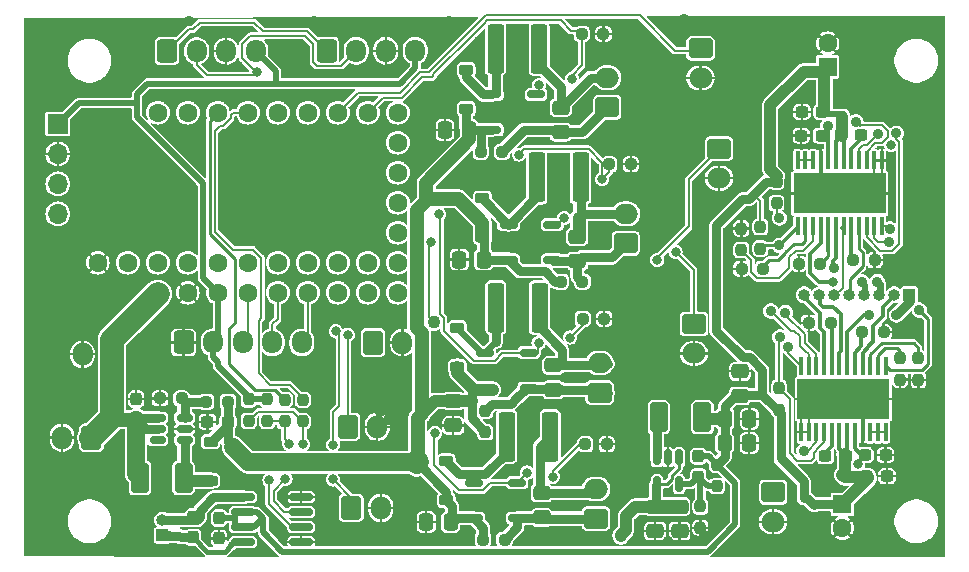
<source format=gbr>
%TF.GenerationSoftware,KiCad,Pcbnew,8.0.8*%
%TF.CreationDate,2025-02-01T00:49:18+03:00*%
%TF.ProjectId,Pistol_Camera_Driver,50697374-6f6c-45f4-9361-6d6572615f44,rev?*%
%TF.SameCoordinates,Original*%
%TF.FileFunction,Copper,L1,Top*%
%TF.FilePolarity,Positive*%
%FSLAX46Y46*%
G04 Gerber Fmt 4.6, Leading zero omitted, Abs format (unit mm)*
G04 Created by KiCad (PCBNEW 8.0.8) date 2025-02-01 00:49:18*
%MOMM*%
%LPD*%
G01*
G04 APERTURE LIST*
G04 Aperture macros list*
%AMRoundRect*
0 Rectangle with rounded corners*
0 $1 Rounding radius*
0 $2 $3 $4 $5 $6 $7 $8 $9 X,Y pos of 4 corners*
0 Add a 4 corners polygon primitive as box body*
4,1,4,$2,$3,$4,$5,$6,$7,$8,$9,$2,$3,0*
0 Add four circle primitives for the rounded corners*
1,1,$1+$1,$2,$3*
1,1,$1+$1,$4,$5*
1,1,$1+$1,$6,$7*
1,1,$1+$1,$8,$9*
0 Add four rect primitives between the rounded corners*
20,1,$1+$1,$2,$3,$4,$5,0*
20,1,$1+$1,$4,$5,$6,$7,0*
20,1,$1+$1,$6,$7,$8,$9,0*
20,1,$1+$1,$8,$9,$2,$3,0*%
%AMFreePoly0*
4,1,13,0.900000,0.500000,2.600000,0.500000,2.600000,-0.500000,0.900000,-0.500000,0.400000,-1.000000,-0.400000,-1.000000,-0.900000,-0.500000,-2.600000,-0.500000,-2.600000,0.500000,-0.900000,0.500000,-0.400000,1.000000,0.400000,1.000000,0.900000,0.500000,0.900000,0.500000,$1*%
G04 Aperture macros list end*
%TA.AperFunction,ComponentPad*%
%ADD10RoundRect,0.250000X-0.750000X0.600000X-0.750000X-0.600000X0.750000X-0.600000X0.750000X0.600000X0*%
%TD*%
%TA.AperFunction,ComponentPad*%
%ADD11O,2.000000X1.700000*%
%TD*%
%TA.AperFunction,SMDPad,CuDef*%
%ADD12RoundRect,0.237500X0.250000X0.237500X-0.250000X0.237500X-0.250000X-0.237500X0.250000X-0.237500X0*%
%TD*%
%TA.AperFunction,SMDPad,CuDef*%
%ADD13RoundRect,0.250000X0.475000X-0.337500X0.475000X0.337500X-0.475000X0.337500X-0.475000X-0.337500X0*%
%TD*%
%TA.AperFunction,SMDPad,CuDef*%
%ADD14RoundRect,0.237500X-0.300000X-0.237500X0.300000X-0.237500X0.300000X0.237500X-0.300000X0.237500X0*%
%TD*%
%TA.AperFunction,SMDPad,CuDef*%
%ADD15RoundRect,0.237500X0.237500X-0.300000X0.237500X0.300000X-0.237500X0.300000X-0.237500X-0.300000X0*%
%TD*%
%TA.AperFunction,SMDPad,CuDef*%
%ADD16RoundRect,0.225000X-0.375000X0.225000X-0.375000X-0.225000X0.375000X-0.225000X0.375000X0.225000X0*%
%TD*%
%TA.AperFunction,SMDPad,CuDef*%
%ADD17RoundRect,0.249999X-0.450001X-1.850001X0.450001X-1.850001X0.450001X1.850001X-0.450001X1.850001X0*%
%TD*%
%TA.AperFunction,SMDPad,CuDef*%
%ADD18RoundRect,0.237500X-0.237500X0.300000X-0.237500X-0.300000X0.237500X-0.300000X0.237500X0.300000X0*%
%TD*%
%TA.AperFunction,SMDPad,CuDef*%
%ADD19RoundRect,0.250000X-0.337500X-0.475000X0.337500X-0.475000X0.337500X0.475000X-0.337500X0.475000X0*%
%TD*%
%TA.AperFunction,SMDPad,CuDef*%
%ADD20RoundRect,0.150000X0.512500X0.150000X-0.512500X0.150000X-0.512500X-0.150000X0.512500X-0.150000X0*%
%TD*%
%TA.AperFunction,SMDPad,CuDef*%
%ADD21RoundRect,0.237500X0.237500X-0.250000X0.237500X0.250000X-0.237500X0.250000X-0.237500X-0.250000X0*%
%TD*%
%TA.AperFunction,ComponentPad*%
%ADD22RoundRect,0.250000X-0.600000X-0.750000X0.600000X-0.750000X0.600000X0.750000X-0.600000X0.750000X0*%
%TD*%
%TA.AperFunction,ComponentPad*%
%ADD23O,1.700000X2.000000*%
%TD*%
%TA.AperFunction,ComponentPad*%
%ADD24RoundRect,0.250000X-0.600000X-0.725000X0.600000X-0.725000X0.600000X0.725000X-0.600000X0.725000X0*%
%TD*%
%TA.AperFunction,ComponentPad*%
%ADD25O,1.700000X1.950000*%
%TD*%
%TA.AperFunction,SMDPad,CuDef*%
%ADD26RoundRect,0.225000X0.375000X-0.225000X0.375000X0.225000X-0.375000X0.225000X-0.375000X-0.225000X0*%
%TD*%
%TA.AperFunction,SMDPad,CuDef*%
%ADD27RoundRect,0.237500X-0.250000X-0.237500X0.250000X-0.237500X0.250000X0.237500X-0.250000X0.237500X0*%
%TD*%
%TA.AperFunction,ComponentPad*%
%ADD28RoundRect,0.250000X0.750000X-0.600000X0.750000X0.600000X-0.750000X0.600000X-0.750000X-0.600000X0*%
%TD*%
%TA.AperFunction,ComponentPad*%
%ADD29R,1.600000X1.600000*%
%TD*%
%TA.AperFunction,ComponentPad*%
%ADD30C,1.600000*%
%TD*%
%TA.AperFunction,SMDPad,CuDef*%
%ADD31RoundRect,0.250001X-0.499999X-0.999999X0.499999X-0.999999X0.499999X0.999999X-0.499999X0.999999X0*%
%TD*%
%TA.AperFunction,SMDPad,CuDef*%
%ADD32RoundRect,0.237500X0.300000X0.237500X-0.300000X0.237500X-0.300000X-0.237500X0.300000X-0.237500X0*%
%TD*%
%TA.AperFunction,SMDPad,CuDef*%
%ADD33RoundRect,0.150000X-0.825000X-0.150000X0.825000X-0.150000X0.825000X0.150000X-0.825000X0.150000X0*%
%TD*%
%TA.AperFunction,SMDPad,CuDef*%
%ADD34RoundRect,0.250000X0.337500X0.475000X-0.337500X0.475000X-0.337500X-0.475000X0.337500X-0.475000X0*%
%TD*%
%TA.AperFunction,SMDPad,CuDef*%
%ADD35RoundRect,0.237500X-0.237500X0.250000X-0.237500X-0.250000X0.237500X-0.250000X0.237500X0.250000X0*%
%TD*%
%TA.AperFunction,SMDPad,CuDef*%
%ADD36RoundRect,0.175000X0.575000X0.175000X-0.575000X0.175000X-0.575000X-0.175000X0.575000X-0.175000X0*%
%TD*%
%TA.AperFunction,SMDPad,CuDef*%
%ADD37FreePoly0,180.000000*%
%TD*%
%TA.AperFunction,SMDPad,CuDef*%
%ADD38RoundRect,0.250000X-0.475000X0.337500X-0.475000X-0.337500X0.475000X-0.337500X0.475000X0.337500X0*%
%TD*%
%TA.AperFunction,ComponentPad*%
%ADD39RoundRect,0.250000X0.600000X0.750000X-0.600000X0.750000X-0.600000X-0.750000X0.600000X-0.750000X0*%
%TD*%
%TA.AperFunction,SMDPad,CuDef*%
%ADD40RoundRect,0.250001X0.499999X0.999999X-0.499999X0.999999X-0.499999X-0.999999X0.499999X-0.999999X0*%
%TD*%
%TA.AperFunction,SMDPad,CuDef*%
%ADD41RoundRect,0.150000X-0.150000X0.512500X-0.150000X-0.512500X0.150000X-0.512500X0.150000X0.512500X0*%
%TD*%
%TA.AperFunction,SMDPad,CuDef*%
%ADD42R,0.300000X1.550000*%
%TD*%
%TA.AperFunction,ComponentPad*%
%ADD43C,0.900000*%
%TD*%
%TA.AperFunction,SMDPad,CuDef*%
%ADD44R,7.800000X3.400000*%
%TD*%
%TA.AperFunction,ComponentPad*%
%ADD45R,1.700000X1.700000*%
%TD*%
%TA.AperFunction,ComponentPad*%
%ADD46O,1.700000X1.700000*%
%TD*%
%TA.AperFunction,ComponentPad*%
%ADD47R,1.000000X1.000000*%
%TD*%
%TA.AperFunction,ComponentPad*%
%ADD48O,1.000000X1.000000*%
%TD*%
%TA.AperFunction,ViaPad*%
%ADD49C,0.900000*%
%TD*%
%TA.AperFunction,ViaPad*%
%ADD50C,0.800000*%
%TD*%
%TA.AperFunction,ViaPad*%
%ADD51C,1.100000*%
%TD*%
%TA.AperFunction,Conductor*%
%ADD52C,0.200000*%
%TD*%
%TA.AperFunction,Conductor*%
%ADD53C,0.300000*%
%TD*%
%TA.AperFunction,Conductor*%
%ADD54C,0.800000*%
%TD*%
%TA.AperFunction,Conductor*%
%ADD55C,0.600000*%
%TD*%
%TA.AperFunction,Conductor*%
%ADD56C,0.250000*%
%TD*%
%TA.AperFunction,Conductor*%
%ADD57C,0.500000*%
%TD*%
%TA.AperFunction,Conductor*%
%ADD58C,0.400000*%
%TD*%
%TA.AperFunction,Conductor*%
%ADD59C,1.000000*%
%TD*%
%TA.AperFunction,Conductor*%
%ADD60C,1.200000*%
%TD*%
%TA.AperFunction,Conductor*%
%ADD61C,1.500000*%
%TD*%
%TA.AperFunction,Conductor*%
%ADD62C,2.000000*%
%TD*%
G04 APERTURE END LIST*
D10*
%TO.P,J8,1,Pin_1*%
%TO.N,K2*%
X91815000Y-57940000D03*
D11*
%TO.P,J8,2,Pin_2*%
%TO.N,GND*%
X91815000Y-60440000D03*
%TD*%
D12*
%TO.P,R51,1*%
%TO.N,Net-(U12-FB)*%
X48432500Y-64250000D03*
%TO.P,R51,2*%
%TO.N,GND*%
X46607500Y-64250000D03*
%TD*%
D13*
%TO.P,C26,1*%
%TO.N,+3.3VP*%
X95710000Y-64027500D03*
%TO.P,C26,2*%
%TO.N,GND*%
X95710000Y-61952500D03*
%TD*%
D14*
%TO.P,C12,1*%
%TO.N,Net-(U5-CONFIG)*%
X106315000Y-69040000D03*
%TO.P,C12,2*%
%TO.N,GND*%
X108040000Y-69040000D03*
%TD*%
D15*
%TO.P,C30,2*%
%TO.N,GND*%
X44600000Y-64307499D03*
%TO.P,C30,1*%
%TO.N,VBUS*%
X44600000Y-66032501D03*
%TD*%
D16*
%TO.P,VD5,1,K*%
%TO.N,VPP*%
X50900000Y-67910000D03*
%TO.P,VD5,2,A*%
%TO.N,Net-(U12-SW)*%
X50900000Y-71210000D03*
%TD*%
D17*
%TO.P,L2,1,1*%
%TO.N,Net-(U8-SW)*%
X75019999Y-34630001D03*
%TO.P,L2,2,2*%
%TO.N,Net-(J12-Pin_2)*%
X78720001Y-34630001D03*
%TD*%
D18*
%TO.P,C2,1*%
%TO.N,+3.3VP*%
X92190000Y-69147499D03*
%TO.P,C2,2*%
%TO.N,Net-(U9-FB)*%
X92190000Y-70872501D03*
%TD*%
D13*
%TO.P,C17,1*%
%TO.N,GND*%
X71440000Y-66527500D03*
%TO.P,C17,2*%
%TO.N,VPP*%
X71440000Y-64452500D03*
%TD*%
D19*
%TO.P,C3,1*%
%TO.N,GND*%
X69152500Y-74710000D03*
%TO.P,C3,2*%
%TO.N,VPP*%
X71227500Y-74710000D03*
%TD*%
D10*
%TO.P,J1,1,Pin_1*%
%TO.N,Strobe Input*%
X92375000Y-34620000D03*
D11*
%TO.P,J1,2,Pin_2*%
%TO.N,GND*%
X92375000Y-37120000D03*
%TD*%
D20*
%TO.P,U12,1,SW*%
%TO.N,Net-(U12-SW)*%
X48687499Y-67772499D03*
%TO.P,U12,2,GND*%
%TO.N,GND*%
X48687499Y-66822500D03*
%TO.P,U12,3,FB*%
%TO.N,Net-(U12-FB)*%
X48687499Y-65872501D03*
%TO.P,U12,4,EN*%
%TO.N,VBUS*%
X46412499Y-65872501D03*
%TO.P,U12,5,IN*%
X46412499Y-66822500D03*
%TO.P,U12,6,NC*%
%TO.N,unconnected-(U12-NC-Pad6)*%
X46412499Y-67772499D03*
%TD*%
D10*
%TO.P,J5,1,Pin_1*%
%TO.N,K1*%
X93950000Y-43100000D03*
D11*
%TO.P,J5,2,Pin_2*%
%TO.N,GND*%
X93950000Y-45600000D03*
%TD*%
D21*
%TO.P,R15,1*%
%TO.N,VPP*%
X74160000Y-67112500D03*
%TO.P,R15,2*%
%TO.N,Net-(J9-Pin_1)*%
X74160000Y-65287500D03*
%TD*%
D12*
%TO.P,R7,1*%
%TO.N,GND*%
X107115000Y-52540000D03*
%TO.P,R7,2*%
%TO.N,Net-(U4-BISEN)*%
X105290000Y-52540000D03*
%TD*%
D22*
%TO.P,J14,1,Pin_1*%
%TO.N,K6*%
X62800000Y-73515001D03*
D23*
%TO.P,J14,2,Pin_2*%
%TO.N,GND*%
X65300000Y-73515001D03*
%TD*%
D24*
%TO.P,J19,1,Pin_1*%
%TO.N,SCL*%
X47210000Y-34830000D03*
D25*
%TO.P,J19,2,Pin_2*%
%TO.N,SDA*%
X49710000Y-34830000D03*
%TO.P,J19,3,Pin_3*%
%TO.N,GND*%
X52210000Y-34830000D03*
%TO.P,J19,4,Pin_4*%
%TO.N,+3V3*%
X54710000Y-34830000D03*
%TD*%
D21*
%TO.P,R10,1*%
%TO.N,GND*%
X110830000Y-62682500D03*
%TO.P,R10,2*%
%TO.N,Net-(U5-ADECAY)*%
X110830000Y-60857500D03*
%TD*%
D12*
%TO.P,R50,1*%
%TO.N,VPP*%
X52362499Y-64540000D03*
%TO.P,R50,2*%
%TO.N,Net-(U12-FB)*%
X50537499Y-64540000D03*
%TD*%
D26*
%TO.P,VD4,1,K*%
%TO.N,VPP*%
X72530000Y-39737500D03*
%TO.P,VD4,2,A*%
%TO.N,Net-(U8-SW)*%
X72530000Y-36437500D03*
%TD*%
D27*
%TO.P,R42,1*%
%TO.N,PWM_IR*%
X82622501Y-68120001D03*
%TO.P,R42,2*%
%TO.N,GND*%
X84447501Y-68120001D03*
%TD*%
D18*
%TO.P,C27,1*%
%TO.N,Net-(J11-Pin_2)*%
X49420000Y-74287500D03*
%TO.P,C27,2*%
%TO.N,Net-(J11-Pin_1)*%
X49420000Y-76012500D03*
%TD*%
D28*
%TO.P,J9,1,Pin_1*%
%TO.N,Net-(J9-Pin_1)*%
X83835001Y-63750000D03*
D11*
%TO.P,J9,2,Pin_2*%
%TO.N,Net-(J9-Pin_2)*%
X83835001Y-61250000D03*
%TD*%
D29*
%TO.P,C1,1*%
%TO.N,+3.3VP*%
X103130000Y-36167288D03*
D30*
%TO.P,C1,2*%
%TO.N,GND*%
X103130000Y-34167288D03*
%TD*%
D29*
%TO.P,C9,1*%
%TO.N,+3.3VP*%
X104390000Y-73220000D03*
D30*
%TO.P,C9,2*%
%TO.N,GND*%
X104390000Y-75220001D03*
%TD*%
D26*
%TO.P,VD1,1,K*%
%TO.N,VPP*%
X70840000Y-72857500D03*
%TO.P,VD1,2,A*%
%TO.N,Net-(U11-SW)*%
X70840000Y-69557500D03*
%TD*%
D31*
%TO.P,L7,1,1*%
%TO.N,VBUS*%
X44909998Y-70980000D03*
%TO.P,L7,2,2*%
%TO.N,Net-(U12-SW)*%
X48610000Y-70980000D03*
%TD*%
D32*
%TO.P,C31,1*%
%TO.N,VPP*%
X52352500Y-66230000D03*
%TO.P,C31,2*%
%TO.N,GND*%
X50627498Y-66230000D03*
%TD*%
%TO.P,C7,1*%
%TO.N,Net-(U4-VCP)*%
X105977500Y-41940000D03*
%TO.P,C7,2*%
%TO.N,+3.3VP*%
X104252500Y-41940000D03*
%TD*%
D33*
%TO.P,U3,1,OA*%
%TO.N,Net-(J11-Pin_2)*%
X53625000Y-72615000D03*
%TO.P,U3,2,VCC*%
%TO.N,+3.3VP*%
X53625000Y-73885000D03*
%TO.P,U3,3,VCC*%
X53625000Y-75155000D03*
%TO.P,U3,4,OB*%
%TO.N,Net-(J11-Pin_1)*%
X53625000Y-76425000D03*
%TO.P,U3,5,GND*%
%TO.N,GND*%
X58575000Y-76425000D03*
%TO.P,U3,6,IA*%
%TO.N,Net-(U3-IA)*%
X58575000Y-75155000D03*
%TO.P,U3,7,IB*%
%TO.N,Net-(U3-IB)*%
X58575000Y-73885000D03*
%TO.P,U3,8,GND*%
%TO.N,GND*%
X58575000Y-72615000D03*
%TD*%
D34*
%TO.P,C32,1*%
%TO.N,GND*%
X96507500Y-65980000D03*
%TO.P,C32,2*%
%TO.N,+3.3VP*%
X94432500Y-65980000D03*
%TD*%
D35*
%TO.P,R19,1*%
%TO.N,Solenoid_DIR*%
X58710000Y-64367501D03*
%TO.P,R19,2*%
%TO.N,Net-(U3-IB)*%
X58710000Y-66192501D03*
%TD*%
D19*
%TO.P,C19,1*%
%TO.N,GND*%
X70737501Y-41517501D03*
%TO.P,C19,2*%
%TO.N,VPP*%
X72812501Y-41517501D03*
%TD*%
D36*
%TO.P,U11,1,CS*%
%TO.N,Net-(J18-Pin_1)*%
X76860000Y-74382499D03*
D37*
%TO.P,U11,2,GND*%
%TO.N,GND*%
X75010000Y-72882499D03*
D36*
%TO.P,U11,3,DIM*%
%TO.N,PWM_IR*%
X76860000Y-71382499D03*
%TO.P,U11,4,SW*%
%TO.N,Net-(U11-SW)*%
X73160000Y-71382499D03*
%TO.P,U11,5,VIN*%
%TO.N,VPP*%
X73160000Y-74382499D03*
%TD*%
D38*
%TO.P,C22,1*%
%TO.N,VBUS*%
X90600000Y-73412500D03*
%TO.P,C22,2*%
%TO.N,GND*%
X90600000Y-75487500D03*
%TD*%
D13*
%TO.P,C16,1*%
%TO.N,Net-(J9-Pin_1)*%
X79910000Y-63517500D03*
%TO.P,C16,2*%
%TO.N,Net-(J9-Pin_2)*%
X79910000Y-61442500D03*
%TD*%
D21*
%TO.P,R9,1*%
%TO.N,GND*%
X109265000Y-62652500D03*
%TO.P,R9,2*%
%TO.N,Net-(U5-BDECAY)*%
X109265000Y-60827500D03*
%TD*%
D35*
%TO.P,R1,1*%
%TO.N,+3.3VP*%
X97450000Y-49732408D03*
%TO.P,R1,2*%
%TO.N,MOTORS_nSLEEP*%
X97450000Y-51557408D03*
%TD*%
%TO.P,R4,1*%
%TO.N,GND*%
X95830000Y-49862408D03*
%TO.P,R4,2*%
%TO.N,Net-(U4-ADECAY)*%
X95830000Y-51687408D03*
%TD*%
D39*
%TO.P,J3,1,Pin_1*%
%TO.N,VBUS*%
X40810000Y-67570000D03*
D23*
%TO.P,J3,2,Pin_2*%
%TO.N,GND*%
X38310000Y-67570000D03*
%TD*%
D27*
%TO.P,R2,1*%
%TO.N,GND*%
X95847500Y-53274908D03*
%TO.P,R2,2*%
%TO.N,Net-(U4-BDECAY)*%
X97672500Y-53274908D03*
%TD*%
D10*
%TO.P,J17,1,Pin_1*%
%TO.N,K3*%
X98525000Y-72190000D03*
D11*
%TO.P,J17,2,Pin_2*%
%TO.N,GND*%
X98525000Y-74690000D03*
%TD*%
D14*
%TO.P,C5,1*%
%TO.N,GND*%
X100952500Y-39990000D03*
%TO.P,C5,2*%
%TO.N,+3.3VP*%
X102677500Y-39990000D03*
%TD*%
D28*
%TO.P,J12,1,Pin_1*%
%TO.N,Net-(J12-Pin_1)*%
X84475001Y-39590000D03*
D11*
%TO.P,J12,2,Pin_2*%
%TO.N,Net-(J12-Pin_2)*%
X84475001Y-37090000D03*
%TD*%
D28*
%TO.P,J7,1,Pin_1*%
%TO.N,Net-(J7-Pin_1)*%
X86055001Y-51120000D03*
D11*
%TO.P,J7,2,Pin_2*%
%TO.N,Net-(J7-Pin_2)*%
X86055001Y-48620000D03*
%TD*%
D35*
%TO.P,R18,1*%
%TO.N,+3.3VP*%
X93770000Y-69847500D03*
%TO.P,R18,2*%
%TO.N,Net-(U9-FB)*%
X93770000Y-71672500D03*
%TD*%
D14*
%TO.P,C11,1*%
%TO.N,Net-(U5-VCP)*%
X102952500Y-69140000D03*
%TO.P,C11,2*%
%TO.N,+3.3VP*%
X104677500Y-69140000D03*
%TD*%
D40*
%TO.P,L8,1,1*%
%TO.N,+3.3VP*%
X92540001Y-65850000D03*
%TO.P,L8,2,2*%
%TO.N,Net-(U9-SW)*%
X88839999Y-65850000D03*
%TD*%
D27*
%TO.P,R43,1*%
%TO.N,PWM_RED*%
X84657500Y-44410000D03*
%TO.P,R43,2*%
%TO.N,GND*%
X86482500Y-44410000D03*
%TD*%
%TO.P,R12,1*%
%TO.N,GND*%
X101565000Y-57840000D03*
%TO.P,R12,2*%
%TO.N,Net-(U5-BISEN)*%
X103390000Y-57840000D03*
%TD*%
D35*
%TO.P,R41,1*%
%TO.N,+3V3*%
X54120000Y-64337499D03*
%TO.P,R41,2*%
%TO.N,Net-(U3-IB)*%
X54120000Y-66162499D03*
%TD*%
D27*
%TO.P,R16,1*%
%TO.N,VPP*%
X80552501Y-54360001D03*
%TO.P,R16,2*%
%TO.N,Net-(J7-Pin_1)*%
X82377501Y-54360001D03*
%TD*%
D15*
%TO.P,C28,1*%
%TO.N,GND*%
X51610000Y-76102500D03*
%TO.P,C28,2*%
%TO.N,+3.3VP*%
X51610000Y-74377500D03*
%TD*%
D35*
%TO.P,R8,1*%
%TO.N,+3.3VP*%
X98810000Y-45887500D03*
%TO.P,R8,2*%
%TO.N,nFLT1*%
X98810000Y-47712500D03*
%TD*%
D28*
%TO.P,J18,1,Pin_1*%
%TO.N,Net-(J18-Pin_1)*%
X83520000Y-74420000D03*
D11*
%TO.P,J18,2,Pin_2*%
%TO.N,Net-(J18-Pin_2)*%
X83520000Y-71920000D03*
%TD*%
D35*
%TO.P,R20,1*%
%TO.N,Net-(U9-FB)*%
X92370000Y-73397500D03*
%TO.P,R20,2*%
%TO.N,GND*%
X92370000Y-75222500D03*
%TD*%
D27*
%TO.P,R44,1*%
%TO.N,PWM_UV*%
X82402501Y-57500001D03*
%TO.P,R44,2*%
%TO.N,GND*%
X84227501Y-57500001D03*
%TD*%
%TO.P,R5,1*%
%TO.N,GND*%
X100702500Y-52840000D03*
%TO.P,R5,2*%
%TO.N,Net-(U4-AISEN)*%
X102527500Y-52840000D03*
%TD*%
D36*
%TO.P,U6,1,CS*%
%TO.N,Net-(J7-Pin_1)*%
X79825001Y-52522501D03*
D37*
%TO.P,U6,2,GND*%
%TO.N,GND*%
X77975001Y-51022501D03*
D36*
%TO.P,U6,3,DIM*%
%TO.N,PWM_RED*%
X79825001Y-49522501D03*
%TO.P,U6,4,SW*%
%TO.N,Net-(U6-SW)*%
X76125001Y-49522501D03*
%TO.P,U6,5,VIN*%
%TO.N,VPP*%
X76125001Y-52522501D03*
%TD*%
D14*
%TO.P,C10,1*%
%TO.N,+3.3VP*%
X106427500Y-70830000D03*
%TO.P,C10,2*%
%TO.N,GND*%
X108152500Y-70830000D03*
%TD*%
D30*
%TO.P,U10,0,GP0/TX0/SDA0/MISO0*%
%TO.N,RX*%
X46430000Y-40060000D03*
%TO.P,U10,1,GP1/RX0/SCL0/CS0*%
%TO.N,TX*%
X48970000Y-40060000D03*
%TO.P,U10,2,GP2/SDA1/SCK1*%
%TO.N,Solenoid_ON*%
X51510000Y-40060000D03*
%TO.P,U10,3,GP3/SCL1/MOSI0*%
%TO.N,Solenoid_DIR*%
X54050000Y-40060000D03*
%TO.P,U10,4,GP4/TX1/SDA0/MIOS0*%
%TO.N,SDA*%
X56590000Y-40060000D03*
%TO.P,U10,5,GP5/RX1/SCL0/CS0*%
%TO.N,SCL*%
X59130000Y-40060000D03*
%TO.P,U10,6,GP6/SDA1/SCK1*%
%TO.N,Strobe Input*%
X61670000Y-40060000D03*
%TO.P,U10,7,GP7/SCL1/MOSI0*%
%TO.N,PWM_WHITE*%
X64210000Y-40060000D03*
%TO.P,U10,8,GP8/TX1/SDA0/MISO1*%
%TO.N,PWM_RED*%
X66750000Y-40060000D03*
%TO.P,U10,9,GP9/SCL0/RX1/CS1*%
%TO.N,PWM_UV*%
X66750000Y-42600000D03*
%TO.P,U10,10,GP10/SDA1/SCK1*%
%TO.N,PWM_IR*%
X66750000Y-45140000D03*
%TO.P,U10,11,GP11/SCL1/MOSI1*%
%TO.N,nEN1*%
X66750000Y-47680000D03*
%TO.P,U10,12,GP12/TX0/SDA0/MISO1*%
%TO.N,DIR1*%
X66750000Y-50220000D03*
%TO.P,U10,13,GP13/RX0/SCL0/CS1*%
%TO.N,STEP1*%
X66750000Y-52760000D03*
%TO.P,U10,14,GP14/SDA1/SCK1*%
%TO.N,nEN2*%
X66750000Y-55300000D03*
%TO.P,U10,15,GP15/SCL1/MOSI1*%
%TO.N,STEP2*%
X64210000Y-55300000D03*
%TO.P,U10,17,GP17/RX0/SCL0/CS0*%
%TO.N,nFLT1*%
X64210000Y-52760000D03*
%TO.P,U10,18,GP18/SDA1/SCK0*%
%TO.N,MOTORS_nSLEEP*%
X61670000Y-52760000D03*
%TO.P,U10,19,GP19/SCL1/MOSI0*%
%TO.N,nFLT2*%
X59130000Y-52760000D03*
%TO.P,U10,20,GP20/SDA0*%
%TO.N,K1*%
X56590000Y-52760000D03*
%TO.P,U10,21,GP21/SCL0*%
%TO.N,K2*%
X54050000Y-52760000D03*
%TO.P,U10,22,PG22*%
%TO.N,K3*%
X51510000Y-52760000D03*
%TO.P,U10,23,GP23*%
%TO.N,K4*%
X48970000Y-52760000D03*
%TO.P,U10,24,GP24*%
%TO.N,K5*%
X46430000Y-52760000D03*
%TO.P,U10,25,GP25*%
%TO.N,K6*%
X43890000Y-52760000D03*
%TO.P,U10,26,GP26/ADC0/SDA1*%
%TO.N,DIR2*%
X61670000Y-55300000D03*
%TO.P,U10,27,GP27/ADC1/SCL1*%
%TO.N,SW*%
X59130000Y-55300000D03*
%TO.P,U10,28,GP28/ADC2*%
%TO.N,VarX*%
X56590000Y-55300000D03*
%TO.P,U10,29,GP29/ADC3*%
%TO.N,VarY*%
X54050000Y-55300000D03*
%TO.P,U10,30,3V3*%
%TO.N,+3V3*%
X51510000Y-55300000D03*
%TO.P,U10,31,GND*%
%TO.N,GND*%
X48970000Y-55300000D03*
%TO.P,U10,32,5V*%
%TO.N,VBUS*%
X46430000Y-55300000D03*
%TO.P,U10,33,GND*%
%TO.N,GND*%
X41350000Y-52760000D03*
%TD*%
D19*
%TO.P,C14,1*%
%TO.N,GND*%
X71947501Y-52490001D03*
%TO.P,C14,2*%
%TO.N,VPP*%
X74022501Y-52490001D03*
%TD*%
D39*
%TO.P,J4,1,Pin_1*%
%TO.N,VBUS*%
X42550000Y-60510000D03*
D23*
%TO.P,J4,2,Pin_2*%
%TO.N,GND*%
X40050000Y-60510000D03*
%TD*%
D35*
%TO.P,R40,1*%
%TO.N,+3V3*%
X55690000Y-64337500D03*
%TO.P,R40,2*%
%TO.N,Net-(U3-IA)*%
X55690000Y-66162500D03*
%TD*%
D22*
%TO.P,J15,1,Pin_1*%
%TO.N,K5*%
X62510000Y-66645001D03*
D23*
%TO.P,J15,2,Pin_2*%
%TO.N,GND*%
X65010000Y-66645001D03*
%TD*%
D13*
%TO.P,C18,1*%
%TO.N,Net-(J12-Pin_1)*%
X80535001Y-41707501D03*
%TO.P,C18,2*%
%TO.N,Net-(J12-Pin_2)*%
X80535001Y-39632501D03*
%TD*%
%TO.P,C23,1*%
%TO.N,GND*%
X88540000Y-75477500D03*
%TO.P,C23,2*%
%TO.N,VBUS*%
X88540000Y-73402500D03*
%TD*%
%TO.P,C13,1*%
%TO.N,Net-(J18-Pin_1)*%
X78930000Y-74317500D03*
%TO.P,C13,2*%
%TO.N,Net-(J18-Pin_2)*%
X78930000Y-72242500D03*
%TD*%
D17*
%TO.P,L3,1,1*%
%TO.N,Net-(U7-SW)*%
X75045000Y-56560001D03*
%TO.P,L3,2,2*%
%TO.N,Net-(J9-Pin_2)*%
X78745002Y-56560001D03*
%TD*%
D24*
%TO.P,J13,1,Pin_1*%
%TO.N,SCL*%
X60720000Y-34810000D03*
D25*
%TO.P,J13,2,Pin_2*%
%TO.N,SDA*%
X63220000Y-34810000D03*
%TO.P,J13,3,Pin_3*%
%TO.N,GND*%
X65720000Y-34810000D03*
%TO.P,J13,4,Pin_4*%
%TO.N,+3V3*%
X68220000Y-34810000D03*
%TD*%
D36*
%TO.P,U8,1,CS*%
%TO.N,Net-(J12-Pin_1)*%
X78445001Y-41510001D03*
D37*
%TO.P,U8,2,GND*%
%TO.N,GND*%
X76595001Y-40010001D03*
D36*
%TO.P,U8,3,DIM*%
%TO.N,PWM_WHITE*%
X78445001Y-38510001D03*
%TO.P,U8,4,SW*%
%TO.N,Net-(U8-SW)*%
X74745001Y-38510001D03*
%TO.P,U8,5,VIN*%
%TO.N,VPP*%
X74745001Y-41510001D03*
%TD*%
D27*
%TO.P,R45,1*%
%TO.N,PWM_WHITE*%
X82332501Y-33390001D03*
%TO.P,R45,2*%
%TO.N,GND*%
X84157501Y-33390001D03*
%TD*%
D12*
%TO.P,R11,1*%
%TO.N,GND*%
X107877500Y-58640000D03*
%TO.P,R11,2*%
%TO.N,Net-(U5-AISEN)*%
X106052500Y-58640000D03*
%TD*%
D41*
%TO.P,U9,1,EN*%
%TO.N,VBUS*%
X90569999Y-69232500D03*
%TO.P,U9,2,GND*%
%TO.N,GND*%
X89620000Y-69232500D03*
%TO.P,U9,3,SW*%
%TO.N,Net-(U9-SW)*%
X88670001Y-69232500D03*
%TO.P,U9,4,Vin*%
%TO.N,VBUS*%
X88670001Y-71507500D03*
%TO.P,U9,5,FB*%
%TO.N,Net-(U9-FB)*%
X90569999Y-71507500D03*
%TD*%
D26*
%TO.P,VD2,1,K*%
%TO.N,VPP*%
X73895001Y-50600001D03*
%TO.P,VD2,2,A*%
%TO.N,Net-(U6-SW)*%
X73895001Y-47300001D03*
%TD*%
D42*
%TO.P,U4,1,nSLEEP*%
%TO.N,MOTORS_nSLEEP*%
X100590000Y-49690000D03*
%TO.P,U4,2,BDECAY*%
%TO.N,Net-(U4-BDECAY)*%
X101240000Y-49690000D03*
%TO.P,U4,3,ADECAY*%
%TO.N,Net-(U4-ADECAY)*%
X101890000Y-49690000D03*
%TO.P,U4,4,AOUT1*%
%TO.N,AOUT1_1*%
X102540000Y-49690000D03*
%TO.P,U4,5,AISEN*%
%TO.N,Net-(U4-AISEN)*%
X103190000Y-49690000D03*
%TO.P,U4,6,AOUT2*%
%TO.N,AOUT2_1*%
X103840000Y-49690000D03*
%TO.P,U4,7,BOUT2*%
%TO.N,BOUT2_1*%
X104490000Y-49690000D03*
%TO.P,U4,8,BISEN*%
%TO.N,Net-(U4-BISEN)*%
X105140000Y-49690000D03*
%TO.P,U4,9,BOUT1*%
%TO.N,BOUT1_1*%
X105790000Y-49690000D03*
%TO.P,U4,10,nENBL*%
%TO.N,nEN1*%
X106440000Y-49690000D03*
%TO.P,U4,11,STEP*%
%TO.N,STEP1*%
X107090000Y-49690000D03*
%TO.P,U4,12,DIR*%
%TO.N,DIR1*%
X107740000Y-49690000D03*
%TO.P,U4,13,M0*%
%TO.N,GND*%
X107740000Y-44090000D03*
%TO.P,U4,14,M1*%
X107090000Y-44090000D03*
%TO.P,U4,15,CONFIG*%
%TO.N,Net-(U4-CONFIG)*%
X106440000Y-44090000D03*
%TO.P,U4,16,nFAULT*%
%TO.N,nFLT1*%
X105790000Y-44090000D03*
%TO.P,U4,17,VCP*%
%TO.N,Net-(U4-VCP)*%
X105140000Y-44090000D03*
%TO.P,U4,18,VM*%
%TO.N,+3.3VP*%
X104490000Y-44090000D03*
%TO.P,U4,19,VM*%
X103840000Y-44090000D03*
%TO.P,U4,20,VINT*%
%TO.N,Net-(U4-CONFIG)*%
X103190000Y-44090000D03*
%TO.P,U4,21,GND*%
%TO.N,GND*%
X102540000Y-44090000D03*
%TO.P,U4,22,AVREF*%
%TO.N,Net-(U4-AVREF)*%
X101890000Y-44090000D03*
%TO.P,U4,23,BVREF*%
X101240000Y-44090000D03*
%TO.P,U4,24,VREFO*%
X100590000Y-44090000D03*
D43*
%TO.P,U4,25,GND*%
%TO.N,GND*%
X100765000Y-45690000D03*
X100765000Y-48090000D03*
X101365000Y-46890000D03*
X102165000Y-48090000D03*
X102365000Y-45690000D03*
X103165000Y-46890000D03*
X104165000Y-45690000D03*
D44*
X104165000Y-46890000D03*
D43*
X104165000Y-48090000D03*
X104965000Y-46890000D03*
X105965000Y-45690000D03*
X105965000Y-48090000D03*
X106765000Y-46890000D03*
X107365000Y-45690000D03*
X107365000Y-48090000D03*
%TD*%
D45*
%TO.P,J10,1,Pin_1*%
%TO.N,+3V3*%
X37955000Y-41010000D03*
D46*
%TO.P,J10,2,Pin_2*%
%TO.N,GND*%
X37955000Y-43550000D03*
%TO.P,J10,3,Pin_3*%
%TO.N,TX*%
X37955000Y-46090000D03*
%TO.P,J10,4,Pin_4*%
%TO.N,RX*%
X37955000Y-48630000D03*
%TD*%
D13*
%TO.P,C15,1*%
%TO.N,Net-(J7-Pin_1)*%
X81945001Y-52627501D03*
%TO.P,C15,2*%
%TO.N,Net-(J7-Pin_2)*%
X81945001Y-50552501D03*
%TD*%
D21*
%TO.P,R13,1*%
%TO.N,+3.3VP*%
X99020000Y-65192500D03*
%TO.P,R13,2*%
%TO.N,nFLT2*%
X99020000Y-63367500D03*
%TD*%
D27*
%TO.P,R22,1*%
%TO.N,VPP*%
X73767500Y-43350000D03*
%TO.P,R22,2*%
%TO.N,Net-(J12-Pin_1)*%
X75592500Y-43350000D03*
%TD*%
D17*
%TO.P,L1,1,1*%
%TO.N,Net-(U6-SW)*%
X78515000Y-45530001D03*
%TO.P,L1,2,2*%
%TO.N,Net-(J7-Pin_2)*%
X82215002Y-45530001D03*
%TD*%
D22*
%TO.P,J16,1,Pin_1*%
%TO.N,K4*%
X64640000Y-59520000D03*
D23*
%TO.P,J16,2,Pin_2*%
%TO.N,GND*%
X67140000Y-59520000D03*
%TD*%
D42*
%TO.P,U5,1,nSLEEP*%
%TO.N,MOTORS_nSLEEP*%
X108040000Y-61490000D03*
%TO.P,U5,2,BDECAY*%
%TO.N,Net-(U5-BDECAY)*%
X107390000Y-61490000D03*
%TO.P,U5,3,ADECAY*%
%TO.N,Net-(U5-ADECAY)*%
X106740000Y-61490000D03*
%TO.P,U5,4,AOUT1*%
%TO.N,AOUT1_2*%
X106090000Y-61490000D03*
%TO.P,U5,5,AISEN*%
%TO.N,Net-(U5-AISEN)*%
X105440000Y-61490000D03*
%TO.P,U5,6,AOUT2*%
%TO.N,AOUT2_2*%
X104790000Y-61490000D03*
%TO.P,U5,7,BOUT2*%
%TO.N,BOUT2_2*%
X104140000Y-61490000D03*
%TO.P,U5,8,BISEN*%
%TO.N,Net-(U5-BISEN)*%
X103490000Y-61490000D03*
%TO.P,U5,9,BOUT1*%
%TO.N,BOUT1_2*%
X102840000Y-61490000D03*
%TO.P,U5,10,nENBL*%
%TO.N,nEN2*%
X102190000Y-61490000D03*
%TO.P,U5,11,STEP*%
%TO.N,STEP2*%
X101540000Y-61490000D03*
%TO.P,U5,12,DIR*%
%TO.N,DIR2*%
X100890000Y-61490000D03*
%TO.P,U5,13,M0*%
%TO.N,GND*%
X100890000Y-67090000D03*
%TO.P,U5,14,M1*%
X101540000Y-67090000D03*
%TO.P,U5,15,CONFIG*%
%TO.N,Net-(U5-CONFIG)*%
X102190000Y-67090000D03*
%TO.P,U5,16,nFAULT*%
%TO.N,nFLT2*%
X102840000Y-67090000D03*
%TO.P,U5,17,VCP*%
%TO.N,Net-(U5-VCP)*%
X103490000Y-67090000D03*
%TO.P,U5,18,VM*%
%TO.N,+3.3VP*%
X104140000Y-67090000D03*
%TO.P,U5,19,VM*%
X104790000Y-67090000D03*
%TO.P,U5,20,VINT*%
%TO.N,Net-(U5-CONFIG)*%
X105440000Y-67090000D03*
%TO.P,U5,21,GND*%
%TO.N,GND*%
X106090000Y-67090000D03*
%TO.P,U5,22,AVREF*%
%TO.N,Net-(U5-AVREF)*%
X106740000Y-67090000D03*
%TO.P,U5,23,BVREF*%
X107390000Y-67090000D03*
%TO.P,U5,24,VREFO*%
X108040000Y-67090000D03*
D43*
%TO.P,U5,25,GND*%
%TO.N,GND*%
X107865000Y-65490000D03*
X107865000Y-63090000D03*
X107265000Y-64290000D03*
X106465000Y-63090000D03*
X106265000Y-65490000D03*
X105465000Y-64290000D03*
X104465000Y-65490000D03*
D44*
X104465000Y-64290000D03*
D43*
X104465000Y-63090000D03*
X103665000Y-64290000D03*
X102665000Y-65490000D03*
X102665000Y-63090000D03*
X101865000Y-64290000D03*
X101265000Y-65490000D03*
X101265000Y-63090000D03*
%TD*%
D36*
%TO.P,U7,1,CS*%
%TO.N,Net-(J9-Pin_1)*%
X77830000Y-63372500D03*
D37*
%TO.P,U7,2,GND*%
%TO.N,GND*%
X75980000Y-61872500D03*
D36*
%TO.P,U7,3,DIM*%
%TO.N,PWM_UV*%
X77830000Y-60372500D03*
%TO.P,U7,4,SW*%
%TO.N,Net-(U7-SW)*%
X74130000Y-60372500D03*
%TO.P,U7,5,VIN*%
%TO.N,VPP*%
X74130000Y-63372500D03*
%TD*%
D27*
%TO.P,R14,1*%
%TO.N,VPP*%
X73957500Y-76210000D03*
%TO.P,R14,2*%
%TO.N,Net-(J18-Pin_1)*%
X75782500Y-76210000D03*
%TD*%
D32*
%TO.P,C8,1*%
%TO.N,Net-(U4-CONFIG)*%
X102627500Y-41990000D03*
%TO.P,C8,2*%
%TO.N,GND*%
X100902500Y-41990000D03*
%TD*%
D17*
%TO.P,L4,1,1*%
%TO.N,Net-(U11-SW)*%
X75949999Y-67480000D03*
%TO.P,L4,2,2*%
%TO.N,Net-(J18-Pin_2)*%
X79650001Y-67480000D03*
%TD*%
D34*
%TO.P,C29,1*%
%TO.N,GND*%
X96497500Y-68020000D03*
%TO.P,C29,2*%
%TO.N,+3.3VP*%
X94422500Y-68020000D03*
%TD*%
D47*
%TO.P,J11,1,Pin_1*%
%TO.N,Net-(J11-Pin_1)*%
X46815000Y-75835000D03*
D48*
%TO.P,J11,2,Pin_2*%
%TO.N,Net-(J11-Pin_2)*%
X46815000Y-74565000D03*
%TD*%
D35*
%TO.P,R17,1*%
%TO.N,Solenoid_ON*%
X57160000Y-64357500D03*
%TO.P,R17,2*%
%TO.N,Net-(U3-IA)*%
X57160000Y-66182500D03*
%TD*%
D26*
%TO.P,VD3,1,K*%
%TO.N,VPP*%
X71780000Y-61567500D03*
%TO.P,VD3,2,A*%
%TO.N,Net-(U7-SW)*%
X71780000Y-58267500D03*
%TD*%
D24*
%TO.P,J6,1,Pin_1*%
%TO.N,GND*%
X48610000Y-59510000D03*
D25*
%TO.P,J6,2,Pin_2*%
%TO.N,+3V3*%
X51110000Y-59510000D03*
%TO.P,J6,3,Pin_3*%
%TO.N,VarY*%
X53610000Y-59510000D03*
%TO.P,J6,4,Pin_4*%
%TO.N,VarX*%
X56110000Y-59510000D03*
%TO.P,J6,5,Pin_5*%
%TO.N,SW*%
X58610000Y-59510000D03*
%TD*%
D47*
%TO.P,J2,1,Pin_1*%
%TO.N,AOUT2_2*%
X110060000Y-55470000D03*
D48*
%TO.P,J2,2,Pin_2*%
%TO.N,AOUT1_2*%
X108789999Y-55470000D03*
%TO.P,J2,3,Pin_3*%
%TO.N,AOUT2_1*%
X107520000Y-55470000D03*
%TO.P,J2,4,Pin_4*%
%TO.N,AOUT1_1*%
X106250000Y-55470000D03*
%TO.P,J2,5,Pin_5*%
%TO.N,BOUT1_1*%
X104980001Y-55470000D03*
%TO.P,J2,6,Pin_6*%
%TO.N,BOUT2_1*%
X103710000Y-55470000D03*
%TO.P,J2,7,Pin_7*%
%TO.N,BOUT2_2*%
X102440000Y-55470000D03*
%TO.P,J2,8,Pin_8*%
%TO.N,BOUT1_2*%
X101170000Y-55470000D03*
%TD*%
D49*
%TO.N,GND*%
X110230000Y-70370000D03*
X55750000Y-48250000D03*
X62848529Y-50598529D03*
X44820000Y-48460000D03*
X73860000Y-61870000D03*
X92720000Y-46790000D03*
X98345000Y-35155092D03*
X64480000Y-71640000D03*
X108550000Y-52580000D03*
X91810000Y-62310000D03*
X71310000Y-51070000D03*
X39580000Y-42590000D03*
X66270000Y-61190000D03*
X99470000Y-42290000D03*
X37270000Y-56400000D03*
X44930000Y-74740000D03*
X35960000Y-44580000D03*
X63530000Y-61450000D03*
X38050000Y-60500000D03*
X86710000Y-35720000D03*
X64238529Y-49188529D03*
X103290000Y-76590000D03*
X99570000Y-76190000D03*
X89830000Y-67780000D03*
X97910000Y-65980000D03*
X73320000Y-69360000D03*
X40850000Y-62320000D03*
X86790000Y-71290000D03*
X109165000Y-58690000D03*
X60510000Y-76290000D03*
X101170000Y-32784908D03*
X54130000Y-42740000D03*
X61035461Y-60604457D03*
X85390000Y-65650000D03*
X83670000Y-59430000D03*
X96923830Y-59243426D03*
X72620000Y-45430000D03*
X94830000Y-50650000D03*
D50*
X96570000Y-48600000D03*
D49*
X43550000Y-75850000D03*
X66960000Y-35840000D03*
X75980000Y-61872500D03*
X68920000Y-76290000D03*
X93808248Y-75038248D03*
X82270000Y-65140000D03*
X99750000Y-40970000D03*
X48700000Y-46710000D03*
X90345000Y-39555092D03*
X70570000Y-68160000D03*
X65226075Y-65370950D03*
X64480000Y-33820000D03*
X64350000Y-44150000D03*
X38960000Y-58600000D03*
X38900000Y-64500000D03*
X77975001Y-51022501D03*
X98000000Y-70030000D03*
X100920000Y-54230000D03*
X73270000Y-35150000D03*
X37220000Y-65630000D03*
X71580000Y-67940000D03*
X98440000Y-55180000D03*
X47190000Y-32860000D03*
X73620000Y-73050000D03*
X36810000Y-58910000D03*
X58210000Y-71700000D03*
X49950000Y-60780000D03*
X64750000Y-75190000D03*
X95300000Y-57580000D03*
X75980000Y-61872500D03*
X85320000Y-69670000D03*
X80540000Y-35290000D03*
X56740000Y-75530000D03*
X89880000Y-60190000D03*
X50600000Y-75330000D03*
X95790000Y-44720000D03*
X91250000Y-43710000D03*
X42470000Y-54260000D03*
X59650000Y-32250000D03*
X96950000Y-73760000D03*
X70570000Y-39790000D03*
X86390000Y-41200001D03*
X98280000Y-76260000D03*
X49780000Y-42100000D03*
X57070000Y-72620000D03*
X90495000Y-48255092D03*
X36140000Y-42750000D03*
X53230000Y-33370000D03*
X74250000Y-45030000D03*
X80490000Y-33420000D03*
X86840000Y-65330000D03*
X91000000Y-32100000D03*
X74940000Y-61860000D03*
X74490000Y-39990000D03*
X38200000Y-37900000D03*
X105890000Y-76060000D03*
X44620000Y-73520000D03*
X41220000Y-41490000D03*
X86410000Y-38150000D03*
X40650000Y-71550000D03*
X81240000Y-67490000D03*
X89245000Y-43605092D03*
X71070000Y-32310000D03*
X66560000Y-71650000D03*
X44615000Y-76925000D03*
X72420000Y-50630000D03*
X98010000Y-60250000D03*
X112290000Y-62710000D03*
X67510000Y-61260000D03*
X88030000Y-61360000D03*
X38840000Y-62430000D03*
X86480000Y-60840000D03*
X40460000Y-64430000D03*
X60150000Y-72630000D03*
X57637445Y-42462650D03*
X99850000Y-62020000D03*
X75010000Y-72882499D03*
X89620000Y-32260000D03*
X38280000Y-69390000D03*
X86158286Y-72481803D03*
X111020000Y-41190000D03*
X80150000Y-50970000D03*
X90130000Y-61550000D03*
X60616960Y-48586033D03*
X47890000Y-54000000D03*
X101815000Y-40940000D03*
X111020000Y-51360000D03*
X40960000Y-58730000D03*
X75980000Y-61872500D03*
X90495000Y-37305092D03*
X36310000Y-51890000D03*
X70470000Y-63000000D03*
X45870000Y-73140000D03*
X48140000Y-41950000D03*
X76690000Y-38060000D03*
X57400000Y-35300000D03*
X50940000Y-35830000D03*
X100090000Y-74980000D03*
X69330000Y-40020000D03*
X49983299Y-56389595D03*
X60510000Y-75250000D03*
X36370000Y-68490000D03*
X44250000Y-35550000D03*
X57400000Y-45000000D03*
X39380000Y-55970000D03*
X76300000Y-47440000D03*
X39590000Y-44610000D03*
X46180000Y-44300000D03*
X44150000Y-32700000D03*
X71400000Y-50050000D03*
X100060000Y-54394908D03*
X102850000Y-75230000D03*
X69020000Y-43040000D03*
X76980000Y-44990000D03*
X98159265Y-36551449D03*
X110970000Y-64280000D03*
X93360710Y-59701981D03*
X110890000Y-45410000D03*
X45770000Y-59140000D03*
X72950356Y-72921928D03*
X112260000Y-76810000D03*
X66960000Y-33780000D03*
X61781858Y-41884493D03*
X95595000Y-37555092D03*
X80550000Y-58280000D03*
X88590000Y-44000001D03*
X109460000Y-64220000D03*
X86134314Y-58645686D03*
X88030000Y-62600000D03*
X58850000Y-49850000D03*
X96040000Y-58500000D03*
X46600000Y-69280000D03*
X85240000Y-72180000D03*
X49080000Y-32250000D03*
X79020000Y-51000000D03*
X92688732Y-49307262D03*
X85080000Y-46350000D03*
X97900000Y-68230000D03*
X98360000Y-33550000D03*
X112090000Y-70360000D03*
X101070000Y-74020000D03*
X97040000Y-44070000D03*
X75110000Y-74650000D03*
X40030000Y-51490000D03*
X95080940Y-46673424D03*
X84040000Y-47290000D03*
X87050000Y-69590000D03*
X75920000Y-51000000D03*
X39930000Y-54030000D03*
X65910000Y-36610000D03*
X77900000Y-40010000D03*
X76595001Y-40010001D03*
X83690000Y-66850001D03*
X109288429Y-67899883D03*
X48290000Y-50910000D03*
X80190000Y-47480000D03*
X53189293Y-44091550D03*
X76160000Y-72920000D03*
X78110000Y-64510000D03*
X66570000Y-74880000D03*
X51010000Y-33690000D03*
X46820000Y-60150000D03*
X107100000Y-39024908D03*
X94073037Y-47681327D03*
X37200000Y-54420000D03*
X101965000Y-59040000D03*
X87340000Y-72210000D03*
X94270000Y-60740000D03*
X65912562Y-66057438D03*
X64470000Y-35880000D03*
X42420000Y-72730000D03*
X75420000Y-39980000D03*
X96569268Y-69735640D03*
X109910000Y-58690000D03*
X77010000Y-51000000D03*
X93450000Y-61670000D03*
X87824674Y-57695711D03*
X92915118Y-75931378D03*
X48155065Y-77148570D03*
X47050000Y-72890000D03*
X111980000Y-68880000D03*
X64470000Y-76290000D03*
X64030000Y-64870000D03*
X95790000Y-39520000D03*
X84880000Y-58850000D03*
X88780000Y-47460000D03*
X94900000Y-32300000D03*
X35720000Y-35590000D03*
X88595000Y-37105092D03*
X37420000Y-64660000D03*
X72770000Y-67960000D03*
X71280000Y-60330000D03*
X47885883Y-56296471D03*
X88595000Y-39255092D03*
X86370000Y-64060000D03*
X39880000Y-57320000D03*
X36140000Y-72650000D03*
X76110000Y-70330000D03*
X97900000Y-67160000D03*
X40090000Y-47730000D03*
X102460000Y-70830000D03*
X76944999Y-61852499D03*
X59440000Y-61480000D03*
X60420000Y-59040000D03*
X84890000Y-35610000D03*
X36260000Y-38350000D03*
X68860000Y-73110000D03*
X101290000Y-76420000D03*
X45590000Y-32750000D03*
X85690000Y-42730000D03*
X95610000Y-35630000D03*
X73490000Y-57760000D03*
X96740000Y-75140000D03*
X87110000Y-68300000D03*
X62100000Y-46800000D03*
X106000000Y-74820000D03*
X46750000Y-59010000D03*
X110930000Y-48220000D03*
X110190000Y-57614908D03*
X85560000Y-70970000D03*
X39000000Y-65650000D03*
X82580000Y-70070000D03*
X94090000Y-63560000D03*
X49530000Y-43490000D03*
X75310000Y-45890000D03*
X77240000Y-72920000D03*
X40630000Y-43470000D03*
X59260000Y-71640000D03*
X78790000Y-40010000D03*
X69530000Y-32860000D03*
X77974999Y-61882499D03*
X67198803Y-62060000D03*
X91870000Y-76260000D03*
X70170000Y-66010000D03*
X88060000Y-60050000D03*
X73730000Y-58870000D03*
X36600000Y-33260000D03*
X112020000Y-32980000D03*
X85530000Y-33650000D03*
X70260000Y-60440000D03*
X96680000Y-32694908D03*
X71310000Y-48950000D03*
X53179341Y-36120000D03*
X70370000Y-76290000D03*
X38010000Y-76380000D03*
X86400000Y-62540000D03*
X90030000Y-58930000D03*
X89600000Y-76290000D03*
X42350000Y-51300000D03*
X110370000Y-69090000D03*
X90580000Y-46350000D03*
X73600000Y-34020000D03*
X85790000Y-67400001D03*
X109490000Y-65560000D03*
X101270000Y-38704908D03*
X55220000Y-77090000D03*
%TO.N,AOUT2_2*%
X108965000Y-57190000D03*
X106665000Y-57190000D03*
%TO.N,AOUT2_1*%
X107340000Y-54365000D03*
X103665500Y-53240000D03*
D50*
%TO.N,AOUT1_1*%
X103615000Y-54365011D03*
D49*
X106065000Y-54390000D03*
%TO.N,MOTORS_nSLEEP*%
X99062038Y-51296946D03*
X110880531Y-56758654D03*
%TO.N,Net-(U4-CONFIG)*%
X103165000Y-41169980D03*
X105521345Y-40828673D03*
%TO.N,Net-(U5-CONFIG)*%
X101135849Y-68684462D03*
D50*
X105715000Y-69840000D03*
%TO.N,PWM_UV*%
X81350000Y-59090000D03*
X78657893Y-59562107D03*
X70220000Y-48650000D03*
%TO.N,PWM_RED*%
X76990000Y-43600000D03*
X84050000Y-45690000D03*
X80825000Y-48955000D03*
%TO.N,PWM_WHITE*%
X81480000Y-37190000D03*
X78720000Y-37700000D03*
D49*
%TO.N,nEN1*%
X108965000Y-41796782D03*
%TO.N,STEP1*%
X108315000Y-50990500D03*
%TO.N,DIR1*%
X108410360Y-49894641D03*
D50*
%TO.N,Net-(U3-IA)*%
X55880000Y-71160000D03*
X57520000Y-68070000D03*
%TO.N,Net-(U3-IB)*%
X57230000Y-71080000D03*
X58740000Y-68140000D03*
D49*
%TO.N,DIR2*%
X99814221Y-59920895D03*
%TO.N,STEP2*%
X98332161Y-56850445D03*
%TO.N,nEN2*%
X99565000Y-56990000D03*
D50*
%TO.N,SDA*%
X54790000Y-36640000D03*
D49*
%TO.N,nFLT1*%
X107417502Y-41854257D03*
D50*
X108509812Y-42812559D03*
D49*
X99062203Y-48977111D03*
%TO.N,nFLT2*%
X99104562Y-59038792D03*
D50*
%TO.N,K1*%
X88718851Y-52521752D03*
%TO.N,PWM_IR*%
X69900000Y-67180000D03*
X69580000Y-50977669D03*
X77690000Y-70520000D03*
D51*
X69790334Y-57780000D03*
D50*
X79870008Y-70870000D03*
%TO.N,K2*%
X90260000Y-51820000D03*
%TO.N,K5*%
X62510000Y-58850000D03*
%TO.N,K6*%
X61240002Y-71100000D03*
X61500000Y-58560000D03*
X61270000Y-68170000D03*
%TO.N,VBUS*%
X86080000Y-74180000D03*
X85630000Y-75920000D03*
%TD*%
D52*
%TO.N,Strobe Input*%
X91410000Y-34825001D02*
X90235662Y-34825001D01*
X68639165Y-36643653D02*
X66902818Y-38380000D01*
X87210661Y-31800000D02*
X74193653Y-31800000D01*
X66902818Y-38380000D02*
X63350000Y-38380000D01*
X69350000Y-36643653D02*
X68639165Y-36643653D01*
X63350000Y-38380000D02*
X61670000Y-40060000D01*
X90235662Y-34825001D02*
X87210661Y-31800000D01*
X74193653Y-31800000D02*
X69350000Y-36643653D01*
%TO.N,GND*%
X101540000Y-67090000D02*
X101540000Y-65215000D01*
X101540000Y-65215000D02*
X101265000Y-65490000D01*
X107740000Y-45315000D02*
X107365000Y-45690000D01*
X102465000Y-64290000D02*
X104465000Y-64290000D01*
D53*
X102540000Y-45265000D02*
X104165000Y-46890000D01*
D52*
X100890000Y-65865000D02*
X102465000Y-64290000D01*
X107090000Y-44090000D02*
X107740000Y-44090000D01*
X107740000Y-44090000D02*
X107740000Y-45315000D01*
X109350000Y-70442421D02*
X110157579Y-70442421D01*
X110157579Y-70442421D02*
X110230000Y-70370000D01*
D53*
X106090000Y-67090000D02*
X106090000Y-65465000D01*
D52*
X107090000Y-45965000D02*
X107365000Y-45690000D01*
D53*
X106090000Y-65465000D02*
X106265000Y-65290000D01*
D52*
X107090000Y-44090000D02*
X107090000Y-45965000D01*
X100890000Y-67090000D02*
X100890000Y-65865000D01*
D53*
X102540000Y-44090000D02*
X102540000Y-45265000D01*
%TO.N,AOUT2_2*%
X104790000Y-58584829D02*
X106184829Y-57190000D01*
X106184829Y-57190000D02*
X106665000Y-57190000D01*
D54*
X108965000Y-57190000D02*
X110115000Y-56040000D01*
D53*
X104790000Y-61490000D02*
X104790000Y-58584829D01*
D54*
X110115000Y-56040000D02*
X110115000Y-55515000D01*
D53*
%TO.N,AOUT1_2*%
X106665000Y-59740000D02*
X106965000Y-59440000D01*
X107815000Y-56545000D02*
X108845000Y-55515000D01*
X106090000Y-61490000D02*
X106090000Y-60421428D01*
X106090000Y-60421428D02*
X106665000Y-59846428D01*
X106965000Y-58140000D02*
X107815000Y-57290000D01*
X107815000Y-57290000D02*
X107815000Y-56545000D01*
X106965000Y-59440000D02*
X106965000Y-58140000D01*
X106665000Y-59846428D02*
X106665000Y-59740000D01*
D55*
%TO.N,AOUT2_1*%
X107340000Y-54365000D02*
X107575000Y-54600000D01*
D56*
X103665500Y-53240000D02*
X103641850Y-53263650D01*
D53*
X103563661Y-53263650D02*
X103563661Y-52636155D01*
X103563661Y-52636155D02*
X103840000Y-52359816D01*
D56*
X103641850Y-53263650D02*
X103563661Y-53263650D01*
D53*
X103840000Y-52359816D02*
X103840000Y-49690000D01*
D55*
X107575000Y-54600000D02*
X107575000Y-55515000D01*
D53*
%TO.N,AOUT1_1*%
X102390011Y-54365011D02*
X101665000Y-53640000D01*
D57*
X106065000Y-54390000D02*
X106305000Y-54630000D01*
X106305000Y-54630000D02*
X106305000Y-55515000D01*
D53*
X102540000Y-51115000D02*
X102540000Y-49690000D01*
X103615000Y-54365011D02*
X102390011Y-54365011D01*
X101665000Y-51990000D02*
X102540000Y-51115000D01*
X101665000Y-53640000D02*
X101665000Y-51990000D01*
D56*
%TO.N,BOUT1_1*%
X105035000Y-54120000D02*
X106102020Y-53052980D01*
X105790000Y-51565000D02*
X105790000Y-49690000D01*
X106102020Y-53052980D02*
X106102020Y-51877020D01*
X105035000Y-55515000D02*
X105035000Y-54120000D01*
X106102020Y-51877020D02*
X105790000Y-51565000D01*
D52*
%TO.N,BOUT2_1*%
X103765000Y-55515000D02*
X104415000Y-54865000D01*
D53*
X104390011Y-49789989D02*
X104490000Y-49690000D01*
D52*
X104415000Y-49814978D02*
X104390011Y-49789989D01*
X104415000Y-54865000D02*
X104415000Y-49814978D01*
D53*
%TO.N,BOUT2_2*%
X104140000Y-61490000D02*
X104140000Y-60365000D01*
D56*
X102390000Y-55515000D02*
X102365000Y-55540000D01*
D53*
X104265000Y-60240000D02*
X104265000Y-57140000D01*
X102495000Y-56222106D02*
X102737894Y-56465000D01*
X102737894Y-56465000D02*
X103590000Y-56465000D01*
D56*
X102495000Y-55515000D02*
X102390000Y-55515000D01*
D53*
X104140000Y-60365000D02*
X104265000Y-60240000D01*
X104265000Y-57140000D02*
X103590000Y-56465000D01*
X102495000Y-55515000D02*
X102495000Y-56222106D01*
%TO.N,BOUT1_2*%
X102465000Y-56990000D02*
X102465000Y-58290000D01*
X102840000Y-61490000D02*
X102840000Y-60020171D01*
D56*
X102840000Y-61490000D02*
X102840000Y-59984816D01*
D53*
X101225000Y-55750000D02*
X102465000Y-56990000D01*
X102840000Y-60020171D02*
X102840000Y-58665000D01*
X102840000Y-58665000D02*
X102465000Y-58290000D01*
X101225000Y-55515000D02*
X101225000Y-55750000D01*
D52*
%TO.N,VarX*%
X56590000Y-55300000D02*
X56590000Y-57490000D01*
X56590000Y-57490000D02*
X56110000Y-57970000D01*
X56110000Y-57970000D02*
X56110000Y-59510000D01*
%TO.N,VarY*%
X54050000Y-59070000D02*
X53610000Y-59510000D01*
X54050000Y-55300000D02*
X54050000Y-59070000D01*
%TO.N,SW*%
X59130000Y-55300000D02*
X59130000Y-58990000D01*
X59130000Y-58990000D02*
X58610000Y-59510000D01*
D57*
%TO.N,+3V3*%
X56420000Y-37610000D02*
X56420000Y-36540000D01*
X56420000Y-37610000D02*
X66895000Y-37610000D01*
X44650000Y-39240000D02*
X44630000Y-39220000D01*
X44650000Y-40440000D02*
X44650000Y-38482793D01*
X45522793Y-37610000D02*
X56420000Y-37610000D01*
X50250000Y-46040000D02*
X44650000Y-40440000D01*
X51110000Y-60717207D02*
X51520000Y-61127207D01*
X44650000Y-38482793D02*
X45522793Y-37610000D01*
X66895000Y-37610000D02*
X68220000Y-36285000D01*
X56420000Y-36540000D02*
X54710000Y-34830000D01*
X39745000Y-39220000D02*
X37955000Y-41010000D01*
X44630000Y-39220000D02*
X39745000Y-39220000D01*
X51520000Y-61520000D02*
X54337500Y-64337500D01*
X68220000Y-36285000D02*
X68220000Y-34810000D01*
X50250000Y-54040000D02*
X50250000Y-46040000D01*
X54337500Y-64337500D02*
X55690000Y-64337500D01*
X51520000Y-61127207D02*
X51520000Y-61520000D01*
X51510000Y-55300000D02*
X50250000Y-54040000D01*
X51110000Y-59440000D02*
X51110000Y-60717207D01*
X51510000Y-59040000D02*
X51110000Y-59440000D01*
X51510000Y-55300000D02*
X51510000Y-59040000D01*
D56*
%TO.N,MOTORS_nSLEEP*%
X110888654Y-56758654D02*
X111630000Y-57500000D01*
X97710462Y-51296946D02*
X97450000Y-51557408D01*
X111630000Y-61347076D02*
X111137076Y-61840000D01*
X111137076Y-61840000D02*
X108390000Y-61840000D01*
X99062038Y-51296946D02*
X99062038Y-51217962D01*
X99062038Y-51217962D02*
X100590000Y-49690000D01*
X110880531Y-56758654D02*
X110888654Y-56758654D01*
X99062038Y-51296946D02*
X97710462Y-51296946D01*
X108190000Y-61640000D02*
X108040000Y-61490000D01*
X111630000Y-57500000D02*
X111630000Y-61347076D01*
X108390000Y-61840000D02*
X108040000Y-61490000D01*
D53*
%TO.N,Net-(U4-VCP)*%
X105140000Y-43115000D02*
X106040000Y-42215000D01*
X106040000Y-42215000D02*
X106040000Y-41990000D01*
X105140000Y-44090000D02*
X105140000Y-43115000D01*
D52*
%TO.N,Net-(U4-CONFIG)*%
X108215000Y-42117420D02*
X107716451Y-42615969D01*
X108215000Y-41591094D02*
X108215000Y-42117420D01*
X107728163Y-41104257D02*
X108215000Y-41591094D01*
D53*
X103190000Y-41194980D02*
X103190000Y-42552500D01*
X103190000Y-42552500D02*
X102627500Y-41990000D01*
X103190000Y-44090000D02*
X103190000Y-42552500D01*
D52*
X106440000Y-43365000D02*
X106440000Y-44090000D01*
X105521345Y-40828673D02*
X105857672Y-41165000D01*
D53*
X103190000Y-43065000D02*
X103190000Y-44090000D01*
X102627500Y-41990000D02*
X102615000Y-41990000D01*
X103165000Y-41169980D02*
X103190000Y-41194980D01*
D52*
X106440000Y-43349994D02*
X106440000Y-44090000D01*
X105918415Y-41104257D02*
X107728163Y-41104257D01*
X107189031Y-42615969D02*
X106440000Y-43365000D01*
X107716451Y-42615969D02*
X107189031Y-42615969D01*
X105857672Y-41165000D02*
X105918415Y-41104257D01*
D53*
%TO.N,Net-(U5-VCP)*%
X103490000Y-68302500D02*
X102852500Y-68940000D01*
X103490000Y-67090000D02*
X103490000Y-68302500D01*
D52*
%TO.N,Net-(U5-CONFIG)*%
X105715000Y-69840000D02*
X105715000Y-69640000D01*
X101470538Y-68684462D02*
X102190000Y-67965000D01*
D53*
X105440000Y-68415000D02*
X105440000Y-67090000D01*
D52*
X102190000Y-67965000D02*
X102190000Y-67090000D01*
X106315000Y-69040000D02*
X106357671Y-69082671D01*
D53*
X106215000Y-68940000D02*
X105915000Y-68940000D01*
X105415000Y-68440000D02*
X105440000Y-68415000D01*
X105915000Y-68940000D02*
X105415000Y-68440000D01*
D52*
X101135849Y-68684462D02*
X101470538Y-68684462D01*
X105715000Y-69640000D02*
X106315000Y-69040000D01*
D54*
%TO.N,Net-(J7-Pin_1)*%
X86055001Y-51120000D02*
X84865000Y-52310001D01*
X81945001Y-52627501D02*
X79930001Y-52627501D01*
X81945001Y-53927501D02*
X82377501Y-54360001D01*
X82262501Y-52310001D02*
X81945001Y-52627501D01*
X84865000Y-52310001D02*
X82262501Y-52310001D01*
X81945001Y-52627501D02*
X81945001Y-53927501D01*
X79930001Y-52627501D02*
X79825001Y-52522501D01*
%TO.N,Net-(J18-Pin_1)*%
X76860000Y-74382499D02*
X78865001Y-74382499D01*
X78865001Y-74382499D02*
X78930000Y-74317500D01*
X76860000Y-75132500D02*
X75782500Y-76210000D01*
X76860000Y-74382499D02*
X76860000Y-75132500D01*
X83520000Y-74420000D02*
X79032500Y-74420000D01*
X79032500Y-74420000D02*
X78930000Y-74317500D01*
%TO.N,Net-(J9-Pin_1)*%
X80635002Y-63507501D02*
X84233306Y-63507501D01*
D57*
X76760000Y-64250000D02*
X76730001Y-64220001D01*
D54*
X76290000Y-64720000D02*
X74727500Y-64720000D01*
X84233306Y-63507501D02*
X84526236Y-63800431D01*
X78575001Y-63420001D02*
X80547502Y-63420001D01*
X80547502Y-63420001D02*
X80635002Y-63507501D01*
X77589999Y-63420001D02*
X78575001Y-63420001D01*
X76760000Y-64250000D02*
X77589999Y-63420001D01*
X76760000Y-64250000D02*
X76290000Y-64720000D01*
X74727500Y-64720000D02*
X74160000Y-65287500D01*
D52*
%TO.N,PWM_UV*%
X73170000Y-61040000D02*
X74940000Y-61040000D01*
X82402501Y-57500001D02*
X82402501Y-58037499D01*
X70330000Y-57110000D02*
X70640334Y-57420334D01*
X74940000Y-61040000D02*
X75559999Y-60420001D01*
X70330000Y-48760000D02*
X70330000Y-57110000D01*
X70640334Y-58510334D02*
X73170000Y-61040000D01*
X70220000Y-48650000D02*
X70330000Y-48760000D01*
X78575001Y-59644999D02*
X78657893Y-59562107D01*
X70640334Y-57420334D02*
X70640334Y-58510334D01*
X78575001Y-60420001D02*
X78575001Y-59644999D01*
X75559999Y-60420001D02*
X78575001Y-60420001D01*
X82402501Y-58037499D02*
X81350000Y-59090000D01*
%TO.N,PWM_RED*%
X84050000Y-44280255D02*
X84050000Y-45690000D01*
X82899746Y-43130001D02*
X84050000Y-44280255D01*
X84657500Y-45082500D02*
X84050000Y-45690000D01*
X76990000Y-43600000D02*
X77459999Y-43130001D01*
X77459999Y-43130001D02*
X82899746Y-43130001D01*
X84657500Y-44410000D02*
X84657500Y-45082500D01*
%TO.N,PWM_WHITE*%
X69750000Y-36960000D02*
X69666347Y-37043653D01*
X74019999Y-32560001D02*
X73310000Y-33270000D01*
X74335255Y-32230001D02*
X74019999Y-32545257D01*
X69666347Y-37043653D02*
X68804851Y-37043653D01*
X69666347Y-37043653D02*
X69350000Y-37043653D01*
X81470000Y-36920000D02*
X81480000Y-36930000D01*
X82332501Y-36057499D02*
X81470000Y-36920000D01*
X74019999Y-32545257D02*
X74019999Y-32560001D01*
X73289339Y-33270000D02*
X69750000Y-36809339D01*
X78720000Y-38235002D02*
X78445001Y-38510001D01*
X82332501Y-33390001D02*
X82332501Y-36057499D01*
X69750000Y-36809339D02*
X69750000Y-36960000D01*
X82072500Y-33130000D02*
X81440000Y-33130000D01*
X73310000Y-33270000D02*
X73289339Y-33270000D01*
X82332501Y-33390001D02*
X82072500Y-33130000D01*
X68804851Y-37043653D02*
X67068504Y-38780000D01*
X81480000Y-36930000D02*
X81480000Y-37190000D01*
X65490000Y-38780000D02*
X64210000Y-40060000D01*
X78720000Y-37700000D02*
X78720000Y-38235002D01*
X81440000Y-33130000D02*
X80540001Y-32230001D01*
X67068504Y-38780000D02*
X65490000Y-38780000D01*
X80540001Y-32230001D02*
X74335255Y-32230001D01*
%TO.N,nEN1*%
X108965000Y-41796782D02*
X108965000Y-42277797D01*
X108965000Y-42277797D02*
X109209812Y-42522609D01*
X109209812Y-51156349D02*
X108625661Y-51740500D01*
X108625661Y-51740500D02*
X107599814Y-51740500D01*
X107599814Y-51740500D02*
X106440000Y-50580686D01*
X109209812Y-42522609D02*
X109209812Y-51156349D01*
X106440000Y-50580686D02*
X106440000Y-49690000D01*
%TO.N,STEP1*%
X108315000Y-50990500D02*
X108314500Y-50990000D01*
X107415000Y-50990000D02*
X107090000Y-50665000D01*
X107090000Y-50665000D02*
X107090000Y-49690000D01*
X108314500Y-50990000D02*
X107415000Y-50990000D01*
%TO.N,DIR1*%
X108410360Y-49894641D02*
X108205719Y-49690000D01*
X108205719Y-49690000D02*
X107740000Y-49690000D01*
%TO.N,Net-(U3-IA)*%
X55710000Y-66182500D02*
X55690000Y-66162500D01*
D56*
X58012500Y-74997500D02*
X57890000Y-75120000D01*
D52*
X57800000Y-75120000D02*
X57890000Y-75120000D01*
X55830000Y-73150000D02*
X57800000Y-75120000D01*
X55830000Y-71210000D02*
X55830000Y-73150000D01*
X55880000Y-71160000D02*
X55830000Y-71210000D01*
X57160000Y-67710000D02*
X57520000Y-68070000D01*
X57160000Y-66182500D02*
X57160000Y-67710000D01*
X57160000Y-66182500D02*
X55710000Y-66182500D01*
%TO.N,Net-(U3-IB)*%
X56505000Y-65375000D02*
X56525000Y-65395000D01*
X55223278Y-65375000D02*
X57892499Y-65375000D01*
X57912499Y-65395000D02*
X58710000Y-66192501D01*
X57892499Y-65375000D02*
X58740000Y-66222501D01*
X56230000Y-72940000D02*
X56230000Y-72080000D01*
X56525000Y-65395000D02*
X57912499Y-65395000D01*
X58740000Y-66222501D02*
X58740000Y-68140000D01*
X57140000Y-73850000D02*
X56230000Y-72940000D01*
X56230000Y-72080000D02*
X57230000Y-71080000D01*
X54907499Y-65375000D02*
X56505000Y-65375000D01*
X54120000Y-66162499D02*
X54907499Y-65375000D01*
X57890000Y-73850000D02*
X57140000Y-73850000D01*
D54*
%TO.N,Net-(J7-Pin_2)*%
X82235002Y-48620000D02*
X86055001Y-48620000D01*
X81945001Y-50552501D02*
X81945001Y-48870001D01*
X82215002Y-45530001D02*
X82215002Y-50282500D01*
X81945001Y-48870001D02*
X82215002Y-48600000D01*
X82215002Y-50282500D02*
X81945001Y-50552501D01*
X82215002Y-48600000D02*
X82235002Y-48620000D01*
D52*
%TO.N,DIR2*%
X100890000Y-61490000D02*
X99814221Y-60414221D01*
X99814221Y-60414221D02*
X99814221Y-59920895D01*
%TO.N,STEP2*%
X100331371Y-58520000D02*
X100001716Y-58520000D01*
X100800000Y-58988629D02*
X100331371Y-58520000D01*
X101240000Y-60215000D02*
X101115000Y-60090000D01*
X101540000Y-60515000D02*
X101240000Y-60215000D01*
X100800000Y-59775000D02*
X100800000Y-58988629D01*
X101540000Y-61490000D02*
X101540000Y-60515000D01*
X100001716Y-58520000D02*
X98332161Y-56850445D01*
X101240000Y-60215000D02*
X100800000Y-59775000D01*
%TO.N,nEN2*%
X99565000Y-57187943D02*
X101200000Y-58822943D01*
X102190000Y-60515000D02*
X102190000Y-61490000D01*
X101200000Y-59525000D02*
X102190000Y-60515000D01*
X101200000Y-58822943D02*
X101200000Y-59525000D01*
X99565000Y-56990000D02*
X99565000Y-57187943D01*
D54*
%TO.N,Net-(J9-Pin_2)*%
X78745002Y-58235002D02*
X78745002Y-56560001D01*
X80635002Y-60125002D02*
X78745002Y-58235002D01*
X80635002Y-61432501D02*
X84394166Y-61432501D01*
X80635002Y-61432501D02*
X80635002Y-60125002D01*
X84394166Y-61432501D02*
X84526236Y-61300431D01*
%TO.N,Net-(J11-Pin_2)*%
X46815000Y-74565000D02*
X49722500Y-74565000D01*
X50000000Y-73750000D02*
X50000000Y-74287500D01*
X49722500Y-74565000D02*
X50000000Y-74287500D01*
X53625000Y-72615000D02*
X51135000Y-72615000D01*
X51135000Y-72615000D02*
X50000000Y-73750000D01*
D58*
%TO.N,Net-(J11-Pin_1)*%
X50627498Y-77220000D02*
X49419998Y-76012500D01*
X52110000Y-77220000D02*
X50627498Y-77220000D01*
D54*
X48362498Y-76012498D02*
X49419996Y-76012498D01*
D58*
X52640000Y-76690000D02*
X52110000Y-77220000D01*
D57*
X52940000Y-76390000D02*
X52640000Y-76690000D01*
D54*
X46815000Y-75835000D02*
X46840000Y-75860000D01*
X47335000Y-75835000D02*
X46815000Y-75835000D01*
X49419996Y-76012498D02*
X49419998Y-76012500D01*
X46840000Y-75860000D02*
X48210000Y-75860000D01*
%TO.N,+3.3VP*%
X101110000Y-71270000D02*
X101110000Y-72670000D01*
X97610000Y-61830990D02*
X96544010Y-60765000D01*
X97610000Y-63952500D02*
X95785000Y-63952500D01*
X94422500Y-68020000D02*
X94422500Y-69195000D01*
X96452592Y-47390000D02*
X96886296Y-46956296D01*
X97610000Y-63952500D02*
X99157500Y-65500000D01*
D59*
X104315000Y-41990000D02*
X104315000Y-40440000D01*
X101115000Y-36590000D02*
X98260000Y-39445000D01*
D54*
X97955092Y-45887500D02*
X98810000Y-45887500D01*
D59*
X106585000Y-71025000D02*
X104390000Y-73220000D01*
D54*
X102090000Y-73220000D02*
X104390000Y-73220000D01*
D59*
X106585000Y-70895092D02*
X106585000Y-71025000D01*
D54*
X104615001Y-70940001D02*
X104615001Y-70940002D01*
D57*
X55350000Y-74410000D02*
X55350000Y-75586497D01*
D54*
X93720000Y-49590000D02*
X95920000Y-47390000D01*
X101110000Y-72670000D02*
X101400000Y-72670000D01*
D59*
X98260000Y-39445000D02*
X98260000Y-44827057D01*
X105752500Y-70940000D02*
X104615000Y-70940000D01*
D54*
X99170000Y-68203538D02*
X99170000Y-69330000D01*
D59*
X98260000Y-44827057D02*
X98840000Y-45407057D01*
D54*
X97610000Y-63952500D02*
X97610000Y-61830990D01*
D57*
X92980000Y-77210000D02*
X95300000Y-74890000D01*
D59*
X104615001Y-68977501D02*
X104615001Y-70940002D01*
D52*
X97450000Y-49732408D02*
X97450000Y-47520000D01*
D53*
X104140000Y-68502500D02*
X104577500Y-68940000D01*
D54*
X94432500Y-64917500D02*
X94432500Y-65980000D01*
D58*
X102677500Y-36777500D02*
X102677500Y-39990000D01*
D54*
X94422500Y-68020000D02*
X94422500Y-65990000D01*
D53*
X104490000Y-44090000D02*
X104490000Y-42165000D01*
D59*
X94432500Y-65980000D02*
X92670001Y-65980000D01*
D57*
X51610000Y-74377500D02*
X52827500Y-74377500D01*
X95300000Y-74890000D02*
X95300000Y-71377500D01*
D52*
X97450000Y-47520000D02*
X96886296Y-46956296D01*
D54*
X96886296Y-46956296D02*
X97955092Y-45887500D01*
D53*
X103840000Y-44090000D02*
X103840000Y-42465000D01*
D59*
X104577500Y-68940000D02*
X104615001Y-68977501D01*
D57*
X52940000Y-73850000D02*
X52940000Y-74490000D01*
D54*
X99170000Y-69330000D02*
X101110000Y-71270000D01*
D53*
X104790000Y-68727500D02*
X104577500Y-68940000D01*
D59*
X104615000Y-70940000D02*
X104365000Y-70690000D01*
D54*
X104365000Y-70690000D02*
X104615001Y-70940001D01*
D57*
X92190000Y-69147499D02*
X93069999Y-69147499D01*
X52827500Y-74377500D02*
X52940000Y-74490000D01*
D59*
X102865000Y-36590000D02*
X102865000Y-39802500D01*
D57*
X95300000Y-71377500D02*
X93770000Y-69847500D01*
D54*
X101400000Y-72670000D02*
X102020000Y-73290000D01*
X94422500Y-68020000D02*
X94432500Y-68010000D01*
D57*
X52940000Y-74490000D02*
X52940000Y-75120000D01*
D54*
X93720000Y-58505635D02*
X93720000Y-49590000D01*
X96544010Y-60765000D02*
X95979365Y-60765000D01*
X95979365Y-60765000D02*
X93720000Y-58505635D01*
D57*
X102865000Y-36590000D02*
X102677500Y-36777500D01*
D54*
X99157500Y-65500000D02*
X99157500Y-68191038D01*
D57*
X56973503Y-77210000D02*
X92980000Y-77210000D01*
D54*
X102865000Y-39802500D02*
X102677500Y-39990000D01*
D53*
X104490000Y-42165000D02*
X104315000Y-41990000D01*
D57*
X93069999Y-69147499D02*
X93770000Y-69847500D01*
D53*
X103840000Y-42465000D02*
X104315000Y-41990000D01*
D57*
X54605000Y-75155000D02*
X53625000Y-75155000D01*
D53*
X104140000Y-67090000D02*
X104140000Y-68502500D01*
D57*
X53625000Y-73885000D02*
X54825000Y-73885000D01*
D54*
X99157500Y-68191038D02*
X99170000Y-68203538D01*
D57*
X54825000Y-73885000D02*
X55350000Y-74410000D01*
D54*
X102020000Y-73290000D02*
X102090000Y-73220000D01*
D57*
X55350000Y-74410000D02*
X54605000Y-75155000D01*
D54*
X95920000Y-47390000D02*
X96452592Y-47390000D01*
X95450000Y-63900000D02*
X94432500Y-64917500D01*
D57*
X55350000Y-75586497D02*
X56973503Y-77210000D01*
X95592500Y-63900000D02*
X95450000Y-63900000D01*
D59*
X92670001Y-65980000D02*
X92540001Y-65850000D01*
D54*
X95785000Y-63952500D02*
X95710000Y-64027500D01*
X94422500Y-65990000D02*
X94432500Y-65980000D01*
D53*
X104790000Y-67090000D02*
X104790000Y-68727500D01*
D59*
X102865000Y-36590000D02*
X101115000Y-36590000D01*
D57*
X104565000Y-40190000D02*
X102890000Y-40190000D01*
D54*
X94422500Y-69195000D02*
X93770000Y-69847500D01*
%TO.N,Net-(J12-Pin_2)*%
X80535001Y-39632501D02*
X83077502Y-37090000D01*
X78720001Y-36050001D02*
X80535001Y-37865001D01*
X78720001Y-34630001D02*
X78720001Y-36050001D01*
X83077502Y-37090000D02*
X84475001Y-37090000D01*
X80535001Y-37865001D02*
X80535001Y-39632501D01*
%TO.N,Net-(J18-Pin_2)*%
X78790000Y-72102500D02*
X78930000Y-72242500D01*
X78930000Y-72242500D02*
X83197500Y-72242500D01*
X78790000Y-68340001D02*
X78790000Y-72102500D01*
X83197500Y-72242500D02*
X83520000Y-71920000D01*
X79650001Y-67480000D02*
X78790000Y-68340001D01*
D52*
%TO.N,SDA*%
X54790000Y-36640000D02*
X54790000Y-36501346D01*
X61945000Y-36085000D02*
X63220000Y-34810000D01*
X54760000Y-36640000D02*
X53560000Y-35440000D01*
X49710000Y-34830000D02*
X49710000Y-36005000D01*
X59885256Y-36085000D02*
X61945000Y-36085000D01*
X50575000Y-36870000D02*
X54560000Y-36870000D01*
X54790000Y-36640000D02*
X54760000Y-36640000D01*
X49710000Y-36005000D02*
X50575000Y-36870000D01*
X53560000Y-34228654D02*
X54233654Y-33555000D01*
X59570000Y-35769744D02*
X59885256Y-36085000D01*
X53560000Y-35440000D02*
X53560000Y-34228654D01*
X59570000Y-34225686D02*
X59570000Y-35769744D01*
X54233654Y-33555000D02*
X58899314Y-33555000D01*
X54560000Y-36870000D02*
X54790000Y-36640000D01*
X58899314Y-33555000D02*
X59570000Y-34225686D01*
D56*
%TO.N,Net-(U4-BDECAY)*%
X101240000Y-50890000D02*
X101240000Y-49690000D01*
X100990000Y-51140000D02*
X101240000Y-50890000D01*
X98151460Y-52542408D02*
X97625000Y-53068868D01*
X99570092Y-51884908D02*
X99570092Y-51944816D01*
X99570092Y-51944816D02*
X99055000Y-52459908D01*
X99570092Y-51884908D02*
X100315000Y-51140000D01*
X98972500Y-52542408D02*
X98151460Y-52542408D01*
X99055000Y-52459908D02*
X98972500Y-52542408D01*
X100315000Y-51140000D02*
X100990000Y-51140000D01*
D52*
%TO.N,nFLT1*%
X107385737Y-41854257D02*
X106475474Y-42764520D01*
X99062203Y-48977111D02*
X98812500Y-48727408D01*
X105790000Y-43115000D02*
X105790000Y-44090000D01*
X106140480Y-42764520D02*
X105790000Y-43115000D01*
X98812500Y-48727408D02*
X98812500Y-47924908D01*
X106475474Y-42764520D02*
X106140480Y-42764520D01*
X107417502Y-41854257D02*
X107385737Y-41854257D01*
%TO.N,nFLT2*%
X99950000Y-68900000D02*
X99950000Y-64297500D01*
X102840000Y-67090000D02*
X102840000Y-67955540D01*
X101950000Y-69270000D02*
X101690000Y-69530000D01*
X102430540Y-68365000D02*
X102423278Y-68365000D01*
X102423278Y-68365000D02*
X101950000Y-68838278D01*
X102840000Y-67955540D02*
X102430540Y-68365000D01*
X99950000Y-64297500D02*
X99020000Y-63367500D01*
X100580000Y-69530000D02*
X99950000Y-68900000D01*
X101950000Y-68838278D02*
X101950000Y-69270000D01*
X101690000Y-69530000D02*
X100580000Y-69530000D01*
X99020000Y-59123354D02*
X99104562Y-59038792D01*
X99020000Y-63367500D02*
X99020000Y-59123354D01*
%TO.N,Net-(U4-ADECAY)*%
X97157924Y-54049908D02*
X99041722Y-54049908D01*
X96660000Y-52517408D02*
X96660000Y-53551984D01*
X100465000Y-51740000D02*
X99890480Y-52314520D01*
X101890000Y-49690000D02*
X101890000Y-50915000D01*
X101890000Y-50915000D02*
X101065000Y-51740000D01*
X95830000Y-51687408D02*
X96660000Y-52517408D01*
X99890480Y-53201150D02*
X99041722Y-54049908D01*
X101065000Y-51740000D02*
X100465000Y-51740000D01*
X99890480Y-52314520D02*
X99890480Y-53201150D01*
X96660000Y-53551984D02*
X97157924Y-54049908D01*
D56*
%TO.N,Net-(U4-AISEN)*%
X103190000Y-52177500D02*
X102527500Y-52840000D01*
X103190000Y-51727500D02*
X103190000Y-52177500D01*
D53*
X103190000Y-49690000D02*
X103190000Y-51727500D01*
D52*
%TO.N,SCL*%
X49970661Y-32420000D02*
X54610000Y-32420000D01*
X59060000Y-33150000D02*
X60720000Y-34810000D01*
X55340000Y-33150000D02*
X59060000Y-33150000D01*
X49390661Y-33000000D02*
X49970661Y-32420000D01*
X49040000Y-33000000D02*
X49390661Y-33000000D01*
X47210000Y-34830000D02*
X49040000Y-33000000D01*
X54610000Y-32420000D02*
X55340000Y-33150000D01*
D53*
%TO.N,Net-(U4-BISEN)*%
X105140000Y-52390000D02*
X105290000Y-52540000D01*
X105140000Y-49690000D02*
X105140000Y-52390000D01*
D56*
%TO.N,Net-(U5-BDECAY)*%
X109015000Y-59990000D02*
X109265000Y-60240000D01*
X107390000Y-60565978D02*
X107390000Y-61490000D01*
X108365000Y-59990000D02*
X107965978Y-59990000D01*
X108365000Y-59990000D02*
X109015000Y-59990000D01*
X107965978Y-59990000D02*
X107390000Y-60565978D01*
X109265000Y-60240000D02*
X109265000Y-60827500D01*
%TO.N,Net-(U5-ADECAY)*%
X110410000Y-59540000D02*
X110820000Y-59950000D01*
X110820000Y-59950000D02*
X110820000Y-60847500D01*
X106740000Y-60515000D02*
X107715000Y-59540000D01*
X107715000Y-59540000D02*
X110410000Y-59540000D01*
X106740000Y-61490000D02*
X106740000Y-60515000D01*
X110820000Y-60847500D02*
X110955092Y-60982592D01*
D53*
%TO.N,Net-(U5-AISEN)*%
X105440000Y-60365000D02*
X105990960Y-59814040D01*
X105990960Y-59814040D02*
X105990960Y-58640000D01*
X105440000Y-61490000D02*
X105440000Y-60365000D01*
D52*
%TO.N,Solenoid_DIR*%
X54960000Y-57680000D02*
X54960000Y-62130000D01*
X55175000Y-57465000D02*
X54960000Y-57680000D01*
X54050000Y-40060000D02*
X52810000Y-40060000D01*
X58710000Y-64210000D02*
X58710000Y-64367501D01*
X51965635Y-41160000D02*
X51710000Y-41160000D01*
X51260000Y-50130000D02*
X52790000Y-51660000D01*
X51260000Y-41610000D02*
X51260000Y-50130000D01*
X51710000Y-41160000D02*
X51260000Y-41610000D01*
X52810000Y-40060000D02*
X52610000Y-40260000D01*
X55175000Y-52329365D02*
X55175000Y-57465000D01*
X52610000Y-40515635D02*
X51965635Y-41160000D01*
X55920000Y-63090000D02*
X57590000Y-63090000D01*
X52610000Y-40260000D02*
X52610000Y-40515635D01*
X57590000Y-63090000D02*
X58710000Y-64210000D01*
X54505635Y-51660000D02*
X55175000Y-52329365D01*
X52790000Y-51660000D02*
X54505635Y-51660000D01*
X54960000Y-62130000D02*
X55920000Y-63090000D01*
D53*
%TO.N,Net-(U5-BISEN)*%
X103490000Y-57940000D02*
X103390000Y-57840000D01*
X103490000Y-59352500D02*
X103490000Y-57940000D01*
X103490000Y-61490000D02*
X103490000Y-59352500D01*
D56*
%TO.N,Solenoid_ON*%
X52435000Y-58321016D02*
X52435000Y-61305000D01*
X50830000Y-40740000D02*
X50830000Y-50360000D01*
X54655000Y-63525000D02*
X56327500Y-63525000D01*
X50830000Y-50360000D02*
X52925000Y-52455000D01*
X51510000Y-40060000D02*
X50830000Y-40740000D01*
X52925000Y-57831016D02*
X52435000Y-58321016D01*
X56327500Y-63525000D02*
X57160000Y-64357500D01*
X52435000Y-61305000D02*
X54655000Y-63525000D01*
X52925000Y-52455000D02*
X52925000Y-57831016D01*
D52*
%TO.N,K1*%
X93950000Y-43100000D02*
X91390000Y-45660000D01*
X88718851Y-52361149D02*
X88718851Y-52521752D01*
X91390000Y-49690000D02*
X88718851Y-52361149D01*
X91390000Y-45660000D02*
X91390000Y-49690000D01*
%TO.N,PWM_IR*%
X71966303Y-72032499D02*
X69820000Y-69886196D01*
X74586602Y-71382499D02*
X73936602Y-72032499D01*
X66750000Y-45510661D02*
X66750000Y-45140000D01*
X69350000Y-51207669D02*
X69580000Y-50977669D01*
X69790334Y-57780000D02*
X69350000Y-57339666D01*
X69820000Y-69886196D02*
X69820000Y-67260000D01*
X76860000Y-71382499D02*
X74586602Y-71382499D01*
X76860000Y-71382499D02*
X77690000Y-70552499D01*
X82622501Y-68120001D02*
X82135001Y-68120001D01*
X82135001Y-68120001D02*
X79870008Y-70384994D01*
X73936602Y-72032499D02*
X71966303Y-72032499D01*
X69350000Y-57339666D02*
X69350000Y-51207669D01*
X79870008Y-70384994D02*
X79870008Y-70870000D01*
X77690000Y-70552499D02*
X77690000Y-70520000D01*
X69820000Y-67260000D02*
X69900000Y-67180000D01*
%TO.N,K2*%
X90260000Y-51820000D02*
X91815000Y-53375000D01*
X91815000Y-53375000D02*
X91815000Y-57940000D01*
%TO.N,K5*%
X62510000Y-58850000D02*
X62510000Y-66645001D01*
%TO.N,K6*%
X61270000Y-65430000D02*
X61270000Y-68170000D01*
X61800001Y-58860001D02*
X61800001Y-64899999D01*
X62800000Y-73515001D02*
X62800000Y-72659998D01*
X61800001Y-64899999D02*
X61270000Y-65430000D01*
X62800000Y-72659998D02*
X61240002Y-71100000D01*
X61500000Y-58560000D02*
X61800001Y-58860001D01*
D54*
%TO.N,Net-(U9-SW)*%
X88670001Y-69232500D02*
X88670001Y-66019998D01*
X88670001Y-66019998D02*
X88839999Y-65850000D01*
D52*
%TO.N,Net-(U4-AVREF)*%
X100590000Y-44090000D02*
X101240000Y-44090000D01*
X101240000Y-44090000D02*
X101890000Y-44090000D01*
%TO.N,Net-(U5-AVREF)*%
X107390000Y-67090000D02*
X108040000Y-67090000D01*
X106740000Y-67090000D02*
X107390000Y-67090000D01*
D54*
%TO.N,VPP*%
X74022501Y-50727501D02*
X73945001Y-50650001D01*
D60*
X68790000Y-65530000D02*
X68790000Y-58686548D01*
D54*
X52352500Y-67922500D02*
X52770000Y-68340000D01*
X52362499Y-64540000D02*
X52362499Y-66220001D01*
D61*
X68339998Y-69660000D02*
X54090000Y-69660000D01*
D54*
X71307500Y-73325000D02*
X70840000Y-72857500D01*
X70840000Y-72160002D02*
X68340000Y-69660002D01*
X80065001Y-54360001D02*
X79175000Y-53470000D01*
D61*
X54090000Y-69660000D02*
X52770000Y-68340000D01*
D54*
X52352500Y-66457500D02*
X50900000Y-67910000D01*
D60*
X68350000Y-58246548D02*
X68350000Y-48330000D01*
D54*
X72530000Y-41235000D02*
X72812501Y-41517501D01*
D60*
X72812501Y-42317499D02*
X69150000Y-45980000D01*
D54*
X73957500Y-76210000D02*
X73957500Y-75179999D01*
X72990000Y-65942500D02*
X72990000Y-64480000D01*
X77072500Y-53470000D02*
X76125001Y-52522501D01*
D60*
X72812501Y-41517501D02*
X72812501Y-42317499D01*
D54*
X70840000Y-72857500D02*
X70840000Y-72160002D01*
D52*
X72990000Y-63725000D02*
X73220000Y-63495000D01*
D60*
X68790000Y-58686548D02*
X68350000Y-58246548D01*
D54*
X74022501Y-52490001D02*
X74022501Y-50727501D01*
X71755001Y-74382499D02*
X71589778Y-74547722D01*
D59*
X74800002Y-63495000D02*
X73220000Y-63495000D01*
D54*
X76092501Y-52490001D02*
X76125001Y-52522501D01*
X72990000Y-65942500D02*
X74160000Y-67112500D01*
D60*
X68440000Y-65880000D02*
X68440000Y-69560002D01*
D54*
X73160000Y-74382499D02*
X71755001Y-74382499D01*
X73680000Y-41510001D02*
X72820001Y-41510001D01*
X74022501Y-52490001D02*
X76092501Y-52490001D01*
D59*
X71440000Y-64452500D02*
X69867500Y-64452500D01*
D54*
X72990000Y-64480000D02*
X72990000Y-63725000D01*
D60*
X73895001Y-49355805D02*
X71889196Y-47350000D01*
D54*
X52362499Y-66220001D02*
X52352500Y-66230000D01*
D62*
X68339998Y-69660000D02*
X68340000Y-69660002D01*
D60*
X68440000Y-69560002D02*
X68340000Y-69660002D01*
D57*
X73767500Y-41597501D02*
X73680000Y-41510001D01*
D60*
X73895001Y-50600001D02*
X73895001Y-49355805D01*
D54*
X73945001Y-50650001D02*
X73895001Y-50650001D01*
D59*
X71780000Y-62055000D02*
X71780000Y-61567500D01*
D60*
X71889196Y-47350000D02*
X69330000Y-47350000D01*
D54*
X52352500Y-66230000D02*
X52352500Y-67922500D01*
D60*
X68350000Y-48330000D02*
X69150000Y-47530000D01*
D59*
X72962500Y-64452500D02*
X72990000Y-64480000D01*
D54*
X79175000Y-53470000D02*
X77072500Y-53470000D01*
D59*
X73220000Y-63495000D02*
X71780000Y-62055000D01*
X71440000Y-64452500D02*
X72962500Y-64452500D01*
D54*
X72820001Y-41510001D02*
X72812501Y-41517501D01*
D60*
X69330000Y-47350000D02*
X69150000Y-47530000D01*
D54*
X71307500Y-74830000D02*
X71307500Y-73325000D01*
D59*
X69867500Y-64452500D02*
X68440000Y-65880000D01*
D54*
X80552501Y-54360001D02*
X80065001Y-54360001D01*
X74745001Y-41510001D02*
X73680000Y-41510001D01*
D60*
X69150000Y-45980000D02*
X69150000Y-47530000D01*
D54*
X73767500Y-43350000D02*
X73767500Y-41597501D01*
X52352500Y-66230000D02*
X52352500Y-66457500D01*
D60*
X68440000Y-65880000D02*
X68790000Y-65530000D01*
D54*
X73957500Y-75179999D02*
X73160000Y-74382499D01*
X72530000Y-39737500D02*
X72530000Y-41235000D01*
D60*
%TO.N,VBUS*%
X42347499Y-66032501D02*
X40810000Y-67570000D01*
D59*
X85620000Y-75830000D02*
X85630000Y-75840000D01*
D54*
X44760000Y-65872501D02*
X44600000Y-66032501D01*
X88640000Y-73302500D02*
X88640000Y-71537501D01*
D62*
X42550000Y-65830000D02*
X40810000Y-67570000D01*
X42550000Y-59276346D02*
X42550000Y-60510000D01*
D60*
X44600000Y-66032501D02*
X42347499Y-66032501D01*
D54*
X46412499Y-66822500D02*
X45389999Y-66822500D01*
D59*
X86080000Y-75370000D02*
X85620000Y-75830000D01*
D56*
X90569999Y-70169092D02*
X90569999Y-69232500D01*
D57*
X88640000Y-71537501D02*
X88670001Y-71507500D01*
D61*
X44600000Y-70670002D02*
X44909998Y-70980000D01*
D62*
X46430000Y-55396346D02*
X42550000Y-59276346D01*
D56*
X89512500Y-71507500D02*
X89944999Y-71075001D01*
D62*
X42550000Y-60510000D02*
X42550000Y-65830000D01*
D60*
X88550000Y-73412500D02*
X88540000Y-73402500D01*
D54*
X45389999Y-66822500D02*
X44600000Y-66032501D01*
D59*
X86857500Y-73402500D02*
X86080000Y-74180000D01*
D56*
X89944999Y-70794092D02*
X90569999Y-70169092D01*
D61*
X44600000Y-66032501D02*
X44600000Y-70670002D01*
D59*
X85630000Y-75840000D02*
X85630000Y-75920000D01*
X86080000Y-74180000D02*
X86080000Y-75370000D01*
D57*
X88540000Y-73402500D02*
X88640000Y-73302500D01*
D54*
X46412499Y-65872501D02*
X44760000Y-65872501D01*
D56*
X88670001Y-71507500D02*
X89512500Y-71507500D01*
X89944999Y-71075001D02*
X89944999Y-70794092D01*
D59*
X88540000Y-73402500D02*
X86857500Y-73402500D01*
D60*
X90600000Y-73412500D02*
X88550000Y-73412500D01*
D59*
X46478173Y-55348173D02*
X46430000Y-55396346D01*
D54*
%TO.N,Net-(U11-SW)*%
X72620000Y-70660000D02*
X71942500Y-70660000D01*
X75949999Y-68840001D02*
X74130000Y-70660000D01*
X74130000Y-70660000D02*
X72620000Y-70660000D01*
X73160000Y-71200000D02*
X72620000Y-70660000D01*
X71942500Y-70660000D02*
X70840000Y-69557500D01*
X75949999Y-67480000D02*
X75949999Y-68840001D01*
D59*
%TO.N,Net-(U12-SW)*%
X50900000Y-71210000D02*
X48840000Y-71210000D01*
D54*
X48840000Y-71210000D02*
X48610000Y-70980000D01*
X48687499Y-70902501D02*
X48610000Y-70980000D01*
X48687499Y-67772499D02*
X48687499Y-70902501D01*
%TO.N,Net-(U12-FB)*%
X48687499Y-64504999D02*
X48432500Y-64250000D01*
X48687499Y-65872501D02*
X48687499Y-64504999D01*
X50537499Y-64540000D02*
X48722500Y-64540000D01*
X48722500Y-64540000D02*
X48432500Y-64250000D01*
%TO.N,Net-(J12-Pin_1)*%
X77432499Y-41510001D02*
X75592500Y-43350000D01*
X78445001Y-41510001D02*
X80337501Y-41510001D01*
X80337501Y-41510001D02*
X80535001Y-41707501D01*
X82357500Y-41707501D02*
X84475001Y-39590000D01*
X78445001Y-41510001D02*
X77432499Y-41510001D01*
X80535001Y-41707501D02*
X82357500Y-41707501D01*
%TO.N,Net-(U6-SW)*%
X78515000Y-47132502D02*
X78515000Y-45530001D01*
X76125001Y-49522501D02*
X78515000Y-47132502D01*
X76117501Y-49522501D02*
X73895001Y-47300001D01*
X76125001Y-49522501D02*
X76117501Y-49522501D01*
%TO.N,Net-(U8-SW)*%
X74745001Y-38510001D02*
X73970001Y-38510001D01*
X73970001Y-38510001D02*
X72530000Y-37070000D01*
X72530000Y-37070000D02*
X72530000Y-36437500D01*
X75019999Y-38235003D02*
X74745001Y-38510001D01*
X75019999Y-34630001D02*
X75019999Y-38235003D01*
D57*
%TO.N,Net-(U7-SW)*%
X74130000Y-60372500D02*
X73885000Y-60372500D01*
X75045000Y-59457500D02*
X74130000Y-60372500D01*
D54*
X75045000Y-56560001D02*
X75045000Y-59457500D01*
D57*
X73885000Y-60372500D02*
X71780000Y-58267500D01*
%TO.N,Net-(U9-FB)*%
X90569999Y-71507500D02*
X91555001Y-71507500D01*
X92989999Y-71672500D02*
X92190000Y-70872501D01*
X92370000Y-71052501D02*
X92190000Y-70872501D01*
X91555001Y-71507500D02*
X92190000Y-70872501D01*
X93770000Y-71672500D02*
X92989999Y-71672500D01*
X92370000Y-73397500D02*
X92370000Y-71052501D01*
D52*
%TO.N,PWM_RED*%
X80825000Y-48955000D02*
X80257499Y-49522501D01*
X80257499Y-49522501D02*
X79825001Y-49522501D01*
%TD*%
%TA.AperFunction,Conductor*%
%TO.N,GND*%
G36*
X113095582Y-31874379D02*
G01*
X113110000Y-31909000D01*
X113110000Y-77640500D01*
X113095648Y-77675148D01*
X113061000Y-77689500D01*
X93233351Y-77689500D01*
X93198703Y-77675148D01*
X93184351Y-77640500D01*
X93198703Y-77605852D01*
X93208851Y-77598065D01*
X93212989Y-77595676D01*
X93256614Y-77570489D01*
X95660489Y-75166614D01*
X95697421Y-75102646D01*
X95701462Y-75095646D01*
X95719798Y-75063888D01*
X95719798Y-75063887D01*
X95719799Y-75063886D01*
X95737915Y-74996277D01*
X95750500Y-74949311D01*
X95750500Y-74586587D01*
X97325000Y-74586587D01*
X97325000Y-74590000D01*
X98034157Y-74590000D01*
X98025000Y-74624174D01*
X98025000Y-74755826D01*
X98034157Y-74790000D01*
X97325000Y-74790000D01*
X97325000Y-74793412D01*
X97365349Y-74996271D01*
X97365351Y-74996277D01*
X97444500Y-75187358D01*
X97559410Y-75359335D01*
X97705664Y-75505589D01*
X97877641Y-75620499D01*
X98068722Y-75699648D01*
X98068728Y-75699650D01*
X98271587Y-75740000D01*
X98425000Y-75740000D01*
X98425000Y-75180842D01*
X98459174Y-75190000D01*
X98590826Y-75190000D01*
X98625000Y-75180842D01*
X98625000Y-75740000D01*
X98778413Y-75740000D01*
X98981271Y-75699650D01*
X98981277Y-75699648D01*
X99172358Y-75620499D01*
X99344335Y-75505589D01*
X99490589Y-75359335D01*
X99605499Y-75187358D01*
X99684648Y-74996277D01*
X99684650Y-74996271D01*
X99725000Y-74793412D01*
X99725000Y-74790000D01*
X99015843Y-74790000D01*
X99025000Y-74755826D01*
X99025000Y-74624174D01*
X99015843Y-74590000D01*
X99725000Y-74590000D01*
X99725000Y-74586587D01*
X99684650Y-74383728D01*
X99684648Y-74383722D01*
X99605499Y-74192641D01*
X99490589Y-74020664D01*
X99344335Y-73874410D01*
X99172358Y-73759500D01*
X98981277Y-73680351D01*
X98981271Y-73680349D01*
X98778413Y-73640000D01*
X98625000Y-73640000D01*
X98625000Y-74199157D01*
X98590826Y-74190000D01*
X98459174Y-74190000D01*
X98425000Y-74199157D01*
X98425000Y-73640000D01*
X98271587Y-73640000D01*
X98068728Y-73680349D01*
X98068722Y-73680351D01*
X97877641Y-73759500D01*
X97705664Y-73874410D01*
X97559410Y-74020664D01*
X97444500Y-74192641D01*
X97365351Y-74383722D01*
X97365349Y-74383728D01*
X97325000Y-74586587D01*
X95750500Y-74586587D01*
X95750500Y-71535724D01*
X97324500Y-71535724D01*
X97324500Y-72844275D01*
X97327353Y-72874698D01*
X97327353Y-72874699D01*
X97372204Y-73002876D01*
X97372208Y-73002885D01*
X97452849Y-73112150D01*
X97562114Y-73192791D01*
X97562117Y-73192792D01*
X97562118Y-73192793D01*
X97562120Y-73192793D01*
X97562123Y-73192795D01*
X97690301Y-73237646D01*
X97720734Y-73240500D01*
X97720744Y-73240500D01*
X99329256Y-73240500D01*
X99329266Y-73240500D01*
X99359699Y-73237646D01*
X99487882Y-73192793D01*
X99512566Y-73174576D01*
X99597150Y-73112150D01*
X99677791Y-73002885D01*
X99677791Y-73002884D01*
X99677793Y-73002882D01*
X99722646Y-72874699D01*
X99725500Y-72844266D01*
X99725500Y-71535734D01*
X99722646Y-71505301D01*
X99721563Y-71502207D01*
X99677795Y-71377123D01*
X99677791Y-71377114D01*
X99597150Y-71267849D01*
X99487885Y-71187208D01*
X99487876Y-71187204D01*
X99359698Y-71142353D01*
X99329275Y-71139500D01*
X99329266Y-71139500D01*
X97720734Y-71139500D01*
X97720724Y-71139500D01*
X97690301Y-71142353D01*
X97690300Y-71142353D01*
X97562123Y-71187204D01*
X97562114Y-71187208D01*
X97452849Y-71267849D01*
X97372208Y-71377114D01*
X97372204Y-71377123D01*
X97327353Y-71505300D01*
X97327353Y-71505301D01*
X97324500Y-71535724D01*
X95750500Y-71535724D01*
X95750500Y-71318189D01*
X95732752Y-71251954D01*
X95722573Y-71213967D01*
X95719799Y-71203613D01*
X95682548Y-71139092D01*
X95660494Y-71100892D01*
X95660491Y-71100889D01*
X95660490Y-71100886D01*
X94547817Y-69988213D01*
X94533465Y-69953565D01*
X94547817Y-69918917D01*
X94657631Y-69809103D01*
X94787181Y-69679553D01*
X94787186Y-69679549D01*
X94791214Y-69675520D01*
X94791216Y-69675520D01*
X94903020Y-69563716D01*
X94929927Y-69517112D01*
X94982076Y-69426786D01*
X94982077Y-69426783D01*
X94985805Y-69412872D01*
X95012952Y-69311557D01*
X95023000Y-69274058D01*
X95023000Y-69115943D01*
X95023000Y-68885541D01*
X95037352Y-68850893D01*
X95042903Y-68846115D01*
X95049454Y-68841280D01*
X95082150Y-68817150D01*
X95082150Y-68817148D01*
X95082152Y-68817148D01*
X95162791Y-68707885D01*
X95162791Y-68707884D01*
X95162793Y-68707882D01*
X95207646Y-68579699D01*
X95210500Y-68549266D01*
X95210500Y-68549191D01*
X95710001Y-68549191D01*
X95710002Y-68549215D01*
X95712850Y-68579602D01*
X95712851Y-68579608D01*
X95757651Y-68707640D01*
X95757655Y-68707648D01*
X95838207Y-68816792D01*
X95947351Y-68897344D01*
X95947359Y-68897348D01*
X96075395Y-68942149D01*
X96105785Y-68944999D01*
X96397499Y-68944999D01*
X96597500Y-68944999D01*
X96889191Y-68944999D01*
X96889215Y-68944997D01*
X96919602Y-68942149D01*
X96919608Y-68942148D01*
X97047640Y-68897348D01*
X97047648Y-68897344D01*
X97156792Y-68816792D01*
X97237344Y-68707648D01*
X97237348Y-68707640D01*
X97282149Y-68579605D01*
X97282149Y-68579603D01*
X97284998Y-68549214D01*
X97285000Y-68549193D01*
X97285000Y-68120000D01*
X96597500Y-68120000D01*
X96597500Y-68944999D01*
X96397499Y-68944999D01*
X96397500Y-68944998D01*
X96397500Y-68120000D01*
X95710001Y-68120000D01*
X95710001Y-68549191D01*
X95210500Y-68549191D01*
X95210500Y-67490806D01*
X95710000Y-67490806D01*
X95710000Y-67920000D01*
X96397500Y-67920000D01*
X96597500Y-67920000D01*
X97284999Y-67920000D01*
X97284999Y-67490808D01*
X97284997Y-67490784D01*
X97282149Y-67460397D01*
X97282148Y-67460391D01*
X97237348Y-67332359D01*
X97237344Y-67332351D01*
X97156792Y-67223207D01*
X97047648Y-67142655D01*
X97047640Y-67142651D01*
X96919604Y-67097850D01*
X96889214Y-67095001D01*
X96889193Y-67095000D01*
X96597500Y-67095000D01*
X96597500Y-67920000D01*
X96397500Y-67920000D01*
X96397500Y-67095000D01*
X96105808Y-67095000D01*
X96105784Y-67095002D01*
X96075397Y-67097850D01*
X96075391Y-67097851D01*
X95947359Y-67142651D01*
X95947351Y-67142655D01*
X95838207Y-67223207D01*
X95757655Y-67332351D01*
X95757651Y-67332359D01*
X95712850Y-67460394D01*
X95712850Y-67460396D01*
X95710001Y-67490785D01*
X95710000Y-67490806D01*
X95210500Y-67490806D01*
X95210500Y-67490734D01*
X95207646Y-67460301D01*
X95205843Y-67455149D01*
X95162795Y-67332123D01*
X95162791Y-67332114D01*
X95082150Y-67222849D01*
X95042903Y-67193883D01*
X95023547Y-67161761D01*
X95023000Y-67154458D01*
X95023000Y-66852920D01*
X95037352Y-66818272D01*
X95042893Y-66813502D01*
X95092150Y-66777150D01*
X95172793Y-66667882D01*
X95217646Y-66539699D01*
X95220500Y-66509266D01*
X95220500Y-66509191D01*
X95720001Y-66509191D01*
X95720002Y-66509215D01*
X95722850Y-66539602D01*
X95722851Y-66539608D01*
X95767651Y-66667640D01*
X95767655Y-66667648D01*
X95848207Y-66776792D01*
X95957351Y-66857344D01*
X95957359Y-66857348D01*
X96085395Y-66902149D01*
X96115785Y-66904999D01*
X96407499Y-66904999D01*
X96607500Y-66904999D01*
X96899191Y-66904999D01*
X96899215Y-66904997D01*
X96929602Y-66902149D01*
X96929608Y-66902148D01*
X97057640Y-66857348D01*
X97057648Y-66857344D01*
X97166792Y-66776792D01*
X97247344Y-66667648D01*
X97247348Y-66667640D01*
X97292149Y-66539605D01*
X97292149Y-66539603D01*
X97294998Y-66509214D01*
X97295000Y-66509193D01*
X97295000Y-66080000D01*
X96607500Y-66080000D01*
X96607500Y-66904999D01*
X96407499Y-66904999D01*
X96407500Y-66904998D01*
X96407500Y-66080000D01*
X95720001Y-66080000D01*
X95720001Y-66509191D01*
X95220500Y-66509191D01*
X95220500Y-65450806D01*
X95720000Y-65450806D01*
X95720000Y-65880000D01*
X96407500Y-65880000D01*
X96607500Y-65880000D01*
X97294999Y-65880000D01*
X97294999Y-65450808D01*
X97294997Y-65450784D01*
X97292149Y-65420397D01*
X97292148Y-65420391D01*
X97247348Y-65292359D01*
X97247344Y-65292351D01*
X97166792Y-65183207D01*
X97057648Y-65102655D01*
X97057640Y-65102651D01*
X96929604Y-65057850D01*
X96899214Y-65055001D01*
X96899193Y-65055000D01*
X96607500Y-65055000D01*
X96607500Y-65880000D01*
X96407500Y-65880000D01*
X96407500Y-65055000D01*
X96115808Y-65055000D01*
X96115784Y-65055002D01*
X96085397Y-65057850D01*
X96085391Y-65057851D01*
X95957359Y-65102651D01*
X95957351Y-65102655D01*
X95848207Y-65183207D01*
X95767655Y-65292351D01*
X95767651Y-65292359D01*
X95722850Y-65420394D01*
X95722850Y-65420396D01*
X95720001Y-65450785D01*
X95720000Y-65450806D01*
X95220500Y-65450806D01*
X95220500Y-65450734D01*
X95217646Y-65420301D01*
X95206628Y-65388814D01*
X95172795Y-65292123D01*
X95172791Y-65292114D01*
X95092150Y-65182849D01*
X95089554Y-65180253D01*
X95090962Y-65178844D01*
X95075011Y-65152342D01*
X95084056Y-65115946D01*
X95088812Y-65110422D01*
X95369383Y-64829852D01*
X95404031Y-64815500D01*
X96239256Y-64815500D01*
X96239266Y-64815500D01*
X96269699Y-64812646D01*
X96397882Y-64767793D01*
X96401255Y-64765304D01*
X96507150Y-64687150D01*
X96589974Y-64574928D01*
X96591145Y-64575792D01*
X96616022Y-64555178D01*
X96630469Y-64553000D01*
X97340969Y-64553000D01*
X97375617Y-64567352D01*
X98346988Y-65538723D01*
X98358590Y-65557187D01*
X98373322Y-65599287D01*
X98390884Y-65649475D01*
X98390885Y-65649477D01*
X98390884Y-65649477D01*
X98469286Y-65755709D01*
X98478321Y-65762377D01*
X98537098Y-65805755D01*
X98556453Y-65837876D01*
X98557000Y-65845180D01*
X98557000Y-68108967D01*
X98556999Y-68108985D01*
X98556999Y-68270096D01*
X98567830Y-68310515D01*
X98569500Y-68323198D01*
X98569500Y-69247929D01*
X98569499Y-69247947D01*
X98569499Y-69409059D01*
X98610421Y-69561781D01*
X98610422Y-69561783D01*
X98610423Y-69561785D01*
X98631491Y-69598275D01*
X98689475Y-69698709D01*
X98689482Y-69698718D01*
X98804074Y-69813310D01*
X98804080Y-69813315D01*
X100495148Y-71504383D01*
X100509500Y-71539031D01*
X100509500Y-72749060D01*
X100550422Y-72901782D01*
X100550423Y-72901786D01*
X100629475Y-73038709D01*
X100629478Y-73038713D01*
X100629480Y-73038716D01*
X100741284Y-73150520D01*
X100741287Y-73150521D01*
X100741290Y-73150524D01*
X100878213Y-73229576D01*
X100878215Y-73229576D01*
X100878216Y-73229577D01*
X100939284Y-73245940D01*
X101030939Y-73270499D01*
X101030940Y-73270500D01*
X101030943Y-73270500D01*
X101130969Y-73270500D01*
X101165617Y-73284852D01*
X101539481Y-73658716D01*
X101651284Y-73770519D01*
X101676369Y-73785002D01*
X101788212Y-73849576D01*
X101788218Y-73849578D01*
X101940940Y-73890501D01*
X101940943Y-73890501D01*
X102099059Y-73890501D01*
X102251781Y-73849578D01*
X102251780Y-73849578D01*
X102251785Y-73849577D01*
X102290777Y-73827064D01*
X102315276Y-73820500D01*
X103340500Y-73820500D01*
X103375148Y-73834852D01*
X103389500Y-73869500D01*
X103389500Y-74039748D01*
X103401133Y-74098231D01*
X103418882Y-74124795D01*
X103445447Y-74164552D01*
X103469742Y-74180785D01*
X103511769Y-74208867D01*
X103570252Y-74220500D01*
X103570255Y-74220500D01*
X103942960Y-74220500D01*
X103977608Y-74234852D01*
X103991960Y-74269500D01*
X103977608Y-74304148D01*
X103966059Y-74312714D01*
X103831739Y-74384509D01*
X103757146Y-74445725D01*
X103757145Y-74445726D01*
X104186836Y-74875416D01*
X104144394Y-74899921D01*
X104069920Y-74974395D01*
X104045415Y-75016837D01*
X103615725Y-74587146D01*
X103615724Y-74587147D01*
X103554507Y-74661742D01*
X103461654Y-74835457D01*
X103461649Y-74835469D01*
X103404470Y-75023962D01*
X103404468Y-75023970D01*
X103385161Y-75220000D01*
X103385161Y-75220001D01*
X103404468Y-75416031D01*
X103404470Y-75416039D01*
X103461649Y-75604532D01*
X103461654Y-75604544D01*
X103554506Y-75778259D01*
X103554511Y-75778266D01*
X103615725Y-75852853D01*
X104045415Y-75423163D01*
X104069920Y-75465607D01*
X104144394Y-75540081D01*
X104186836Y-75564584D01*
X103757146Y-75994274D01*
X103831734Y-76055489D01*
X103831741Y-76055494D01*
X104005456Y-76148346D01*
X104005468Y-76148351D01*
X104193961Y-76205530D01*
X104193969Y-76205532D01*
X104390000Y-76224840D01*
X104586030Y-76205532D01*
X104586038Y-76205530D01*
X104774531Y-76148351D01*
X104774543Y-76148346D01*
X104948257Y-76055494D01*
X104948260Y-76055492D01*
X105022852Y-75994274D01*
X104593163Y-75564585D01*
X104635606Y-75540081D01*
X104710080Y-75465607D01*
X104734584Y-75423164D01*
X105164273Y-75852853D01*
X105225491Y-75778261D01*
X105225493Y-75778258D01*
X105318345Y-75604544D01*
X105318350Y-75604532D01*
X105375529Y-75416039D01*
X105375531Y-75416031D01*
X105394839Y-75220001D01*
X105394839Y-75220000D01*
X105375531Y-75023970D01*
X105375529Y-75023962D01*
X105318350Y-74835469D01*
X105318345Y-74835457D01*
X105225493Y-74661742D01*
X105225488Y-74661735D01*
X105164273Y-74587147D01*
X104734583Y-75016836D01*
X104710080Y-74974395D01*
X104635606Y-74899921D01*
X104593161Y-74875416D01*
X104939866Y-74528712D01*
X108794500Y-74528712D01*
X108794500Y-74771288D01*
X108826162Y-75011789D01*
X108826163Y-75011793D01*
X108826164Y-75011800D01*
X108888944Y-75246095D01*
X108888946Y-75246101D01*
X108981776Y-75470213D01*
X109103062Y-75680286D01*
X109103072Y-75680301D01*
X109250730Y-75872732D01*
X109250740Y-75872744D01*
X109422255Y-76044259D01*
X109422267Y-76044269D01*
X109614698Y-76191927D01*
X109614707Y-76191933D01*
X109614711Y-76191936D01*
X109824788Y-76313224D01*
X110048900Y-76406054D01*
X110048904Y-76406055D01*
X110283199Y-76468835D01*
X110283200Y-76468835D01*
X110283211Y-76468838D01*
X110523712Y-76500500D01*
X110523716Y-76500500D01*
X110766284Y-76500500D01*
X110766288Y-76500500D01*
X111006789Y-76468838D01*
X111241100Y-76406054D01*
X111465212Y-76313224D01*
X111675289Y-76191936D01*
X111699179Y-76173605D01*
X111763396Y-76124329D01*
X111867738Y-76044265D01*
X112039265Y-75872738D01*
X112186936Y-75680289D01*
X112308224Y-75470212D01*
X112401054Y-75246100D01*
X112463838Y-75011789D01*
X112495500Y-74771288D01*
X112495500Y-74528712D01*
X112463838Y-74288211D01*
X112458824Y-74269500D01*
X112401055Y-74053904D01*
X112401053Y-74053898D01*
X112387892Y-74022123D01*
X112308224Y-73829788D01*
X112308141Y-73829645D01*
X112225141Y-73685884D01*
X112186936Y-73619711D01*
X112186933Y-73619707D01*
X112186927Y-73619698D01*
X112039269Y-73427267D01*
X112039259Y-73427255D01*
X111867744Y-73255740D01*
X111867732Y-73255730D01*
X111675301Y-73108072D01*
X111675286Y-73108062D01*
X111465212Y-72986776D01*
X111465213Y-72986776D01*
X111241101Y-72893946D01*
X111241095Y-72893944D01*
X111006800Y-72831164D01*
X111006793Y-72831163D01*
X111006789Y-72831162D01*
X110766288Y-72799500D01*
X110523712Y-72799500D01*
X110283211Y-72831162D01*
X110283207Y-72831162D01*
X110283199Y-72831164D01*
X110048904Y-72893944D01*
X110048898Y-72893946D01*
X109824786Y-72986776D01*
X109614713Y-73108062D01*
X109614698Y-73108072D01*
X109422267Y-73255730D01*
X109422255Y-73255740D01*
X109250740Y-73427255D01*
X109250730Y-73427267D01*
X109103072Y-73619698D01*
X109103062Y-73619713D01*
X108981776Y-73829786D01*
X108888946Y-74053898D01*
X108888944Y-74053904D01*
X108826164Y-74288199D01*
X108826162Y-74288207D01*
X108826162Y-74288211D01*
X108794500Y-74528712D01*
X104939866Y-74528712D01*
X105022852Y-74445726D01*
X104948265Y-74384512D01*
X104948262Y-74384510D01*
X104813941Y-74312714D01*
X104790150Y-74283724D01*
X104793826Y-74246401D01*
X104822816Y-74222610D01*
X104837040Y-74220500D01*
X105209745Y-74220500D01*
X105209748Y-74220500D01*
X105268231Y-74208867D01*
X105334552Y-74164552D01*
X105378867Y-74098231D01*
X105390500Y-74039748D01*
X105390500Y-73230453D01*
X105404852Y-73195805D01*
X106261810Y-72338847D01*
X107129114Y-71471543D01*
X107205775Y-71356811D01*
X107258580Y-71229328D01*
X107280288Y-71120194D01*
X107415000Y-71120194D01*
X107415001Y-71120216D01*
X107417770Y-71149748D01*
X107417771Y-71149757D01*
X107461331Y-71274241D01*
X107461330Y-71274241D01*
X107539645Y-71380354D01*
X107645758Y-71458668D01*
X107770242Y-71502228D01*
X107770251Y-71502229D01*
X107799783Y-71504998D01*
X107799806Y-71505000D01*
X108052500Y-71505000D01*
X108252500Y-71505000D01*
X108505194Y-71505000D01*
X108505216Y-71504998D01*
X108534748Y-71502229D01*
X108534757Y-71502228D01*
X108659241Y-71458668D01*
X108765354Y-71380354D01*
X108843668Y-71274241D01*
X108887228Y-71149757D01*
X108887229Y-71149748D01*
X108889998Y-71120216D01*
X108890000Y-71120194D01*
X108890000Y-70930000D01*
X108252500Y-70930000D01*
X108252500Y-71505000D01*
X108052500Y-71505000D01*
X108052500Y-70930000D01*
X107415000Y-70930000D01*
X107415000Y-71120194D01*
X107280288Y-71120194D01*
X107285500Y-71093994D01*
X107285500Y-70956006D01*
X107285500Y-70826099D01*
X107285499Y-70826093D01*
X107258582Y-70690773D01*
X107258579Y-70690762D01*
X107205775Y-70563281D01*
X107190089Y-70539805D01*
X107415000Y-70539805D01*
X107415000Y-70730000D01*
X108052500Y-70730000D01*
X108252500Y-70730000D01*
X108890000Y-70730000D01*
X108890000Y-70539805D01*
X108889998Y-70539783D01*
X108887229Y-70510251D01*
X108887228Y-70510242D01*
X108843668Y-70385758D01*
X108843669Y-70385758D01*
X108765354Y-70279645D01*
X108659241Y-70201331D01*
X108534757Y-70157771D01*
X108534748Y-70157770D01*
X108505216Y-70155001D01*
X108505194Y-70155000D01*
X108252500Y-70155000D01*
X108252500Y-70730000D01*
X108052500Y-70730000D01*
X108052500Y-70155000D01*
X107799806Y-70155000D01*
X107799783Y-70155001D01*
X107770251Y-70157770D01*
X107770242Y-70157771D01*
X107645758Y-70201331D01*
X107539645Y-70279645D01*
X107461331Y-70385758D01*
X107417771Y-70510242D01*
X107417770Y-70510251D01*
X107415001Y-70539783D01*
X107415000Y-70539805D01*
X107190089Y-70539805D01*
X107157878Y-70491598D01*
X107152370Y-70480559D01*
X107138821Y-70441839D01*
X107119116Y-70385525D01*
X107119114Y-70385522D01*
X107119115Y-70385522D01*
X107040711Y-70279288D01*
X106934477Y-70200885D01*
X106934475Y-70200884D01*
X106897069Y-70187794D01*
X106809851Y-70157275D01*
X106809842Y-70157274D01*
X106780267Y-70154501D01*
X106780266Y-70154500D01*
X106780256Y-70154500D01*
X106780246Y-70154500D01*
X106308040Y-70154500D01*
X106273392Y-70140148D01*
X106259040Y-70105500D01*
X106262769Y-70086750D01*
X106300044Y-69996762D01*
X106320682Y-69840000D01*
X106311584Y-69770895D01*
X106321291Y-69734671D01*
X106353769Y-69715919D01*
X106360165Y-69715500D01*
X106667746Y-69715500D01*
X106667756Y-69715500D01*
X106697349Y-69712725D01*
X106821975Y-69669116D01*
X106928211Y-69590711D01*
X107006616Y-69484475D01*
X107050225Y-69359849D01*
X107053000Y-69330256D01*
X107053000Y-69330194D01*
X107302500Y-69330194D01*
X107302501Y-69330216D01*
X107305270Y-69359748D01*
X107305271Y-69359757D01*
X107348831Y-69484241D01*
X107348830Y-69484241D01*
X107427145Y-69590354D01*
X107533258Y-69668668D01*
X107657742Y-69712228D01*
X107657751Y-69712229D01*
X107687283Y-69714998D01*
X107687306Y-69715000D01*
X107940000Y-69715000D01*
X108140000Y-69715000D01*
X108392694Y-69715000D01*
X108392716Y-69714998D01*
X108422248Y-69712229D01*
X108422257Y-69712228D01*
X108546741Y-69668668D01*
X108652854Y-69590354D01*
X108731168Y-69484241D01*
X108774728Y-69359757D01*
X108774729Y-69359748D01*
X108777498Y-69330216D01*
X108777500Y-69330194D01*
X108777500Y-69140000D01*
X108140000Y-69140000D01*
X108140000Y-69715000D01*
X107940000Y-69715000D01*
X107940000Y-69140000D01*
X107302500Y-69140000D01*
X107302500Y-69330194D01*
X107053000Y-69330194D01*
X107053000Y-68749805D01*
X107302500Y-68749805D01*
X107302500Y-68940000D01*
X107940000Y-68940000D01*
X108140000Y-68940000D01*
X108777500Y-68940000D01*
X108777500Y-68749805D01*
X108777498Y-68749783D01*
X108774729Y-68720251D01*
X108774728Y-68720242D01*
X108731168Y-68595758D01*
X108731169Y-68595758D01*
X108652854Y-68489645D01*
X108546741Y-68411331D01*
X108422257Y-68367771D01*
X108422248Y-68367770D01*
X108392716Y-68365001D01*
X108392694Y-68365000D01*
X108140000Y-68365000D01*
X108140000Y-68940000D01*
X107940000Y-68940000D01*
X107940000Y-68365000D01*
X107687306Y-68365000D01*
X107687283Y-68365001D01*
X107657751Y-68367770D01*
X107657742Y-68367771D01*
X107533258Y-68411331D01*
X107427145Y-68489645D01*
X107348831Y-68595758D01*
X107305271Y-68720242D01*
X107305270Y-68720251D01*
X107302501Y-68749783D01*
X107302500Y-68749805D01*
X107053000Y-68749805D01*
X107053000Y-68749744D01*
X107050225Y-68720151D01*
X107006616Y-68595525D01*
X107006614Y-68595522D01*
X107006615Y-68595522D01*
X106928211Y-68489288D01*
X106821977Y-68410885D01*
X106821975Y-68410884D01*
X106767497Y-68391821D01*
X106697351Y-68367275D01*
X106697342Y-68367274D01*
X106667767Y-68364501D01*
X106667766Y-68364500D01*
X106667756Y-68364500D01*
X105962244Y-68364500D01*
X105962234Y-68364500D01*
X105962232Y-68364501D01*
X105932657Y-68367274D01*
X105932648Y-68367275D01*
X105891564Y-68381652D01*
X105854120Y-68379549D01*
X105840732Y-68370050D01*
X105804852Y-68334170D01*
X105790500Y-68299522D01*
X105790500Y-68097128D01*
X105804852Y-68062480D01*
X105839500Y-68048128D01*
X105858254Y-68051859D01*
X105861962Y-68053395D01*
X105920305Y-68065000D01*
X105990000Y-68065000D01*
X105990000Y-67139000D01*
X106004352Y-67104352D01*
X106039000Y-67090000D01*
X106141000Y-67090000D01*
X106175648Y-67104352D01*
X106190000Y-67139000D01*
X106190000Y-68065000D01*
X106259695Y-68065000D01*
X106318035Y-68053395D01*
X106387327Y-68007097D01*
X106424110Y-67999781D01*
X106441773Y-68007097D01*
X106450964Y-68013238D01*
X106511769Y-68053867D01*
X106570252Y-68065500D01*
X106570255Y-68065500D01*
X106909745Y-68065500D01*
X106909748Y-68065500D01*
X106968231Y-68053867D01*
X107034552Y-68009552D01*
X107034552Y-68009551D01*
X107037777Y-68007397D01*
X107074559Y-68000080D01*
X107092223Y-68007397D01*
X107095447Y-68009551D01*
X107095448Y-68009552D01*
X107161769Y-68053867D01*
X107220252Y-68065500D01*
X107220255Y-68065500D01*
X107559745Y-68065500D01*
X107559748Y-68065500D01*
X107618231Y-68053867D01*
X107684552Y-68009552D01*
X107684552Y-68009551D01*
X107687777Y-68007397D01*
X107724559Y-68000080D01*
X107742223Y-68007397D01*
X107745447Y-68009551D01*
X107745448Y-68009552D01*
X107811769Y-68053867D01*
X107870252Y-68065500D01*
X107870255Y-68065500D01*
X108209745Y-68065500D01*
X108209748Y-68065500D01*
X108268231Y-68053867D01*
X108334552Y-68009552D01*
X108378867Y-67943231D01*
X108390500Y-67884748D01*
X108390500Y-66295252D01*
X108379699Y-66240952D01*
X108387016Y-66204171D01*
X108418199Y-66183335D01*
X108418200Y-66183335D01*
X108443035Y-66178395D01*
X108509192Y-66134192D01*
X108553395Y-66068036D01*
X108565000Y-66009694D01*
X108565000Y-64390000D01*
X107440057Y-64390000D01*
X107465000Y-64329782D01*
X107465000Y-64250218D01*
X107440057Y-64190000D01*
X108565000Y-64190000D01*
X108565000Y-63161500D01*
X108579352Y-63126852D01*
X108614000Y-63112500D01*
X108648648Y-63126852D01*
X108653425Y-63132403D01*
X108714645Y-63215354D01*
X108820758Y-63293668D01*
X108945242Y-63337228D01*
X108945251Y-63337229D01*
X108974783Y-63339998D01*
X108974806Y-63340000D01*
X109165000Y-63340000D01*
X109365000Y-63340000D01*
X109555194Y-63340000D01*
X109555216Y-63339998D01*
X109584748Y-63337229D01*
X109584757Y-63337228D01*
X109709241Y-63293668D01*
X109815354Y-63215354D01*
X109893668Y-63109241D01*
X109937075Y-62985194D01*
X110155000Y-62985194D01*
X110155001Y-62985216D01*
X110157770Y-63014748D01*
X110157771Y-63014757D01*
X110201331Y-63139241D01*
X110201330Y-63139241D01*
X110279645Y-63245354D01*
X110385758Y-63323668D01*
X110510242Y-63367228D01*
X110510251Y-63367229D01*
X110539783Y-63369998D01*
X110539806Y-63370000D01*
X110730000Y-63370000D01*
X110930000Y-63370000D01*
X111120194Y-63370000D01*
X111120216Y-63369998D01*
X111149748Y-63367229D01*
X111149757Y-63367228D01*
X111274241Y-63323668D01*
X111380354Y-63245354D01*
X111458668Y-63139241D01*
X111502228Y-63014757D01*
X111502229Y-63014748D01*
X111504998Y-62985216D01*
X111505000Y-62985194D01*
X111505000Y-62782500D01*
X110930000Y-62782500D01*
X110930000Y-63370000D01*
X110730000Y-63370000D01*
X110730000Y-62782500D01*
X110155000Y-62782500D01*
X110155000Y-62985194D01*
X109937075Y-62985194D01*
X109937228Y-62984757D01*
X109937229Y-62984748D01*
X109939998Y-62955216D01*
X109940000Y-62955194D01*
X109940000Y-62752500D01*
X109365000Y-62752500D01*
X109365000Y-63340000D01*
X109165000Y-63340000D01*
X109165000Y-62701500D01*
X109179352Y-62666852D01*
X109214000Y-62652500D01*
X109265000Y-62652500D01*
X109265000Y-62601500D01*
X109279352Y-62566852D01*
X109314000Y-62552500D01*
X109940000Y-62552500D01*
X109940000Y-62349805D01*
X109939998Y-62349783D01*
X109937229Y-62320251D01*
X109937228Y-62320242D01*
X109905890Y-62230684D01*
X109907992Y-62193240D01*
X109935956Y-62168250D01*
X109952140Y-62165500D01*
X110153358Y-62165500D01*
X110188006Y-62179852D01*
X110202358Y-62214500D01*
X110199608Y-62230684D01*
X110157771Y-62350242D01*
X110157770Y-62350251D01*
X110155001Y-62379783D01*
X110155000Y-62379805D01*
X110155000Y-62582500D01*
X111505000Y-62582500D01*
X111505000Y-62379805D01*
X111504998Y-62379783D01*
X111502229Y-62350251D01*
X111502228Y-62350242D01*
X111458668Y-62225758D01*
X111458669Y-62225758D01*
X111378813Y-62117556D01*
X111369785Y-62081156D01*
X111383588Y-62053814D01*
X111825827Y-61611573D01*
X111825832Y-61611570D01*
X111829860Y-61607541D01*
X111829862Y-61607541D01*
X111890465Y-61546938D01*
X111911891Y-61509826D01*
X111933318Y-61472715D01*
X111955499Y-61389932D01*
X111955500Y-61389932D01*
X111955500Y-57546809D01*
X111955501Y-57546796D01*
X111955501Y-57457146D01*
X111936319Y-57385561D01*
X111933318Y-57374362D01*
X111918682Y-57349012D01*
X111900366Y-57317287D01*
X111890467Y-57300141D01*
X111890462Y-57300135D01*
X111828156Y-57237829D01*
X111828145Y-57237819D01*
X111532450Y-56942124D01*
X111518098Y-56907476D01*
X111518453Y-56901587D01*
X111535809Y-56758654D01*
X111516768Y-56601836D01*
X111460751Y-56454131D01*
X111458394Y-56450717D01*
X111407721Y-56377304D01*
X111371014Y-56324124D01*
X111371011Y-56324121D01*
X111371010Y-56324120D01*
X111252770Y-56219370D01*
X111112895Y-56145957D01*
X110984902Y-56114411D01*
X110959516Y-56108154D01*
X110801546Y-56108154D01*
X110798582Y-56108154D01*
X110798582Y-56106946D01*
X110766369Y-56097951D01*
X110747961Y-56065277D01*
X110748548Y-56049833D01*
X110752727Y-56028823D01*
X110760500Y-55989748D01*
X110760500Y-54950252D01*
X110748867Y-54891769D01*
X110713825Y-54839326D01*
X110704552Y-54825447D01*
X110652472Y-54790649D01*
X110638231Y-54781133D01*
X110579748Y-54769500D01*
X109540252Y-54769500D01*
X109481769Y-54781133D01*
X109415447Y-54825447D01*
X109371131Y-54891771D01*
X109361200Y-54941702D01*
X109340365Y-54972885D01*
X109303583Y-54980201D01*
X109280649Y-54968820D01*
X109273942Y-54962878D01*
X109190851Y-54889266D01*
X109190843Y-54889262D01*
X109190842Y-54889261D01*
X109040223Y-54810209D01*
X108875055Y-54769500D01*
X108704943Y-54769500D01*
X108539774Y-54810209D01*
X108389155Y-54889261D01*
X108389150Y-54889264D01*
X108389147Y-54889266D01*
X108359571Y-54915468D01*
X108261817Y-55002070D01*
X108195325Y-55098398D01*
X108163831Y-55118759D01*
X108127163Y-55110888D01*
X108114673Y-55098397D01*
X108084174Y-55054212D01*
X108075500Y-55026377D01*
X108075500Y-54534108D01*
X108071244Y-54518226D01*
X108071244Y-54518225D01*
X108041392Y-54406814D01*
X108041391Y-54406811D01*
X108017257Y-54365011D01*
X107997002Y-54329929D01*
X107994427Y-54325470D01*
X107988220Y-54306877D01*
X107986925Y-54296210D01*
X107976237Y-54208182D01*
X107920220Y-54060477D01*
X107830483Y-53930470D01*
X107830480Y-53930467D01*
X107830479Y-53930466D01*
X107712239Y-53825716D01*
X107572364Y-53752303D01*
X107456788Y-53723817D01*
X107418985Y-53714500D01*
X107261015Y-53714500D01*
X107230687Y-53721975D01*
X107107635Y-53752303D01*
X106967760Y-53825716D01*
X106849520Y-53930466D01*
X106849516Y-53930471D01*
X106759780Y-54060475D01*
X106743575Y-54103205D01*
X106717869Y-54130512D01*
X106680383Y-54131645D01*
X106653076Y-54105939D01*
X106651943Y-54103204D01*
X106645220Y-54085477D01*
X106645219Y-54085475D01*
X106596236Y-54014511D01*
X106555483Y-53955470D01*
X106555480Y-53955467D01*
X106555479Y-53955466D01*
X106437239Y-53850716D01*
X106297364Y-53777303D01*
X106168446Y-53745529D01*
X106143985Y-53739500D01*
X105994122Y-53739500D01*
X105959474Y-53725148D01*
X105945122Y-53690500D01*
X105959474Y-53655852D01*
X106100328Y-53514998D01*
X106362485Y-53252842D01*
X106405338Y-53178619D01*
X106427519Y-53095836D01*
X106427520Y-53095836D01*
X106427520Y-53070401D01*
X106441872Y-53035753D01*
X106476520Y-53021401D01*
X106511168Y-53035753D01*
X106515945Y-53041304D01*
X106552145Y-53090354D01*
X106658258Y-53168668D01*
X106782742Y-53212228D01*
X106782751Y-53212229D01*
X106812283Y-53214998D01*
X106812306Y-53215000D01*
X107015000Y-53215000D01*
X107215000Y-53215000D01*
X107417694Y-53215000D01*
X107417716Y-53214998D01*
X107447248Y-53212229D01*
X107447257Y-53212228D01*
X107571741Y-53168668D01*
X107677854Y-53090354D01*
X107756168Y-52984241D01*
X107799728Y-52859757D01*
X107799729Y-52859748D01*
X107802498Y-52830216D01*
X107802500Y-52830194D01*
X107802500Y-52640000D01*
X107215000Y-52640000D01*
X107215000Y-53215000D01*
X107015000Y-53215000D01*
X107015000Y-51865000D01*
X106812306Y-51865000D01*
X106812283Y-51865001D01*
X106782751Y-51867770D01*
X106782742Y-51867771D01*
X106658258Y-51911331D01*
X106552145Y-51989645D01*
X106515945Y-52038695D01*
X106483823Y-52058051D01*
X106447423Y-52049023D01*
X106428067Y-52016901D01*
X106427520Y-52009598D01*
X106427520Y-51834166D01*
X106426254Y-51829444D01*
X106423724Y-51820000D01*
X106405338Y-51751381D01*
X106404785Y-51750424D01*
X106372872Y-51695149D01*
X106362485Y-51677158D01*
X106129852Y-51444525D01*
X106115500Y-51409877D01*
X106115500Y-50799453D01*
X106129852Y-50764805D01*
X106164500Y-50750453D01*
X106199148Y-50764805D01*
X107222523Y-51788180D01*
X107236875Y-51822828D01*
X107222524Y-51857475D01*
X107215000Y-51864999D01*
X107215000Y-52440000D01*
X107802500Y-52440000D01*
X107802500Y-52249805D01*
X107802498Y-52249783D01*
X107799729Y-52220251D01*
X107799728Y-52220242D01*
X107759817Y-52106184D01*
X107761919Y-52068740D01*
X107789883Y-52043750D01*
X107806067Y-52041000D01*
X108665225Y-52041000D01*
X108691891Y-52033854D01*
X108741650Y-52020521D01*
X108742974Y-52019757D01*
X108769252Y-52004585D01*
X108810172Y-51980960D01*
X108866121Y-51925011D01*
X109450272Y-51340860D01*
X109456420Y-51330212D01*
X109489833Y-51272338D01*
X109507602Y-51206024D01*
X109510312Y-51195912D01*
X109510312Y-42483045D01*
X109499447Y-42442498D01*
X109489833Y-42406620D01*
X109489832Y-42406618D01*
X109489832Y-42406617D01*
X109450271Y-42338097D01*
X109432904Y-42320730D01*
X109418552Y-42286082D01*
X109432904Y-42251434D01*
X109435060Y-42249404D01*
X109455483Y-42231312D01*
X109545220Y-42101305D01*
X109601237Y-41953600D01*
X109620278Y-41796782D01*
X109601237Y-41639964D01*
X109545220Y-41492259D01*
X109523298Y-41460500D01*
X109481855Y-41400459D01*
X109455483Y-41362252D01*
X109455480Y-41362249D01*
X109455479Y-41362248D01*
X109337239Y-41257498D01*
X109197364Y-41184085D01*
X109081788Y-41155599D01*
X109043985Y-41146282D01*
X108886015Y-41146282D01*
X108855687Y-41153757D01*
X108732635Y-41184085D01*
X108592760Y-41257498D01*
X108475431Y-41361442D01*
X108439979Y-41373676D01*
X108408290Y-41359413D01*
X107912676Y-40863799D01*
X107912670Y-40863794D01*
X107905231Y-40859500D01*
X107905231Y-40859499D01*
X107905229Y-40859499D01*
X107844154Y-40824236D01*
X107844150Y-40824235D01*
X107767727Y-40803757D01*
X107767725Y-40803757D01*
X106217008Y-40803757D01*
X106182360Y-40789405D01*
X106168365Y-40760664D01*
X106157582Y-40671855D01*
X106101565Y-40524150D01*
X106011828Y-40394143D01*
X106011825Y-40394140D01*
X106011824Y-40394139D01*
X105893584Y-40289389D01*
X105753709Y-40215976D01*
X105638133Y-40187490D01*
X105600330Y-40178173D01*
X105442360Y-40178173D01*
X105412032Y-40185648D01*
X105288980Y-40215976D01*
X105149105Y-40289389D01*
X105085610Y-40345640D01*
X105050158Y-40357874D01*
X105016440Y-40341456D01*
X105005059Y-40318522D01*
X105003833Y-40312356D01*
X105004562Y-40290125D01*
X105015500Y-40249309D01*
X105015500Y-40130691D01*
X105015500Y-40130688D01*
X104986986Y-40024276D01*
X104984799Y-40016114D01*
X104984414Y-40015448D01*
X104958829Y-39971133D01*
X104925489Y-39913387D01*
X104841613Y-39829511D01*
X104824341Y-39819539D01*
X104738887Y-39770201D01*
X104738884Y-39770200D01*
X104624312Y-39739500D01*
X104624309Y-39739500D01*
X103614500Y-39739500D01*
X103579852Y-39725148D01*
X103565500Y-39690500D01*
X103565500Y-37216788D01*
X103579852Y-37182140D01*
X103614500Y-37167788D01*
X103949745Y-37167788D01*
X103949748Y-37167788D01*
X104008231Y-37156155D01*
X104074552Y-37111840D01*
X104118867Y-37045519D01*
X104130500Y-36987036D01*
X104130500Y-35528712D01*
X108794500Y-35528712D01*
X108794500Y-35771288D01*
X108826162Y-36011789D01*
X108826163Y-36011793D01*
X108826164Y-36011800D01*
X108888944Y-36246095D01*
X108888946Y-36246101D01*
X108981776Y-36470213D01*
X109103062Y-36680286D01*
X109103072Y-36680301D01*
X109250730Y-36872732D01*
X109250740Y-36872744D01*
X109422255Y-37044259D01*
X109422267Y-37044269D01*
X109614698Y-37191927D01*
X109614707Y-37191933D01*
X109614711Y-37191936D01*
X109824788Y-37313224D01*
X110048900Y-37406054D01*
X110048904Y-37406055D01*
X110283199Y-37468835D01*
X110283200Y-37468835D01*
X110283211Y-37468838D01*
X110523712Y-37500500D01*
X110523716Y-37500500D01*
X110766284Y-37500500D01*
X110766288Y-37500500D01*
X111006789Y-37468838D01*
X111241100Y-37406054D01*
X111465212Y-37313224D01*
X111675289Y-37191936D01*
X111677552Y-37190200D01*
X111724579Y-37154113D01*
X111867738Y-37044265D01*
X112039265Y-36872738D01*
X112155478Y-36721286D01*
X112186927Y-36680301D01*
X112186928Y-36680298D01*
X112186936Y-36680289D01*
X112308224Y-36470212D01*
X112401054Y-36246100D01*
X112463838Y-36011789D01*
X112495500Y-35771288D01*
X112495500Y-35528712D01*
X112463838Y-35288211D01*
X112460101Y-35274266D01*
X112404152Y-35065461D01*
X112401054Y-35053900D01*
X112308224Y-34829788D01*
X112186936Y-34619711D01*
X112186933Y-34619707D01*
X112186927Y-34619698D01*
X112039269Y-34427267D01*
X112039259Y-34427255D01*
X111867744Y-34255740D01*
X111867732Y-34255730D01*
X111675301Y-34108072D01*
X111675286Y-34108062D01*
X111465212Y-33986776D01*
X111465213Y-33986776D01*
X111241101Y-33893946D01*
X111241095Y-33893944D01*
X111006800Y-33831164D01*
X111006793Y-33831163D01*
X111006789Y-33831162D01*
X110766288Y-33799500D01*
X110523712Y-33799500D01*
X110283211Y-33831162D01*
X110283207Y-33831162D01*
X110283199Y-33831164D01*
X110048904Y-33893944D01*
X110048898Y-33893946D01*
X109824786Y-33986776D01*
X109614713Y-34108062D01*
X109614698Y-34108072D01*
X109422267Y-34255730D01*
X109422255Y-34255740D01*
X109250740Y-34427255D01*
X109250730Y-34427267D01*
X109103072Y-34619698D01*
X109103062Y-34619713D01*
X108981776Y-34829786D01*
X108888946Y-35053898D01*
X108888944Y-35053904D01*
X108826164Y-35288199D01*
X108826162Y-35288207D01*
X108826162Y-35288211D01*
X108794500Y-35528712D01*
X104130500Y-35528712D01*
X104130500Y-35347540D01*
X104118867Y-35289057D01*
X104087041Y-35241427D01*
X104074552Y-35222735D01*
X104025702Y-35190095D01*
X104008231Y-35178421D01*
X103949748Y-35166788D01*
X103577041Y-35166788D01*
X103542393Y-35152436D01*
X103528041Y-35117788D01*
X103542393Y-35083140D01*
X103553943Y-35074574D01*
X103688257Y-35002781D01*
X103688260Y-35002779D01*
X103762852Y-34941561D01*
X103333163Y-34511872D01*
X103375606Y-34487368D01*
X103450080Y-34412894D01*
X103474584Y-34370451D01*
X103904273Y-34800140D01*
X103965491Y-34725548D01*
X103965493Y-34725545D01*
X104058345Y-34551831D01*
X104058350Y-34551819D01*
X104115529Y-34363326D01*
X104115531Y-34363318D01*
X104134839Y-34167288D01*
X104134839Y-34167287D01*
X104115531Y-33971257D01*
X104115529Y-33971249D01*
X104058350Y-33782756D01*
X104058345Y-33782744D01*
X103965493Y-33609029D01*
X103965488Y-33609022D01*
X103904273Y-33534434D01*
X103474583Y-33964123D01*
X103450080Y-33921682D01*
X103375606Y-33847208D01*
X103333161Y-33822703D01*
X103762852Y-33393013D01*
X103688265Y-33331799D01*
X103688258Y-33331794D01*
X103514543Y-33238942D01*
X103514531Y-33238937D01*
X103326038Y-33181758D01*
X103326030Y-33181756D01*
X103130000Y-33162449D01*
X102933969Y-33181756D01*
X102933961Y-33181758D01*
X102745468Y-33238937D01*
X102745456Y-33238942D01*
X102571741Y-33331795D01*
X102497146Y-33393012D01*
X102497145Y-33393013D01*
X102926836Y-33822703D01*
X102884394Y-33847208D01*
X102809920Y-33921682D01*
X102785415Y-33964124D01*
X102355725Y-33534433D01*
X102355724Y-33534434D01*
X102294507Y-33609029D01*
X102201654Y-33782744D01*
X102201649Y-33782756D01*
X102144470Y-33971249D01*
X102144468Y-33971257D01*
X102125161Y-34167287D01*
X102125161Y-34167288D01*
X102144468Y-34363318D01*
X102144470Y-34363326D01*
X102201649Y-34551819D01*
X102201654Y-34551831D01*
X102294506Y-34725546D01*
X102294511Y-34725553D01*
X102355725Y-34800140D01*
X102785415Y-34370450D01*
X102809920Y-34412894D01*
X102884394Y-34487368D01*
X102926836Y-34511871D01*
X102497146Y-34941561D01*
X102571734Y-35002776D01*
X102571741Y-35002781D01*
X102706057Y-35074574D01*
X102729849Y-35103564D01*
X102726173Y-35140886D01*
X102697183Y-35164678D01*
X102682959Y-35166788D01*
X102310252Y-35166788D01*
X102251769Y-35178421D01*
X102185447Y-35222735D01*
X102152109Y-35272630D01*
X102141133Y-35289057D01*
X102129500Y-35347540D01*
X102129500Y-35347543D01*
X102129500Y-35840500D01*
X102115148Y-35875148D01*
X102080500Y-35889500D01*
X101046002Y-35889500D01*
X100910679Y-35916418D01*
X100910670Y-35916420D01*
X100783192Y-35969223D01*
X100668457Y-36045885D01*
X97715885Y-38998457D01*
X97639223Y-39113192D01*
X97586420Y-39240670D01*
X97586417Y-39240681D01*
X97560479Y-39371083D01*
X97560479Y-39371087D01*
X97559500Y-39376006D01*
X97559500Y-44896054D01*
X97586418Y-45031377D01*
X97586420Y-45031386D01*
X97639223Y-45158864D01*
X97639225Y-45158868D01*
X97715079Y-45272392D01*
X97722395Y-45309175D01*
X97701560Y-45340357D01*
X97698837Y-45342050D01*
X97586375Y-45406980D01*
X96517580Y-46475777D01*
X96218209Y-46775148D01*
X96183561Y-46789500D01*
X96002070Y-46789500D01*
X96002054Y-46789499D01*
X95999057Y-46789499D01*
X95840943Y-46789499D01*
X95840940Y-46789499D01*
X95688218Y-46830421D01*
X95688212Y-46830423D01*
X95638095Y-46859360D01*
X95551283Y-46909480D01*
X95551283Y-46909481D01*
X93239482Y-49221281D01*
X93239475Y-49221290D01*
X93196872Y-49295084D01*
X93160423Y-49358212D01*
X93160421Y-49358218D01*
X93119499Y-49510940D01*
X93119499Y-49673000D01*
X93119500Y-49673013D01*
X93119500Y-58423564D01*
X93119499Y-58423582D01*
X93119499Y-58584694D01*
X93160421Y-58737416D01*
X93160423Y-58737422D01*
X93175412Y-58763382D01*
X93175415Y-58763386D01*
X93239475Y-58874344D01*
X93239482Y-58874353D01*
X93354074Y-58988945D01*
X93354080Y-58988950D01*
X95446481Y-61081352D01*
X95460833Y-61116000D01*
X95446481Y-61150648D01*
X95411833Y-61165000D01*
X95180808Y-61165000D01*
X95180784Y-61165002D01*
X95150397Y-61167850D01*
X95150391Y-61167851D01*
X95022359Y-61212651D01*
X95022351Y-61212655D01*
X94913207Y-61293207D01*
X94832655Y-61402351D01*
X94832651Y-61402359D01*
X94787850Y-61530394D01*
X94787850Y-61530396D01*
X94785001Y-61560785D01*
X94785000Y-61560806D01*
X94785000Y-61852500D01*
X96634999Y-61852500D01*
X96634999Y-61823520D01*
X96649351Y-61788872D01*
X96683999Y-61774520D01*
X96718647Y-61788872D01*
X96995148Y-62065373D01*
X97009500Y-62100021D01*
X97009500Y-63303000D01*
X96995148Y-63337648D01*
X96960500Y-63352000D01*
X96501797Y-63352000D01*
X96472700Y-63342425D01*
X96466227Y-63337648D01*
X96419281Y-63303000D01*
X96397884Y-63287208D01*
X96397876Y-63287204D01*
X96269698Y-63242353D01*
X96239275Y-63239500D01*
X96239266Y-63239500D01*
X95180734Y-63239500D01*
X95180724Y-63239500D01*
X95150301Y-63242353D01*
X95150300Y-63242353D01*
X95022123Y-63287204D01*
X95022114Y-63287208D01*
X94912849Y-63367849D01*
X94832208Y-63477114D01*
X94832204Y-63477123D01*
X94787353Y-63605300D01*
X94787353Y-63605301D01*
X94784500Y-63635724D01*
X94784500Y-63695968D01*
X94770148Y-63730616D01*
X93951982Y-64548781D01*
X93951980Y-64548784D01*
X93905501Y-64629289D01*
X93872923Y-64685712D01*
X93872921Y-64685718D01*
X93831999Y-64838440D01*
X93831999Y-65000500D01*
X93832000Y-65000513D01*
X93832000Y-65114458D01*
X93817648Y-65149106D01*
X93812097Y-65153883D01*
X93772849Y-65182849D01*
X93716208Y-65259597D01*
X93684086Y-65278953D01*
X93676783Y-65279500D01*
X93539500Y-65279500D01*
X93504852Y-65265148D01*
X93490500Y-65230500D01*
X93490500Y-64795746D01*
X93490500Y-64795736D01*
X93487647Y-64765302D01*
X93484123Y-64755232D01*
X93442796Y-64637123D01*
X93442792Y-64637114D01*
X93362151Y-64527849D01*
X93252886Y-64447208D01*
X93252877Y-64447204D01*
X93124698Y-64402353D01*
X93094266Y-64399500D01*
X91985747Y-64399500D01*
X91985723Y-64399502D01*
X91955305Y-64402353D01*
X91955299Y-64402354D01*
X91827124Y-64447204D01*
X91827115Y-64447208D01*
X91717850Y-64527849D01*
X91637209Y-64637114D01*
X91637205Y-64637123D01*
X91592354Y-64765301D01*
X91592354Y-64765302D01*
X91589501Y-64795725D01*
X91589501Y-66904253D01*
X91589503Y-66904277D01*
X91592354Y-66934695D01*
X91592355Y-66934701D01*
X91637205Y-67062876D01*
X91637209Y-67062885D01*
X91717850Y-67172150D01*
X91827115Y-67252791D01*
X91827118Y-67252792D01*
X91827119Y-67252793D01*
X91827121Y-67252793D01*
X91827124Y-67252795D01*
X91930262Y-67288884D01*
X91955303Y-67297646D01*
X91985736Y-67300500D01*
X93094265Y-67300499D01*
X93124699Y-67297646D01*
X93252883Y-67252793D01*
X93362151Y-67172150D01*
X93375208Y-67154458D01*
X93442792Y-67062885D01*
X93442792Y-67062884D01*
X93442794Y-67062882D01*
X93487647Y-66934698D01*
X93490501Y-66904265D01*
X93490501Y-66729500D01*
X93504853Y-66694852D01*
X93539501Y-66680500D01*
X93676783Y-66680500D01*
X93711431Y-66694852D01*
X93716208Y-66700403D01*
X93772848Y-66777149D01*
X93802096Y-66798734D01*
X93821453Y-66830856D01*
X93822000Y-66838160D01*
X93822000Y-67154458D01*
X93807648Y-67189106D01*
X93802097Y-67193883D01*
X93762849Y-67222849D01*
X93682208Y-67332114D01*
X93682204Y-67332123D01*
X93637353Y-67460300D01*
X93637353Y-67460301D01*
X93634500Y-67490724D01*
X93634500Y-68549275D01*
X93637353Y-68579698D01*
X93637353Y-68579699D01*
X93682204Y-68707876D01*
X93682208Y-68707885D01*
X93762847Y-68817148D01*
X93802097Y-68846115D01*
X93821453Y-68878238D01*
X93822000Y-68885541D01*
X93822000Y-68925969D01*
X93807648Y-68960617D01*
X93698582Y-69069683D01*
X93663934Y-69084035D01*
X93629286Y-69069683D01*
X93346613Y-68787010D01*
X93243889Y-68727701D01*
X93243886Y-68727700D01*
X93215712Y-68720151D01*
X93186910Y-68712433D01*
X93129310Y-68696999D01*
X93129308Y-68696999D01*
X92873645Y-68696999D01*
X92838997Y-68682647D01*
X92827395Y-68664184D01*
X92822606Y-68650499D01*
X92819116Y-68640524D01*
X92819114Y-68640521D01*
X92819114Y-68640520D01*
X92740711Y-68534287D01*
X92634477Y-68455884D01*
X92634475Y-68455883D01*
X92588367Y-68439749D01*
X92509851Y-68412274D01*
X92509842Y-68412273D01*
X92480267Y-68409500D01*
X92480266Y-68409499D01*
X92480256Y-68409499D01*
X91899744Y-68409499D01*
X91899734Y-68409499D01*
X91899732Y-68409500D01*
X91870157Y-68412273D01*
X91870148Y-68412274D01*
X91745522Y-68455884D01*
X91639288Y-68534287D01*
X91560885Y-68640521D01*
X91517275Y-68765147D01*
X91517274Y-68765156D01*
X91514501Y-68794731D01*
X91514500Y-68794752D01*
X91514500Y-69500245D01*
X91514501Y-69500266D01*
X91517274Y-69529841D01*
X91517275Y-69529850D01*
X91541219Y-69598275D01*
X91560884Y-69654474D01*
X91560885Y-69654476D01*
X91560884Y-69654476D01*
X91639288Y-69760710D01*
X91733852Y-69830500D01*
X91745525Y-69839115D01*
X91870151Y-69882724D01*
X91899744Y-69885499D01*
X91899754Y-69885499D01*
X92480246Y-69885499D01*
X92480256Y-69885499D01*
X92509849Y-69882724D01*
X92634475Y-69839115D01*
X92740711Y-69760710D01*
X92819115Y-69654476D01*
X92819115Y-69654475D01*
X92819114Y-69654475D01*
X92819116Y-69654474D01*
X92824661Y-69638626D01*
X92849650Y-69610663D01*
X92887094Y-69608560D01*
X92905559Y-69620162D01*
X93080148Y-69794751D01*
X93094500Y-69829399D01*
X93094500Y-70150246D01*
X93094501Y-70150267D01*
X93097274Y-70179842D01*
X93097275Y-70179851D01*
X93125073Y-70259290D01*
X93140884Y-70304475D01*
X93140885Y-70304477D01*
X93140884Y-70304477D01*
X93219288Y-70410711D01*
X93320868Y-70485679D01*
X93325525Y-70489116D01*
X93450151Y-70532725D01*
X93479744Y-70535500D01*
X93800601Y-70535500D01*
X93835249Y-70549852D01*
X94219276Y-70933879D01*
X94233628Y-70968527D01*
X94219276Y-71003175D01*
X94184628Y-71017527D01*
X94168444Y-71014777D01*
X94089851Y-70987275D01*
X94089842Y-70987274D01*
X94060267Y-70984501D01*
X94060266Y-70984500D01*
X94060256Y-70984500D01*
X93479744Y-70984500D01*
X93479734Y-70984500D01*
X93479732Y-70984501D01*
X93450157Y-70987274D01*
X93450148Y-70987275D01*
X93325522Y-71030885D01*
X93219288Y-71109288D01*
X93187112Y-71152886D01*
X93154990Y-71172242D01*
X93118590Y-71163214D01*
X93113039Y-71158437D01*
X92879852Y-70925250D01*
X92865500Y-70890602D01*
X92865500Y-70519754D01*
X92865500Y-70519745D01*
X92862725Y-70490152D01*
X92862362Y-70489116D01*
X92838365Y-70420537D01*
X92819116Y-70365526D01*
X92819114Y-70365523D01*
X92819115Y-70365523D01*
X92740711Y-70259289D01*
X92634477Y-70180886D01*
X92634475Y-70180885D01*
X92597069Y-70167795D01*
X92509851Y-70137276D01*
X92509842Y-70137275D01*
X92480267Y-70134502D01*
X92480266Y-70134501D01*
X92480256Y-70134501D01*
X91899744Y-70134501D01*
X91899734Y-70134501D01*
X91899732Y-70134502D01*
X91870157Y-70137275D01*
X91870148Y-70137276D01*
X91745522Y-70180886D01*
X91639288Y-70259289D01*
X91560885Y-70365523D01*
X91517275Y-70490149D01*
X91517274Y-70490158D01*
X91514501Y-70519733D01*
X91514500Y-70519754D01*
X91514500Y-70890602D01*
X91500148Y-70925250D01*
X91382750Y-71042648D01*
X91348102Y-71057000D01*
X91119499Y-71057000D01*
X91084851Y-71042648D01*
X91070499Y-71008000D01*
X91070499Y-70961738D01*
X91064889Y-70923238D01*
X91060572Y-70893607D01*
X91009197Y-70788517D01*
X90926482Y-70705802D01*
X90868945Y-70677674D01*
X90821395Y-70654428D01*
X90821393Y-70654427D01*
X90753261Y-70644500D01*
X90753259Y-70644500D01*
X90673214Y-70644500D01*
X90638566Y-70630148D01*
X90624214Y-70595500D01*
X90638566Y-70560852D01*
X90718859Y-70480559D01*
X90830464Y-70368954D01*
X90845492Y-70342924D01*
X90873317Y-70294730D01*
X90895498Y-70211948D01*
X90895499Y-70211948D01*
X90895499Y-70079931D01*
X90909851Y-70045283D01*
X90922980Y-70035909D01*
X90926482Y-70034198D01*
X91009197Y-69951483D01*
X91060572Y-69846393D01*
X91070499Y-69778260D01*
X91070499Y-68686740D01*
X91070251Y-68685041D01*
X91065744Y-68654104D01*
X91060572Y-68618607D01*
X91009197Y-68513517D01*
X90926482Y-68430802D01*
X90873085Y-68404698D01*
X90821395Y-68379428D01*
X90821393Y-68379427D01*
X90753261Y-68369500D01*
X90753259Y-68369500D01*
X90386739Y-68369500D01*
X90386737Y-68369500D01*
X90318604Y-68379427D01*
X90318602Y-68379428D01*
X90213518Y-68430801D01*
X90213513Y-68430804D01*
X90129294Y-68515023D01*
X90094646Y-68529375D01*
X90059998Y-68515023D01*
X89976190Y-68431215D01*
X89976186Y-68431213D01*
X89871248Y-68379912D01*
X89803221Y-68370000D01*
X89720000Y-68370000D01*
X89720000Y-70094999D01*
X89803221Y-70094999D01*
X89871248Y-70085088D01*
X89871249Y-70085088D01*
X89976186Y-70033787D01*
X89976190Y-70033784D01*
X90059998Y-69949976D01*
X90094646Y-69935624D01*
X90129294Y-69949976D01*
X90194392Y-70015074D01*
X90208744Y-70049722D01*
X90194392Y-70084370D01*
X89684535Y-70594228D01*
X89684534Y-70594229D01*
X89641681Y-70668451D01*
X89641680Y-70668453D01*
X89632670Y-70702083D01*
X89629681Y-70713238D01*
X89626527Y-70725008D01*
X89619499Y-70751237D01*
X89619499Y-70919878D01*
X89605147Y-70954526D01*
X89392025Y-71167648D01*
X89357377Y-71182000D01*
X89219501Y-71182000D01*
X89184853Y-71167648D01*
X89170501Y-71133000D01*
X89170501Y-70961738D01*
X89164891Y-70923238D01*
X89160574Y-70893607D01*
X89109199Y-70788517D01*
X89026484Y-70705802D01*
X88968947Y-70677674D01*
X88921397Y-70654428D01*
X88921395Y-70654427D01*
X88853263Y-70644500D01*
X88853261Y-70644500D01*
X88486741Y-70644500D01*
X88486739Y-70644500D01*
X88418606Y-70654427D01*
X88418604Y-70654428D01*
X88313520Y-70705801D01*
X88313516Y-70705803D01*
X88230804Y-70788515D01*
X88230802Y-70788519D01*
X88179429Y-70893603D01*
X88179428Y-70893605D01*
X88169501Y-70961738D01*
X88169501Y-71139092D01*
X88160482Y-71165656D01*
X88161085Y-71166004D01*
X88080423Y-71305714D01*
X88080422Y-71305718D01*
X88039500Y-71458440D01*
X88039500Y-72567182D01*
X88025148Y-72601830D01*
X87995075Y-72615968D01*
X87980302Y-72617353D01*
X87980300Y-72617353D01*
X87852123Y-72662204D01*
X87852114Y-72662208D01*
X87811173Y-72692425D01*
X87782076Y-72702000D01*
X86788502Y-72702000D01*
X86653179Y-72728918D01*
X86653170Y-72728920D01*
X86525692Y-72781723D01*
X86410957Y-72858385D01*
X85535885Y-73733457D01*
X85459223Y-73848192D01*
X85406420Y-73975670D01*
X85406417Y-73975681D01*
X85384776Y-74084480D01*
X85379500Y-74111001D01*
X85379500Y-75059547D01*
X85365148Y-75094195D01*
X85075885Y-75383457D01*
X84999223Y-75498192D01*
X84946420Y-75625670D01*
X84946418Y-75625679D01*
X84919500Y-75761002D01*
X84919500Y-75898997D01*
X84928558Y-75944530D01*
X84929500Y-75954090D01*
X84929500Y-75988998D01*
X84956417Y-76124318D01*
X84956420Y-76124329D01*
X85009223Y-76251807D01*
X85009225Y-76251811D01*
X85024718Y-76274998D01*
X85085883Y-76366539D01*
X85183460Y-76464116D01*
X85214339Y-76484748D01*
X85298189Y-76540775D01*
X85425672Y-76593580D01*
X85425678Y-76593581D01*
X85425681Y-76593582D01*
X85561001Y-76620499D01*
X85561007Y-76620500D01*
X85698993Y-76620500D01*
X85834328Y-76593580D01*
X85961811Y-76540775D01*
X86076542Y-76464114D01*
X86174114Y-76366542D01*
X86250775Y-76251811D01*
X86290836Y-76155093D01*
X86301454Y-76139201D01*
X86571466Y-75869191D01*
X87615001Y-75869191D01*
X87615002Y-75869215D01*
X87617850Y-75899602D01*
X87617851Y-75899608D01*
X87662651Y-76027640D01*
X87662655Y-76027648D01*
X87743207Y-76136792D01*
X87852351Y-76217344D01*
X87852359Y-76217348D01*
X87980395Y-76262149D01*
X88010785Y-76264998D01*
X88010806Y-76264999D01*
X88439999Y-76264999D01*
X88640000Y-76264999D01*
X89069191Y-76264999D01*
X89069215Y-76264997D01*
X89099602Y-76262149D01*
X89099608Y-76262148D01*
X89227640Y-76217348D01*
X89227648Y-76217344D01*
X89336792Y-76136792D01*
X89417344Y-76027648D01*
X89417348Y-76027640D01*
X89462149Y-75899605D01*
X89462149Y-75899603D01*
X89464063Y-75879191D01*
X89675001Y-75879191D01*
X89675002Y-75879215D01*
X89677850Y-75909602D01*
X89677851Y-75909608D01*
X89722651Y-76037640D01*
X89722655Y-76037648D01*
X89803207Y-76146792D01*
X89912351Y-76227344D01*
X89912359Y-76227348D01*
X90040395Y-76272149D01*
X90070785Y-76274998D01*
X90070806Y-76274999D01*
X90499999Y-76274999D01*
X90700000Y-76274999D01*
X91129191Y-76274999D01*
X91129215Y-76274997D01*
X91159602Y-76272149D01*
X91159608Y-76272148D01*
X91287640Y-76227348D01*
X91287648Y-76227344D01*
X91396792Y-76146792D01*
X91477344Y-76037648D01*
X91477348Y-76037640D01*
X91522149Y-75909605D01*
X91522149Y-75909603D01*
X91524998Y-75879214D01*
X91525000Y-75879193D01*
X91525000Y-75587500D01*
X90700000Y-75587500D01*
X90700000Y-76274999D01*
X90499999Y-76274999D01*
X90500000Y-76274998D01*
X90500000Y-75587500D01*
X89675001Y-75587500D01*
X89675001Y-75879191D01*
X89464063Y-75879191D01*
X89464998Y-75869214D01*
X89465000Y-75869193D01*
X89465000Y-75577500D01*
X88640000Y-75577500D01*
X88640000Y-76264999D01*
X88439999Y-76264999D01*
X88440000Y-76264998D01*
X88440000Y-75577500D01*
X87615001Y-75577500D01*
X87615001Y-75869191D01*
X86571466Y-75869191D01*
X86624114Y-75816543D01*
X86700775Y-75701811D01*
X86753580Y-75574329D01*
X86763354Y-75525194D01*
X91695000Y-75525194D01*
X91695001Y-75525216D01*
X91697770Y-75554748D01*
X91697771Y-75554757D01*
X91741331Y-75679241D01*
X91741330Y-75679241D01*
X91819645Y-75785354D01*
X91925758Y-75863668D01*
X92050242Y-75907228D01*
X92050251Y-75907229D01*
X92079783Y-75909998D01*
X92079806Y-75910000D01*
X92270000Y-75910000D01*
X92470000Y-75910000D01*
X92660194Y-75910000D01*
X92660216Y-75909998D01*
X92689748Y-75907229D01*
X92689757Y-75907228D01*
X92814241Y-75863668D01*
X92920354Y-75785354D01*
X92998668Y-75679241D01*
X93042228Y-75554757D01*
X93042229Y-75554748D01*
X93044998Y-75525216D01*
X93045000Y-75525194D01*
X93045000Y-75322500D01*
X92470000Y-75322500D01*
X92470000Y-75910000D01*
X92270000Y-75910000D01*
X92270000Y-75322500D01*
X91695000Y-75322500D01*
X91695000Y-75525194D01*
X86763354Y-75525194D01*
X86765284Y-75515489D01*
X86780500Y-75438993D01*
X86780500Y-75085806D01*
X87615000Y-75085806D01*
X87615000Y-75377500D01*
X88440000Y-75377500D01*
X88640000Y-75377500D01*
X89464999Y-75377500D01*
X89464999Y-75095806D01*
X89675000Y-75095806D01*
X89675000Y-75387500D01*
X90500000Y-75387500D01*
X90700000Y-75387500D01*
X91524999Y-75387500D01*
X91524999Y-75095808D01*
X91524997Y-75095784D01*
X91522149Y-75065397D01*
X91522148Y-75065391D01*
X91477348Y-74937359D01*
X91477344Y-74937351D01*
X91464394Y-74919805D01*
X91695000Y-74919805D01*
X91695000Y-75122500D01*
X92270000Y-75122500D01*
X92470000Y-75122500D01*
X93045000Y-75122500D01*
X93045000Y-74919805D01*
X93044998Y-74919783D01*
X93042229Y-74890251D01*
X93042228Y-74890242D01*
X92998668Y-74765758D01*
X92998669Y-74765758D01*
X92920354Y-74659645D01*
X92814241Y-74581331D01*
X92689757Y-74537771D01*
X92689748Y-74537770D01*
X92660216Y-74535001D01*
X92660194Y-74535000D01*
X92470000Y-74535000D01*
X92470000Y-75122500D01*
X92270000Y-75122500D01*
X92270000Y-74535000D01*
X92079806Y-74535000D01*
X92079783Y-74535001D01*
X92050251Y-74537770D01*
X92050242Y-74537771D01*
X91925758Y-74581331D01*
X91819645Y-74659645D01*
X91741331Y-74765758D01*
X91697771Y-74890242D01*
X91697770Y-74890251D01*
X91695001Y-74919783D01*
X91695000Y-74919805D01*
X91464394Y-74919805D01*
X91396792Y-74828207D01*
X91287648Y-74747655D01*
X91287640Y-74747651D01*
X91159604Y-74702850D01*
X91129214Y-74700001D01*
X91129193Y-74700000D01*
X90700000Y-74700000D01*
X90700000Y-75387500D01*
X90500000Y-75387500D01*
X90500000Y-74700000D01*
X90070808Y-74700000D01*
X90070784Y-74700002D01*
X90040397Y-74702850D01*
X90040391Y-74702851D01*
X89912359Y-74747651D01*
X89912351Y-74747655D01*
X89803207Y-74828207D01*
X89722655Y-74937351D01*
X89722651Y-74937359D01*
X89677850Y-75065394D01*
X89677850Y-75065396D01*
X89675001Y-75095785D01*
X89675000Y-75095806D01*
X89464999Y-75095806D01*
X89464999Y-75085808D01*
X89464997Y-75085784D01*
X89462149Y-75055397D01*
X89462148Y-75055391D01*
X89417348Y-74927359D01*
X89417344Y-74927351D01*
X89336792Y-74818207D01*
X89227648Y-74737655D01*
X89227640Y-74737651D01*
X89099604Y-74692850D01*
X89069214Y-74690001D01*
X89069193Y-74690000D01*
X88640000Y-74690000D01*
X88640000Y-75377500D01*
X88440000Y-75377500D01*
X88440000Y-74690000D01*
X88010808Y-74690000D01*
X88010784Y-74690002D01*
X87980397Y-74692850D01*
X87980391Y-74692851D01*
X87852359Y-74737651D01*
X87852351Y-74737655D01*
X87743207Y-74818207D01*
X87662655Y-74927351D01*
X87662651Y-74927359D01*
X87617850Y-75055394D01*
X87617850Y-75055396D01*
X87615001Y-75085785D01*
X87615000Y-75085806D01*
X86780500Y-75085806D01*
X86780500Y-74490453D01*
X86794852Y-74455805D01*
X87133305Y-74117352D01*
X87167953Y-74103000D01*
X87782076Y-74103000D01*
X87811173Y-74112575D01*
X87852114Y-74142791D01*
X87852117Y-74142792D01*
X87852118Y-74142793D01*
X87852120Y-74142793D01*
X87852123Y-74142795D01*
X87960690Y-74180784D01*
X87980301Y-74187646D01*
X88010734Y-74190500D01*
X88353219Y-74190500D01*
X88362778Y-74191441D01*
X88471157Y-74213000D01*
X90678842Y-74213000D01*
X90736947Y-74201441D01*
X90746507Y-74200500D01*
X91129256Y-74200500D01*
X91129266Y-74200500D01*
X91159699Y-74197646D01*
X91287882Y-74152793D01*
X91291129Y-74150397D01*
X91397150Y-74072150D01*
X91477791Y-73962885D01*
X91477791Y-73962884D01*
X91477793Y-73962882D01*
X91522646Y-73834699D01*
X91525500Y-73804266D01*
X91525500Y-73020734D01*
X91522646Y-72990301D01*
X91516061Y-72971483D01*
X91477795Y-72862123D01*
X91477791Y-72862114D01*
X91397150Y-72752849D01*
X91287885Y-72672208D01*
X91287876Y-72672204D01*
X91159698Y-72627353D01*
X91129275Y-72624500D01*
X91129266Y-72624500D01*
X90746507Y-72624500D01*
X90736947Y-72623558D01*
X90678845Y-72612000D01*
X90678842Y-72612000D01*
X89289500Y-72612000D01*
X89254852Y-72597648D01*
X89240500Y-72563000D01*
X89240500Y-71882000D01*
X89254852Y-71847352D01*
X89289500Y-71833000D01*
X89555356Y-71833000D01*
X89555356Y-71832999D01*
X89638139Y-71810818D01*
X89712362Y-71767965D01*
X89985851Y-71494476D01*
X90020499Y-71480124D01*
X90055147Y-71494476D01*
X90069499Y-71529124D01*
X90069499Y-72053261D01*
X90079426Y-72121394D01*
X90079427Y-72121396D01*
X90096280Y-72155869D01*
X90130801Y-72226483D01*
X90213516Y-72309198D01*
X90318606Y-72360573D01*
X90363685Y-72367141D01*
X90386737Y-72370500D01*
X90386739Y-72370500D01*
X90753261Y-72370500D01*
X90776313Y-72367141D01*
X90821392Y-72360573D01*
X90926482Y-72309198D01*
X91009197Y-72226483D01*
X91060572Y-72121393D01*
X91070499Y-72053260D01*
X91070499Y-72007000D01*
X91084851Y-71972352D01*
X91119499Y-71958000D01*
X91614312Y-71958000D01*
X91644431Y-71949928D01*
X91704674Y-71933786D01*
X91728888Y-71927299D01*
X91831615Y-71867989D01*
X91835852Y-71863752D01*
X91870500Y-71849400D01*
X91905148Y-71863752D01*
X91919500Y-71898400D01*
X91919500Y-72735593D01*
X91905148Y-72770241D01*
X91899597Y-72775018D01*
X91819288Y-72834288D01*
X91740885Y-72940522D01*
X91697275Y-73065148D01*
X91697274Y-73065157D01*
X91694501Y-73094732D01*
X91694500Y-73094753D01*
X91694500Y-73700246D01*
X91694501Y-73700267D01*
X91697274Y-73729842D01*
X91697275Y-73729851D01*
X91727794Y-73817069D01*
X91740884Y-73854475D01*
X91740885Y-73854477D01*
X91740884Y-73854477D01*
X91819288Y-73960711D01*
X91925522Y-74039114D01*
X91925525Y-74039116D01*
X92050151Y-74082725D01*
X92079744Y-74085500D01*
X92079754Y-74085500D01*
X92660246Y-74085500D01*
X92660256Y-74085500D01*
X92689849Y-74082725D01*
X92814475Y-74039116D01*
X92920711Y-73960711D01*
X92999116Y-73854475D01*
X93042725Y-73729849D01*
X93045500Y-73700256D01*
X93045500Y-73094744D01*
X93042725Y-73065151D01*
X92999116Y-72940525D01*
X92999114Y-72940522D01*
X92999115Y-72940522D01*
X92920711Y-72834288D01*
X92840403Y-72775018D01*
X92821047Y-72742896D01*
X92820500Y-72735593D01*
X92820500Y-72157332D01*
X92834852Y-72122684D01*
X92869500Y-72108332D01*
X92882180Y-72110001D01*
X92898968Y-72114500D01*
X92930688Y-72123000D01*
X92930690Y-72123000D01*
X93111368Y-72123000D01*
X93146016Y-72137352D01*
X93150793Y-72142903D01*
X93219288Y-72235711D01*
X93318861Y-72309198D01*
X93325525Y-72314116D01*
X93450151Y-72357725D01*
X93479744Y-72360500D01*
X93479754Y-72360500D01*
X94060246Y-72360500D01*
X94060256Y-72360500D01*
X94089849Y-72357725D01*
X94214475Y-72314116D01*
X94320711Y-72235711D01*
X94399116Y-72129475D01*
X94442725Y-72004849D01*
X94445500Y-71975256D01*
X94445500Y-71369744D01*
X94442725Y-71340151D01*
X94415222Y-71261553D01*
X94417324Y-71224111D01*
X94445288Y-71199121D01*
X94482732Y-71201223D01*
X94496120Y-71210723D01*
X94835148Y-71549751D01*
X94849500Y-71584399D01*
X94849500Y-74683101D01*
X94835148Y-74717749D01*
X92807749Y-76745148D01*
X92773101Y-76759500D01*
X76443668Y-76759500D01*
X76409020Y-76745148D01*
X76394668Y-76710500D01*
X76404243Y-76681403D01*
X76414119Y-76668019D01*
X76424116Y-76654475D01*
X76467725Y-76529849D01*
X76470500Y-76500256D01*
X76470500Y-76391530D01*
X76484851Y-76356883D01*
X77224681Y-75617052D01*
X77224686Y-75617049D01*
X77228714Y-75613020D01*
X77228716Y-75613020D01*
X77340520Y-75501216D01*
X77398944Y-75400022D01*
X77419577Y-75364285D01*
X77460499Y-75211560D01*
X77460500Y-75211560D01*
X77460500Y-75031999D01*
X77474852Y-74997351D01*
X77509500Y-74982999D01*
X78124652Y-74982999D01*
X78153748Y-74992573D01*
X78179784Y-75011789D01*
X78238871Y-75055397D01*
X78242118Y-75057793D01*
X78242121Y-75057794D01*
X78242123Y-75057795D01*
X78370300Y-75102646D01*
X78370301Y-75102646D01*
X78400734Y-75105500D01*
X78400744Y-75105500D01*
X79459256Y-75105500D01*
X79459266Y-75105500D01*
X79489699Y-75102646D01*
X79617882Y-75057793D01*
X79655440Y-75030073D01*
X79684537Y-75020500D01*
X82270500Y-75020500D01*
X82305148Y-75034852D01*
X82319500Y-75069500D01*
X82319500Y-75074275D01*
X82322353Y-75104698D01*
X82322353Y-75104699D01*
X82367204Y-75232876D01*
X82367208Y-75232885D01*
X82447849Y-75342150D01*
X82557114Y-75422791D01*
X82557117Y-75422792D01*
X82557118Y-75422793D01*
X82557120Y-75422793D01*
X82557123Y-75422795D01*
X82632099Y-75449030D01*
X82685301Y-75467646D01*
X82715734Y-75470500D01*
X82715744Y-75470500D01*
X84324256Y-75470500D01*
X84324266Y-75470500D01*
X84354699Y-75467646D01*
X84482882Y-75422793D01*
X84492034Y-75416039D01*
X84592150Y-75342150D01*
X84672791Y-75232885D01*
X84672791Y-75232884D01*
X84672793Y-75232882D01*
X84717646Y-75104699D01*
X84720500Y-75074266D01*
X84720500Y-73765734D01*
X84717646Y-73735301D01*
X84716840Y-73732999D01*
X84672795Y-73607123D01*
X84672791Y-73607114D01*
X84592150Y-73497849D01*
X84482885Y-73417208D01*
X84482876Y-73417204D01*
X84354698Y-73372353D01*
X84324275Y-73369500D01*
X84324266Y-73369500D01*
X82715734Y-73369500D01*
X82715724Y-73369500D01*
X82685301Y-73372353D01*
X82685300Y-73372353D01*
X82557123Y-73417204D01*
X82557114Y-73417208D01*
X82447849Y-73497849D01*
X82367208Y-73607114D01*
X82367204Y-73607123D01*
X82322353Y-73735300D01*
X82322353Y-73735301D01*
X82319500Y-73765724D01*
X82319500Y-73770500D01*
X82305148Y-73805148D01*
X82270500Y-73819500D01*
X79860889Y-73819500D01*
X79826241Y-73805148D01*
X79814639Y-73786684D01*
X79807793Y-73767118D01*
X79807792Y-73767115D01*
X79727150Y-73657849D01*
X79617885Y-73577208D01*
X79617876Y-73577204D01*
X79489698Y-73532353D01*
X79459275Y-73529500D01*
X79459266Y-73529500D01*
X78400734Y-73529500D01*
X78400724Y-73529500D01*
X78370301Y-73532353D01*
X78370300Y-73532353D01*
X78242123Y-73577204D01*
X78242114Y-73577208D01*
X78132849Y-73657849D01*
X78055913Y-73762096D01*
X78023791Y-73781452D01*
X78016488Y-73781999D01*
X76780940Y-73781999D01*
X76628220Y-73822920D01*
X76628216Y-73822922D01*
X76623862Y-73825435D01*
X76599365Y-73831999D01*
X76249362Y-73831999D01*
X76176373Y-73842633D01*
X76176371Y-73842634D01*
X76063791Y-73897671D01*
X76063787Y-73897674D01*
X75975175Y-73986286D01*
X75975172Y-73986290D01*
X75920135Y-74098870D01*
X75920134Y-74098872D01*
X75909500Y-74171861D01*
X75909500Y-74593136D01*
X75920134Y-74666125D01*
X75920135Y-74666127D01*
X75975172Y-74778707D01*
X75975173Y-74778709D01*
X75975174Y-74778710D01*
X76063789Y-74867325D01*
X76144625Y-74906843D01*
X76169449Y-74934954D01*
X76167125Y-74972385D01*
X76157752Y-74985512D01*
X75623117Y-75520148D01*
X75588469Y-75534500D01*
X75479744Y-75534500D01*
X75479734Y-75534500D01*
X75479732Y-75534501D01*
X75450157Y-75537274D01*
X75450148Y-75537275D01*
X75325522Y-75580885D01*
X75219288Y-75659288D01*
X75140885Y-75765522D01*
X75097275Y-75890148D01*
X75097274Y-75890157D01*
X75094501Y-75919732D01*
X75094500Y-75919753D01*
X75094500Y-76500246D01*
X75094501Y-76500267D01*
X75097274Y-76529842D01*
X75097275Y-76529851D01*
X75119576Y-76593582D01*
X75140884Y-76654475D01*
X75140885Y-76654477D01*
X75140884Y-76654477D01*
X75160757Y-76681403D01*
X75169785Y-76717803D01*
X75150429Y-76749925D01*
X75121332Y-76759500D01*
X74618668Y-76759500D01*
X74584020Y-76745148D01*
X74569668Y-76710500D01*
X74579243Y-76681403D01*
X74589119Y-76668019D01*
X74599116Y-76654475D01*
X74642725Y-76529849D01*
X74645500Y-76500256D01*
X74645500Y-75919744D01*
X74642725Y-75890151D01*
X74599116Y-75765525D01*
X74567573Y-75722786D01*
X74558000Y-75693690D01*
X74558000Y-75100940D01*
X74557999Y-75100939D01*
X74556578Y-75095637D01*
X74549473Y-75069116D01*
X74517077Y-74948214D01*
X74488386Y-74898521D01*
X74476762Y-74878387D01*
X74476761Y-74878386D01*
X74438022Y-74811286D01*
X74438017Y-74811280D01*
X74324510Y-74697773D01*
X74324499Y-74697763D01*
X74124852Y-74498116D01*
X74110500Y-74463468D01*
X74110500Y-74171861D01*
X74101862Y-74112575D01*
X74099866Y-74098874D01*
X74044826Y-73986288D01*
X73956211Y-73897673D01*
X73956210Y-73897672D01*
X73956208Y-73897671D01*
X73843628Y-73842634D01*
X73843626Y-73842633D01*
X73770638Y-73831999D01*
X73770636Y-73831999D01*
X73420636Y-73831999D01*
X73396134Y-73825433D01*
X73391785Y-73822922D01*
X73391783Y-73822921D01*
X73239060Y-73781998D01*
X73239057Y-73781998D01*
X73080943Y-73781998D01*
X73077946Y-73781998D01*
X73077930Y-73781999D01*
X71957000Y-73781999D01*
X71922352Y-73767647D01*
X71908000Y-73732999D01*
X71908000Y-73408013D01*
X71908001Y-73408000D01*
X71908001Y-73245940D01*
X71873179Y-73115988D01*
X71867077Y-73093215D01*
X71867076Y-73093214D01*
X71867076Y-73093212D01*
X71814923Y-73002882D01*
X71814922Y-73002881D01*
X71814919Y-73002876D01*
X71796624Y-72971186D01*
X71788022Y-72956287D01*
X71788017Y-72956281D01*
X71674510Y-72842774D01*
X71674499Y-72842764D01*
X71654852Y-72823117D01*
X71640500Y-72788469D01*
X71640500Y-72599013D01*
X71635984Y-72570500D01*
X71624719Y-72499374D01*
X71624717Y-72499370D01*
X71563532Y-72379286D01*
X71563526Y-72379278D01*
X71468224Y-72283975D01*
X71468217Y-72283970D01*
X71467251Y-72283478D01*
X71466779Y-72282925D01*
X71465103Y-72281708D01*
X71465395Y-72281305D01*
X71442898Y-72254958D01*
X71440501Y-72239821D01*
X71440501Y-72080943D01*
X71433192Y-72053668D01*
X71438086Y-72016486D01*
X71467839Y-71993655D01*
X71505021Y-71998549D01*
X71515170Y-72006337D01*
X71725843Y-72217010D01*
X71781792Y-72272959D01*
X71801089Y-72284100D01*
X71844556Y-72309196D01*
X71850314Y-72312520D01*
X71873557Y-72318748D01*
X71926739Y-72332999D01*
X71926741Y-72332999D01*
X73976166Y-72332999D01*
X74002832Y-72325853D01*
X74052591Y-72312520D01*
X74121113Y-72272959D01*
X74177062Y-72217010D01*
X74696721Y-71697351D01*
X74731369Y-71682999D01*
X75897797Y-71682999D01*
X75932445Y-71697351D01*
X75941818Y-71710479D01*
X75975171Y-71778705D01*
X75975173Y-71778708D01*
X75975174Y-71778710D01*
X76063789Y-71867325D01*
X76176375Y-71922365D01*
X76228094Y-71929900D01*
X76249362Y-71932999D01*
X76249364Y-71932999D01*
X77470638Y-71932999D01*
X77489201Y-71930294D01*
X77543625Y-71922365D01*
X77656211Y-71867325D01*
X77744826Y-71778710D01*
X77799866Y-71666124D01*
X77810500Y-71593135D01*
X77810500Y-71171863D01*
X77810301Y-71170500D01*
X77808775Y-71160023D01*
X77817981Y-71123668D01*
X77844586Y-71105626D01*
X77846749Y-71105045D01*
X77846762Y-71105044D01*
X77992841Y-71044536D01*
X78110671Y-70954121D01*
X78146896Y-70944415D01*
X78179374Y-70963167D01*
X78189500Y-70992996D01*
X78189500Y-71516303D01*
X78175148Y-71550951D01*
X78169598Y-71555728D01*
X78132848Y-71582850D01*
X78052208Y-71692114D01*
X78052204Y-71692123D01*
X78007353Y-71820300D01*
X78007353Y-71820301D01*
X78004500Y-71850724D01*
X78004500Y-72634275D01*
X78007353Y-72664698D01*
X78007353Y-72664699D01*
X78052204Y-72792876D01*
X78052208Y-72792885D01*
X78132849Y-72902150D01*
X78242114Y-72982791D01*
X78242117Y-72982792D01*
X78242118Y-72982793D01*
X78242120Y-72982793D01*
X78242123Y-72982795D01*
X78350573Y-73020743D01*
X78370301Y-73027646D01*
X78400734Y-73030500D01*
X78400744Y-73030500D01*
X79459256Y-73030500D01*
X79459266Y-73030500D01*
X79489699Y-73027646D01*
X79617882Y-72982793D01*
X79617885Y-72982791D01*
X79727148Y-72902152D01*
X79727148Y-72902150D01*
X79727150Y-72902150D01*
X79756115Y-72862902D01*
X79788238Y-72843547D01*
X79795541Y-72843000D01*
X82845653Y-72843000D01*
X82869969Y-72850376D01*
X82870275Y-72849805D01*
X82872395Y-72850937D01*
X82872397Y-72850938D01*
X82872402Y-72850941D01*
X83063580Y-72930130D01*
X83266535Y-72970500D01*
X83266538Y-72970500D01*
X83773462Y-72970500D01*
X83773465Y-72970500D01*
X83976420Y-72930130D01*
X84167598Y-72850941D01*
X84339655Y-72735977D01*
X84485977Y-72589655D01*
X84600941Y-72417598D01*
X84680130Y-72226420D01*
X84720500Y-72023465D01*
X84720500Y-71816535D01*
X84680130Y-71613580D01*
X84600941Y-71422402D01*
X84485977Y-71250345D01*
X84339655Y-71104023D01*
X84334969Y-71100892D01*
X84216609Y-71021807D01*
X84167598Y-70989059D01*
X84163289Y-70987274D01*
X83976423Y-70909871D01*
X83976417Y-70909869D01*
X83894572Y-70893589D01*
X83773465Y-70869500D01*
X83266535Y-70869500D01*
X83181673Y-70886380D01*
X83063582Y-70909869D01*
X83063576Y-70909871D01*
X82872403Y-70989058D01*
X82700345Y-71104022D01*
X82554022Y-71250345D01*
X82439058Y-71422403D01*
X82360627Y-71611752D01*
X82334108Y-71638270D01*
X82315357Y-71642000D01*
X79795541Y-71642000D01*
X79760893Y-71627648D01*
X79756115Y-71622097D01*
X79727148Y-71582847D01*
X79671565Y-71541825D01*
X79652209Y-71509703D01*
X79661237Y-71473303D01*
X79693359Y-71453947D01*
X79710027Y-71454886D01*
X79710062Y-71454625D01*
X79730792Y-71457354D01*
X79870008Y-71475682D01*
X80026770Y-71455044D01*
X80172849Y-71394536D01*
X80298290Y-71298282D01*
X80394544Y-71172841D01*
X80455052Y-71026762D01*
X80475690Y-70870000D01*
X80455052Y-70713238D01*
X80451972Y-70705802D01*
X80394546Y-70567163D01*
X80394543Y-70567158D01*
X80391570Y-70563284D01*
X80298383Y-70441839D01*
X80288676Y-70405614D01*
X80302608Y-70377363D01*
X82000688Y-68679283D01*
X82035335Y-68664932D01*
X82064432Y-68674507D01*
X82136506Y-68727700D01*
X82165526Y-68749117D01*
X82283019Y-68790230D01*
X82288734Y-68792230D01*
X82290152Y-68792726D01*
X82319745Y-68795501D01*
X82319755Y-68795501D01*
X82925247Y-68795501D01*
X82925257Y-68795501D01*
X82954850Y-68792726D01*
X83079476Y-68749117D01*
X83185712Y-68670712D01*
X83264117Y-68564476D01*
X83307726Y-68439850D01*
X83310501Y-68410257D01*
X83310501Y-68410195D01*
X83760001Y-68410195D01*
X83760002Y-68410217D01*
X83762771Y-68439749D01*
X83762772Y-68439758D01*
X83806332Y-68564242D01*
X83806331Y-68564242D01*
X83884646Y-68670355D01*
X83990759Y-68748669D01*
X84115243Y-68792229D01*
X84115252Y-68792230D01*
X84144784Y-68794999D01*
X84144807Y-68795001D01*
X84347501Y-68795001D01*
X84547501Y-68795001D01*
X84750195Y-68795001D01*
X84750217Y-68794999D01*
X84779749Y-68792230D01*
X84779758Y-68792229D01*
X84904242Y-68748669D01*
X85010355Y-68670355D01*
X85088669Y-68564242D01*
X85132229Y-68439758D01*
X85132230Y-68439749D01*
X85134999Y-68410217D01*
X85135001Y-68410195D01*
X85135001Y-68220001D01*
X84547501Y-68220001D01*
X84547501Y-68795001D01*
X84347501Y-68795001D01*
X84347501Y-68220001D01*
X83760001Y-68220001D01*
X83760001Y-68410195D01*
X83310501Y-68410195D01*
X83310501Y-67829806D01*
X83760001Y-67829806D01*
X83760001Y-68020001D01*
X84347501Y-68020001D01*
X84547501Y-68020001D01*
X85135001Y-68020001D01*
X85135001Y-67829806D01*
X85134999Y-67829784D01*
X85132230Y-67800252D01*
X85132229Y-67800243D01*
X85088669Y-67675759D01*
X85088670Y-67675759D01*
X85010355Y-67569646D01*
X84904242Y-67491332D01*
X84779758Y-67447772D01*
X84779749Y-67447771D01*
X84750217Y-67445002D01*
X84750195Y-67445001D01*
X84547501Y-67445001D01*
X84547501Y-68020001D01*
X84347501Y-68020001D01*
X84347501Y-67445001D01*
X84144807Y-67445001D01*
X84144784Y-67445002D01*
X84115252Y-67447771D01*
X84115243Y-67447772D01*
X83990759Y-67491332D01*
X83884646Y-67569646D01*
X83806332Y-67675759D01*
X83762772Y-67800243D01*
X83762771Y-67800252D01*
X83760002Y-67829784D01*
X83760001Y-67829806D01*
X83310501Y-67829806D01*
X83310501Y-67829745D01*
X83307726Y-67800152D01*
X83264117Y-67675526D01*
X83264115Y-67675523D01*
X83264116Y-67675523D01*
X83185712Y-67569289D01*
X83079478Y-67490886D01*
X83079476Y-67490885D01*
X83019791Y-67470000D01*
X82954852Y-67447276D01*
X82954843Y-67447275D01*
X82925268Y-67444502D01*
X82925267Y-67444501D01*
X82925257Y-67444501D01*
X82319745Y-67444501D01*
X82319735Y-67444501D01*
X82319733Y-67444502D01*
X82290158Y-67447275D01*
X82290149Y-67447276D01*
X82165523Y-67490886D01*
X82059289Y-67569289D01*
X81980886Y-67675523D01*
X81937276Y-67800149D01*
X81937275Y-67800158D01*
X81934502Y-67829733D01*
X81934501Y-67829754D01*
X81934501Y-67875233D01*
X81920149Y-67909881D01*
X80634148Y-69195882D01*
X80599500Y-69210234D01*
X80564852Y-69195882D01*
X80550500Y-69161234D01*
X80550500Y-65575744D01*
X80550500Y-65575734D01*
X80547647Y-65545300D01*
X80502794Y-65417117D01*
X80502792Y-65417114D01*
X80422151Y-65307849D01*
X80312886Y-65227208D01*
X80312884Y-65227207D01*
X80184701Y-65182354D01*
X80184700Y-65182353D01*
X80154268Y-65179500D01*
X79145745Y-65179500D01*
X79145721Y-65179502D01*
X79115303Y-65182353D01*
X79115300Y-65182354D01*
X78987115Y-65227208D01*
X78877850Y-65307849D01*
X78797209Y-65417114D01*
X78752354Y-65545301D01*
X78749501Y-65575723D01*
X78749501Y-67510968D01*
X78735149Y-67545616D01*
X78309482Y-67971282D01*
X78309477Y-67971288D01*
X78287387Y-68009552D01*
X78275103Y-68030830D01*
X78275102Y-68030831D01*
X78275101Y-68030832D01*
X78230423Y-68108213D01*
X78230421Y-68108219D01*
X78189499Y-68260941D01*
X78189499Y-68423001D01*
X78189500Y-68423014D01*
X78189500Y-70047003D01*
X78175148Y-70081651D01*
X78140500Y-70096003D01*
X78110671Y-70085878D01*
X78110271Y-70085571D01*
X77992841Y-69995464D01*
X77992838Y-69995463D01*
X77992836Y-69995461D01*
X77846761Y-69934955D01*
X77690000Y-69914318D01*
X77533238Y-69934955D01*
X77387163Y-69995461D01*
X77387158Y-69995464D01*
X77261718Y-70091717D01*
X77261717Y-70091718D01*
X77165464Y-70217158D01*
X77165461Y-70217163D01*
X77104955Y-70363238D01*
X77084318Y-70520000D01*
X77104956Y-70676764D01*
X77105200Y-70677674D01*
X77105137Y-70678145D01*
X77105375Y-70679946D01*
X77104892Y-70680009D01*
X77100308Y-70714856D01*
X77092519Y-70725008D01*
X76999881Y-70817647D01*
X76965233Y-70831999D01*
X76249362Y-70831999D01*
X76176373Y-70842633D01*
X76176371Y-70842634D01*
X76063791Y-70897671D01*
X76063787Y-70897674D01*
X75975175Y-70986286D01*
X75975173Y-70986290D01*
X75941818Y-71054519D01*
X75913708Y-71079344D01*
X75897797Y-71081999D01*
X74675531Y-71081999D01*
X74640883Y-71067647D01*
X74626531Y-71032999D01*
X74640883Y-70998351D01*
X75844383Y-69794851D01*
X75879031Y-69780499D01*
X76454254Y-69780499D01*
X76454265Y-69780499D01*
X76484699Y-69777646D01*
X76612882Y-69732793D01*
X76722149Y-69652150D01*
X76802792Y-69542883D01*
X76847645Y-69414700D01*
X76850499Y-69384267D01*
X76850498Y-65575734D01*
X76847645Y-65545300D01*
X76802792Y-65417117D01*
X76802790Y-65417114D01*
X76722149Y-65307849D01*
X76669711Y-65269148D01*
X76650355Y-65237026D01*
X76659383Y-65200626D01*
X76664153Y-65195082D01*
X76770520Y-65088716D01*
X76770520Y-65088714D01*
X76774549Y-65084686D01*
X76774552Y-65084681D01*
X77240519Y-64618716D01*
X77824382Y-64034853D01*
X77859030Y-64020501D01*
X78495944Y-64020501D01*
X78980860Y-64020501D01*
X79015508Y-64034853D01*
X79027110Y-64053317D01*
X79032206Y-64067882D01*
X79032207Y-64067883D01*
X79112849Y-64177150D01*
X79222114Y-64257791D01*
X79222117Y-64257792D01*
X79222118Y-64257793D01*
X79222120Y-64257793D01*
X79222123Y-64257795D01*
X79273213Y-64275672D01*
X79350301Y-64302646D01*
X79380734Y-64305500D01*
X79380744Y-64305500D01*
X80439256Y-64305500D01*
X80439266Y-64305500D01*
X80469699Y-64302646D01*
X80597882Y-64257793D01*
X80608788Y-64249744D01*
X80707148Y-64177152D01*
X80707148Y-64177150D01*
X80707150Y-64177150D01*
X80743495Y-64127902D01*
X80775616Y-64108548D01*
X80782920Y-64108001D01*
X82585501Y-64108001D01*
X82620149Y-64122353D01*
X82634501Y-64157001D01*
X82634501Y-64404275D01*
X82637354Y-64434698D01*
X82637354Y-64434699D01*
X82682205Y-64562876D01*
X82682209Y-64562885D01*
X82762850Y-64672150D01*
X82872115Y-64752791D01*
X82872118Y-64752792D01*
X82872119Y-64752793D01*
X82872121Y-64752793D01*
X82872124Y-64752795D01*
X82994872Y-64795746D01*
X83000302Y-64797646D01*
X83030735Y-64800500D01*
X83030745Y-64800500D01*
X84639257Y-64800500D01*
X84639267Y-64800500D01*
X84669700Y-64797646D01*
X84675190Y-64795725D01*
X87889499Y-64795725D01*
X87889499Y-66904253D01*
X87889501Y-66904277D01*
X87892352Y-66934695D01*
X87892353Y-66934701D01*
X87937203Y-67062876D01*
X87937207Y-67062885D01*
X88017844Y-67172144D01*
X88017846Y-67172146D01*
X88017849Y-67172150D01*
X88049597Y-67195580D01*
X88068954Y-67227702D01*
X88069501Y-67235006D01*
X88069501Y-69311560D01*
X88110423Y-69464282D01*
X88110424Y-69464286D01*
X88162936Y-69555238D01*
X88169501Y-69579738D01*
X88169501Y-69778261D01*
X88179428Y-69846394D01*
X88179429Y-69846396D01*
X88197189Y-69882724D01*
X88230803Y-69951483D01*
X88313518Y-70034198D01*
X88418608Y-70085573D01*
X88460777Y-70091717D01*
X88486739Y-70095500D01*
X88486741Y-70095500D01*
X88853263Y-70095500D01*
X88870591Y-70092974D01*
X88921394Y-70085573D01*
X89026484Y-70034198D01*
X89109199Y-69951483D01*
X89109199Y-69951481D01*
X89110705Y-69949976D01*
X89145353Y-69935624D01*
X89180001Y-69949976D01*
X89263809Y-70033784D01*
X89263813Y-70033786D01*
X89368751Y-70085087D01*
X89436778Y-70094999D01*
X89519999Y-70094999D01*
X89520000Y-70094998D01*
X89520000Y-68370000D01*
X89436778Y-68370000D01*
X89368751Y-68379911D01*
X89368747Y-68379912D01*
X89341021Y-68393467D01*
X89303590Y-68395791D01*
X89275480Y-68370966D01*
X89270501Y-68349446D01*
X89270501Y-67349499D01*
X89284853Y-67314851D01*
X89319501Y-67300499D01*
X89394252Y-67300499D01*
X89394263Y-67300499D01*
X89424697Y-67297646D01*
X89552881Y-67252793D01*
X89662149Y-67172150D01*
X89675206Y-67154458D01*
X89742790Y-67062885D01*
X89742790Y-67062884D01*
X89742792Y-67062882D01*
X89787645Y-66934698D01*
X89790499Y-66904265D01*
X89790498Y-64795736D01*
X89787645Y-64765302D01*
X89784121Y-64755232D01*
X89742794Y-64637123D01*
X89742790Y-64637114D01*
X89662149Y-64527849D01*
X89552884Y-64447208D01*
X89552875Y-64447204D01*
X89424696Y-64402353D01*
X89394264Y-64399500D01*
X88285745Y-64399500D01*
X88285721Y-64399502D01*
X88255303Y-64402353D01*
X88255297Y-64402354D01*
X88127122Y-64447204D01*
X88127113Y-64447208D01*
X88017848Y-64527849D01*
X87937207Y-64637114D01*
X87937203Y-64637123D01*
X87892352Y-64765301D01*
X87892352Y-64765302D01*
X87889499Y-64795725D01*
X84675190Y-64795725D01*
X84797883Y-64752793D01*
X84821281Y-64735525D01*
X84907151Y-64672150D01*
X84987792Y-64562885D01*
X84987792Y-64562884D01*
X84987794Y-64562882D01*
X85032647Y-64434699D01*
X85035501Y-64404266D01*
X85035501Y-64132488D01*
X85042066Y-64107988D01*
X85045582Y-64101899D01*
X85072801Y-64054753D01*
X85085812Y-64032218D01*
X85085814Y-64032212D01*
X85126737Y-63879491D01*
X85126737Y-63721372D01*
X85103789Y-63635734D01*
X85085813Y-63568647D01*
X85085812Y-63568645D01*
X85085812Y-63568644D01*
X85042066Y-63492873D01*
X85035501Y-63468373D01*
X85035501Y-63095743D01*
X85035500Y-63095724D01*
X85032647Y-63065301D01*
X85032647Y-63065300D01*
X84987796Y-62937123D01*
X84987792Y-62937114D01*
X84907151Y-62827849D01*
X84797886Y-62747208D01*
X84797877Y-62747204D01*
X84669699Y-62702353D01*
X84639276Y-62699500D01*
X84639267Y-62699500D01*
X83030735Y-62699500D01*
X83030725Y-62699500D01*
X83000302Y-62702353D01*
X83000301Y-62702353D01*
X82872124Y-62747204D01*
X82872115Y-62747208D01*
X82762852Y-62827847D01*
X82746843Y-62849540D01*
X82719123Y-62887099D01*
X82687003Y-62906454D01*
X82679699Y-62907001D01*
X80873089Y-62907001D01*
X80848589Y-62900436D01*
X80826485Y-62887674D01*
X80779289Y-62860424D01*
X80779285Y-62860423D01*
X80680461Y-62833942D01*
X80664048Y-62826038D01*
X80597879Y-62777205D01*
X80597877Y-62777204D01*
X80469698Y-62732353D01*
X80439275Y-62729500D01*
X80439266Y-62729500D01*
X79380734Y-62729500D01*
X79380724Y-62729500D01*
X79350301Y-62732353D01*
X79350300Y-62732353D01*
X79222122Y-62777204D01*
X79222119Y-62777206D01*
X79177785Y-62809926D01*
X79148688Y-62819501D01*
X77672069Y-62819501D01*
X77672053Y-62819500D01*
X77669056Y-62819500D01*
X77510942Y-62819500D01*
X77507842Y-62820330D01*
X77495161Y-62822000D01*
X77219362Y-62822000D01*
X77146373Y-62832634D01*
X77146371Y-62832635D01*
X77033791Y-62887672D01*
X77033787Y-62887675D01*
X76945175Y-62976287D01*
X76945172Y-62976291D01*
X76890135Y-63088871D01*
X76890134Y-63088873D01*
X76879500Y-63161862D01*
X76879500Y-63260969D01*
X76865148Y-63295617D01*
X76055617Y-64105148D01*
X76020969Y-64119500D01*
X75284454Y-64119500D01*
X75249806Y-64105148D01*
X75235454Y-64070500D01*
X75249806Y-64035852D01*
X75296370Y-63989288D01*
X75344116Y-63941542D01*
X75420777Y-63826811D01*
X75473582Y-63699328D01*
X75500502Y-63563993D01*
X75500502Y-63426007D01*
X75493439Y-63390500D01*
X75473584Y-63290681D01*
X75473581Y-63290670D01*
X75420777Y-63163189D01*
X75371119Y-63088871D01*
X75344118Y-63048460D01*
X75246541Y-62950883D01*
X75171040Y-62900436D01*
X75131813Y-62874225D01*
X75131810Y-62874223D01*
X75131809Y-62874223D01*
X75004331Y-62821420D01*
X75004320Y-62821417D01*
X74869000Y-62794500D01*
X74868995Y-62794500D01*
X73530453Y-62794500D01*
X73495805Y-62780148D01*
X73059848Y-62344191D01*
X94785001Y-62344191D01*
X94785002Y-62344215D01*
X94787850Y-62374602D01*
X94787851Y-62374608D01*
X94832651Y-62502640D01*
X94832655Y-62502648D01*
X94913207Y-62611792D01*
X95022351Y-62692344D01*
X95022359Y-62692348D01*
X95150395Y-62737149D01*
X95180785Y-62739998D01*
X95180806Y-62739999D01*
X95609999Y-62739999D01*
X95810000Y-62739999D01*
X96239191Y-62739999D01*
X96239215Y-62739997D01*
X96269602Y-62737149D01*
X96269608Y-62737148D01*
X96397640Y-62692348D01*
X96397648Y-62692344D01*
X96506792Y-62611792D01*
X96587344Y-62502648D01*
X96587348Y-62502640D01*
X96632149Y-62374605D01*
X96632149Y-62374603D01*
X96634998Y-62344214D01*
X96635000Y-62344193D01*
X96635000Y-62052500D01*
X95810000Y-62052500D01*
X95810000Y-62739999D01*
X95609999Y-62739999D01*
X95610000Y-62739998D01*
X95610000Y-62052500D01*
X94785001Y-62052500D01*
X94785001Y-62344191D01*
X73059848Y-62344191D01*
X72592841Y-61877184D01*
X72578489Y-61842536D01*
X72579092Y-61834875D01*
X72580500Y-61825988D01*
X72580500Y-61309012D01*
X72564719Y-61209374D01*
X72543562Y-61167851D01*
X72503532Y-61089286D01*
X72503527Y-61089279D01*
X72408220Y-60993972D01*
X72408213Y-60993967D01*
X72288129Y-60932782D01*
X72288127Y-60932781D01*
X72288126Y-60932781D01*
X72188488Y-60917000D01*
X72188486Y-60917000D01*
X72049795Y-60917000D01*
X72031044Y-60913270D01*
X71984335Y-60893922D01*
X71984329Y-60893920D01*
X71984328Y-60893920D01*
X71984325Y-60893919D01*
X71984316Y-60893917D01*
X71848998Y-60867000D01*
X71848993Y-60867000D01*
X71711007Y-60867000D01*
X71711001Y-60867000D01*
X71575683Y-60893917D01*
X71575664Y-60893922D01*
X71528956Y-60913270D01*
X71510205Y-60917000D01*
X71371512Y-60917000D01*
X71271874Y-60932781D01*
X71271872Y-60932781D01*
X71271870Y-60932782D01*
X71151786Y-60993967D01*
X71151779Y-60993972D01*
X71056472Y-61089279D01*
X71056467Y-61089286D01*
X70995282Y-61209370D01*
X70995281Y-61209372D01*
X70995281Y-61209374D01*
X70979500Y-61309012D01*
X70979500Y-61825988D01*
X70995281Y-61925626D01*
X70995281Y-61925627D01*
X70995282Y-61925629D01*
X71056467Y-62045713D01*
X71056472Y-62045720D01*
X71065148Y-62054396D01*
X71079500Y-62089044D01*
X71079500Y-62123997D01*
X71106418Y-62259320D01*
X71106420Y-62259329D01*
X71154676Y-62375829D01*
X71159225Y-62386811D01*
X71174420Y-62409552D01*
X71235885Y-62501542D01*
X72375148Y-63640805D01*
X72389500Y-63675453D01*
X72389500Y-63703000D01*
X72375148Y-63737648D01*
X72340500Y-63752000D01*
X72197924Y-63752000D01*
X72168827Y-63742425D01*
X72127885Y-63712208D01*
X72127876Y-63712204D01*
X71999698Y-63667353D01*
X71969275Y-63664500D01*
X71969266Y-63664500D01*
X70910734Y-63664500D01*
X70910724Y-63664500D01*
X70880301Y-63667353D01*
X70880300Y-63667353D01*
X70752123Y-63712204D01*
X70752114Y-63712208D01*
X70711173Y-63742425D01*
X70682076Y-63752000D01*
X69798502Y-63752000D01*
X69663179Y-63778918D01*
X69663166Y-63778921D01*
X69658248Y-63780959D01*
X69620746Y-63780957D01*
X69594229Y-63754436D01*
X69590500Y-63735688D01*
X69590500Y-58607706D01*
X69584255Y-58576313D01*
X69591570Y-58539532D01*
X69622752Y-58518696D01*
X69637797Y-58518062D01*
X69790334Y-58535249D01*
X69958393Y-58516313D01*
X70118024Y-58460456D01*
X70261224Y-58370477D01*
X70261223Y-58370477D01*
X70263554Y-58369013D01*
X70264234Y-58370096D01*
X70296294Y-58360841D01*
X70329127Y-58378965D01*
X70339834Y-58409536D01*
X70339834Y-58549897D01*
X70360312Y-58626321D01*
X70360313Y-58626325D01*
X70388987Y-58675988D01*
X70388988Y-58675989D01*
X70399871Y-58694841D01*
X70399873Y-58694843D01*
X70399874Y-58694845D01*
X72929540Y-61224511D01*
X72985489Y-61280460D01*
X73054011Y-61320021D01*
X73088771Y-61329335D01*
X73130436Y-61340500D01*
X73130438Y-61340500D01*
X74979564Y-61340500D01*
X75006230Y-61333354D01*
X75055989Y-61320021D01*
X75124511Y-61280460D01*
X75180460Y-61224511D01*
X75670118Y-60734853D01*
X75704766Y-60720501D01*
X76891019Y-60720501D01*
X76925667Y-60734853D01*
X76935037Y-60747976D01*
X76945174Y-60768711D01*
X77033789Y-60857326D01*
X77146375Y-60912366D01*
X77198094Y-60919901D01*
X77219362Y-60923000D01*
X77219364Y-60923000D01*
X78440638Y-60923000D01*
X78459201Y-60920295D01*
X78513625Y-60912366D01*
X78626211Y-60857326D01*
X78714826Y-60768711D01*
X78769866Y-60656125D01*
X78769865Y-60656125D01*
X78771538Y-60652705D01*
X78772502Y-60653176D01*
X78781142Y-60638830D01*
X78788384Y-60631588D01*
X78815461Y-60604512D01*
X78855022Y-60535990D01*
X78875501Y-60459563D01*
X78875501Y-60154687D01*
X78889853Y-60120039D01*
X78905747Y-60109418D01*
X78960734Y-60086643D01*
X79086175Y-59990389D01*
X79182429Y-59864948D01*
X79242937Y-59718869D01*
X79245870Y-59696587D01*
X79264621Y-59664109D01*
X79300846Y-59654402D01*
X79329099Y-59668335D01*
X80020150Y-60359385D01*
X80034502Y-60394033D01*
X80034502Y-60605500D01*
X80020150Y-60640148D01*
X79985502Y-60654500D01*
X79380724Y-60654500D01*
X79350301Y-60657353D01*
X79350300Y-60657353D01*
X79222123Y-60702204D01*
X79222114Y-60702208D01*
X79112849Y-60782849D01*
X79032208Y-60892114D01*
X79032204Y-60892123D01*
X78987353Y-61020300D01*
X78987353Y-61020301D01*
X78984500Y-61050724D01*
X78984500Y-61834275D01*
X78987353Y-61864698D01*
X78987353Y-61864699D01*
X79032204Y-61992876D01*
X79032208Y-61992885D01*
X79112849Y-62102150D01*
X79222114Y-62182791D01*
X79222117Y-62182792D01*
X79222118Y-62182793D01*
X79222120Y-62182793D01*
X79222123Y-62182795D01*
X79312732Y-62214500D01*
X79350301Y-62227646D01*
X79380734Y-62230500D01*
X79380744Y-62230500D01*
X80439256Y-62230500D01*
X80439266Y-62230500D01*
X80469699Y-62227646D01*
X80597882Y-62182793D01*
X80597885Y-62182791D01*
X80707148Y-62102152D01*
X80707148Y-62102150D01*
X80707150Y-62102150D01*
X80743495Y-62052902D01*
X80775616Y-62033548D01*
X80782920Y-62033001D01*
X82962074Y-62033001D01*
X82996722Y-62047353D01*
X83015346Y-62065977D01*
X83187403Y-62180941D01*
X83378581Y-62260130D01*
X83581536Y-62300500D01*
X83581539Y-62300500D01*
X84088463Y-62300500D01*
X84088466Y-62300500D01*
X84291421Y-62260130D01*
X84482599Y-62180941D01*
X84654656Y-62065977D01*
X84800978Y-61919655D01*
X84888369Y-61788861D01*
X84894452Y-61781448D01*
X85006755Y-61669147D01*
X85077313Y-61546938D01*
X85085812Y-61532218D01*
X85085812Y-61532217D01*
X85085813Y-61532216D01*
X85126735Y-61379491D01*
X85126736Y-61379491D01*
X85126736Y-61221371D01*
X85126735Y-61221370D01*
X85110251Y-61159851D01*
X85085813Y-61068646D01*
X85085379Y-61067895D01*
X85042699Y-60993972D01*
X85006755Y-60931715D01*
X84985413Y-60910373D01*
X84974791Y-60894476D01*
X84952433Y-60840500D01*
X84915942Y-60752402D01*
X84800978Y-60580345D01*
X84654656Y-60434023D01*
X84649910Y-60430852D01*
X84550607Y-60364500D01*
X84508832Y-60336587D01*
X90615000Y-60336587D01*
X90615000Y-60340000D01*
X91324157Y-60340000D01*
X91315000Y-60374174D01*
X91315000Y-60505826D01*
X91324157Y-60540000D01*
X90615000Y-60540000D01*
X90615000Y-60543412D01*
X90655349Y-60746271D01*
X90655351Y-60746277D01*
X90734500Y-60937358D01*
X90849410Y-61109335D01*
X90995664Y-61255589D01*
X91167641Y-61370499D01*
X91358722Y-61449648D01*
X91358728Y-61449650D01*
X91561587Y-61490000D01*
X91715000Y-61490000D01*
X91715000Y-60930842D01*
X91749174Y-60940000D01*
X91880826Y-60940000D01*
X91915000Y-60930842D01*
X91915000Y-61490000D01*
X92068413Y-61490000D01*
X92271271Y-61449650D01*
X92271277Y-61449648D01*
X92462358Y-61370499D01*
X92634335Y-61255589D01*
X92780589Y-61109335D01*
X92895499Y-60937358D01*
X92974648Y-60746277D01*
X92974650Y-60746271D01*
X93015000Y-60543412D01*
X93015000Y-60540000D01*
X92305843Y-60540000D01*
X92315000Y-60505826D01*
X92315000Y-60374174D01*
X92305843Y-60340000D01*
X93015000Y-60340000D01*
X93015000Y-60336587D01*
X92974650Y-60133728D01*
X92974648Y-60133722D01*
X92895499Y-59942641D01*
X92780589Y-59770664D01*
X92634335Y-59624410D01*
X92462358Y-59509500D01*
X92271277Y-59430351D01*
X92271271Y-59430349D01*
X92068413Y-59390000D01*
X91915000Y-59390000D01*
X91915000Y-59949157D01*
X91880826Y-59940000D01*
X91749174Y-59940000D01*
X91715000Y-59949157D01*
X91715000Y-59390000D01*
X91561587Y-59390000D01*
X91358728Y-59430349D01*
X91358722Y-59430351D01*
X91167641Y-59509500D01*
X90995664Y-59624410D01*
X90849410Y-59770664D01*
X90734500Y-59942641D01*
X90655351Y-60133722D01*
X90655349Y-60133728D01*
X90615000Y-60336587D01*
X84508832Y-60336587D01*
X84482599Y-60319059D01*
X84447825Y-60304655D01*
X84291424Y-60239871D01*
X84291418Y-60239869D01*
X84170834Y-60215884D01*
X84088466Y-60199500D01*
X83581536Y-60199500D01*
X83499168Y-60215884D01*
X83378583Y-60239869D01*
X83378577Y-60239871D01*
X83187404Y-60319058D01*
X83015346Y-60434022D01*
X82869023Y-60580345D01*
X82754059Y-60752403D01*
X82733618Y-60801753D01*
X82707099Y-60828271D01*
X82688348Y-60832001D01*
X81284502Y-60832001D01*
X81249854Y-60817649D01*
X81235502Y-60783001D01*
X81235502Y-60208016D01*
X81235503Y-60208003D01*
X81235503Y-60045943D01*
X81212343Y-59959513D01*
X81194579Y-59893218D01*
X81194578Y-59893216D01*
X81194578Y-59893215D01*
X81115526Y-59756292D01*
X81115523Y-59756289D01*
X81115522Y-59756286D01*
X81096067Y-59736831D01*
X81081715Y-59702183D01*
X81096067Y-59667535D01*
X81130715Y-59653183D01*
X81149465Y-59656912D01*
X81193238Y-59675044D01*
X81350000Y-59695682D01*
X81506762Y-59675044D01*
X81652841Y-59614536D01*
X81778282Y-59518282D01*
X81874536Y-59392841D01*
X81935044Y-59246762D01*
X81955682Y-59090000D01*
X81937812Y-58954266D01*
X81947519Y-58918043D01*
X81951737Y-58913232D01*
X82642961Y-58222010D01*
X82655667Y-58200001D01*
X82685420Y-58177171D01*
X82698103Y-58175501D01*
X82705247Y-58175501D01*
X82705257Y-58175501D01*
X82734850Y-58172726D01*
X82859476Y-58129117D01*
X82965712Y-58050712D01*
X83044117Y-57944476D01*
X83087726Y-57819850D01*
X83090501Y-57790257D01*
X83090501Y-57790195D01*
X83540001Y-57790195D01*
X83540002Y-57790217D01*
X83542771Y-57819749D01*
X83542772Y-57819758D01*
X83586332Y-57944242D01*
X83586331Y-57944242D01*
X83664646Y-58050355D01*
X83770759Y-58128669D01*
X83895243Y-58172229D01*
X83895252Y-58172230D01*
X83924784Y-58174999D01*
X83924807Y-58175001D01*
X84127501Y-58175001D01*
X84327501Y-58175001D01*
X84530195Y-58175001D01*
X84530217Y-58174999D01*
X84559749Y-58172230D01*
X84559758Y-58172229D01*
X84684242Y-58128669D01*
X84790355Y-58050355D01*
X84868669Y-57944242D01*
X84912229Y-57819758D01*
X84912230Y-57819749D01*
X84914999Y-57790217D01*
X84915001Y-57790195D01*
X84915001Y-57600001D01*
X84327501Y-57600001D01*
X84327501Y-58175001D01*
X84127501Y-58175001D01*
X84127501Y-57600001D01*
X83540001Y-57600001D01*
X83540001Y-57790195D01*
X83090501Y-57790195D01*
X83090501Y-57209806D01*
X83540001Y-57209806D01*
X83540001Y-57400001D01*
X84127501Y-57400001D01*
X84327501Y-57400001D01*
X84915001Y-57400001D01*
X84915001Y-57209806D01*
X84914999Y-57209784D01*
X84912230Y-57180252D01*
X84912229Y-57180243D01*
X84868669Y-57055759D01*
X84868670Y-57055759D01*
X84790355Y-56949646D01*
X84684242Y-56871332D01*
X84559758Y-56827772D01*
X84559749Y-56827771D01*
X84530217Y-56825002D01*
X84530195Y-56825001D01*
X84327501Y-56825001D01*
X84327501Y-57400001D01*
X84127501Y-57400001D01*
X84127501Y-56825001D01*
X83924807Y-56825001D01*
X83924784Y-56825002D01*
X83895252Y-56827771D01*
X83895243Y-56827772D01*
X83770759Y-56871332D01*
X83664646Y-56949646D01*
X83586332Y-57055759D01*
X83542772Y-57180243D01*
X83542771Y-57180252D01*
X83540002Y-57209784D01*
X83540001Y-57209806D01*
X83090501Y-57209806D01*
X83090501Y-57209745D01*
X83087726Y-57180152D01*
X83087117Y-57178413D01*
X83078914Y-57154969D01*
X83044117Y-57055526D01*
X83044115Y-57055523D01*
X83044116Y-57055523D01*
X82965712Y-56949289D01*
X82859478Y-56870886D01*
X82859476Y-56870885D01*
X82813257Y-56854712D01*
X82734852Y-56827276D01*
X82734843Y-56827275D01*
X82705268Y-56824502D01*
X82705267Y-56824501D01*
X82705257Y-56824501D01*
X82099745Y-56824501D01*
X82099735Y-56824501D01*
X82099733Y-56824502D01*
X82070158Y-56827275D01*
X82070149Y-56827276D01*
X81945523Y-56870886D01*
X81839289Y-56949289D01*
X81760886Y-57055523D01*
X81717276Y-57180149D01*
X81717275Y-57180158D01*
X81714502Y-57209733D01*
X81714501Y-57209754D01*
X81714501Y-57790247D01*
X81714502Y-57790268D01*
X81717275Y-57819843D01*
X81717276Y-57819852D01*
X81738622Y-57880852D01*
X81760885Y-57944476D01*
X81760886Y-57944478D01*
X81760885Y-57944478D01*
X81839285Y-58050706D01*
X81839287Y-58050708D01*
X81839290Y-58050712D01*
X81851817Y-58059957D01*
X81865412Y-58069991D01*
X81884768Y-58102113D01*
X81875740Y-58138513D01*
X81870963Y-58144064D01*
X81526773Y-58488254D01*
X81492125Y-58502606D01*
X81485729Y-58502187D01*
X81350000Y-58484318D01*
X81349999Y-58484318D01*
X81193238Y-58504955D01*
X81047163Y-58565461D01*
X81047158Y-58565464D01*
X80921718Y-58661717D01*
X80921717Y-58661718D01*
X80825464Y-58787158D01*
X80825461Y-58787163D01*
X80764955Y-58933238D01*
X80744318Y-59090000D01*
X80764955Y-59246761D01*
X80783086Y-59290534D01*
X80783086Y-59328037D01*
X80756567Y-59354555D01*
X80719064Y-59354555D01*
X80703170Y-59343934D01*
X80182373Y-58823138D01*
X79659853Y-58300617D01*
X79645501Y-58265969D01*
X79645501Y-54896071D01*
X79659853Y-54861423D01*
X79694501Y-54847071D01*
X79719001Y-54853636D01*
X79833214Y-54919576D01*
X79833213Y-54919576D01*
X79833217Y-54919578D01*
X79945020Y-54949535D01*
X79985943Y-54960501D01*
X79985944Y-54960501D01*
X80040628Y-54960501D01*
X80069724Y-54970075D01*
X80092168Y-54986639D01*
X80095526Y-54989117D01*
X80220152Y-55032726D01*
X80249745Y-55035501D01*
X80249755Y-55035501D01*
X80855247Y-55035501D01*
X80855257Y-55035501D01*
X80884850Y-55032726D01*
X81009476Y-54989117D01*
X81115712Y-54910712D01*
X81194117Y-54804476D01*
X81237726Y-54679850D01*
X81240501Y-54650257D01*
X81240501Y-54069745D01*
X81237726Y-54040152D01*
X81194117Y-53915526D01*
X81194115Y-53915523D01*
X81194116Y-53915523D01*
X81115712Y-53809289D01*
X81009478Y-53730886D01*
X81009476Y-53730885D01*
X80953449Y-53711280D01*
X80884852Y-53687276D01*
X80884843Y-53687275D01*
X80855268Y-53684502D01*
X80855267Y-53684501D01*
X80855257Y-53684501D01*
X80259032Y-53684501D01*
X80224384Y-53670149D01*
X79865884Y-53311649D01*
X79851532Y-53277001D01*
X79865884Y-53242353D01*
X79900532Y-53228001D01*
X81079460Y-53228001D01*
X81114108Y-53242353D01*
X81118886Y-53247904D01*
X81147852Y-53287153D01*
X81257115Y-53367792D01*
X81257117Y-53367792D01*
X81257119Y-53367794D01*
X81311685Y-53386887D01*
X81339648Y-53411876D01*
X81344501Y-53433137D01*
X81344501Y-53845430D01*
X81344500Y-53845448D01*
X81344500Y-54006560D01*
X81385422Y-54159282D01*
X81385424Y-54159288D01*
X81397092Y-54179496D01*
X81397095Y-54179500D01*
X81464476Y-54296210D01*
X81464483Y-54296219D01*
X81579075Y-54410811D01*
X81579081Y-54410816D01*
X81675149Y-54506884D01*
X81689501Y-54541532D01*
X81689501Y-54650247D01*
X81689502Y-54650268D01*
X81692275Y-54679843D01*
X81692276Y-54679852D01*
X81713509Y-54740529D01*
X81735885Y-54804476D01*
X81735886Y-54804478D01*
X81735885Y-54804478D01*
X81814289Y-54910712D01*
X81917168Y-54986639D01*
X81920526Y-54989117D01*
X82045152Y-55032726D01*
X82074745Y-55035501D01*
X82074755Y-55035501D01*
X82680247Y-55035501D01*
X82680257Y-55035501D01*
X82709850Y-55032726D01*
X82834476Y-54989117D01*
X82940712Y-54910712D01*
X83019117Y-54804476D01*
X83062726Y-54679850D01*
X83065501Y-54650257D01*
X83065501Y-54069745D01*
X83062726Y-54040152D01*
X83019117Y-53915526D01*
X83019115Y-53915523D01*
X83019116Y-53915523D01*
X82940712Y-53809289D01*
X82834478Y-53730886D01*
X82834476Y-53730885D01*
X82778449Y-53711280D01*
X82709852Y-53687276D01*
X82709843Y-53687275D01*
X82680268Y-53684502D01*
X82680267Y-53684501D01*
X82680257Y-53684501D01*
X82680247Y-53684501D01*
X82594501Y-53684501D01*
X82559853Y-53670149D01*
X82545501Y-53635501D01*
X82545501Y-53433137D01*
X82559853Y-53398489D01*
X82578314Y-53386888D01*
X82632883Y-53367794D01*
X82633492Y-53367345D01*
X82742151Y-53287151D01*
X82822792Y-53177886D01*
X82822792Y-53177885D01*
X82822794Y-53177883D01*
X82867647Y-53049700D01*
X82870501Y-53019267D01*
X82870501Y-52959501D01*
X82884853Y-52924853D01*
X82919501Y-52910501D01*
X84782930Y-52910501D01*
X84782946Y-52910502D01*
X84785943Y-52910502D01*
X84944059Y-52910502D01*
X85020421Y-52890040D01*
X85096785Y-52869578D01*
X85150021Y-52838842D01*
X85233716Y-52790521D01*
X85345520Y-52678717D01*
X85345520Y-52678715D01*
X85349549Y-52674687D01*
X85349552Y-52674682D01*
X85502483Y-52521752D01*
X88113169Y-52521752D01*
X88133806Y-52678513D01*
X88194312Y-52824588D01*
X88194315Y-52824593D01*
X88250745Y-52898135D01*
X88290569Y-52950034D01*
X88416010Y-53046288D01*
X88416012Y-53046288D01*
X88416014Y-53046290D01*
X88535622Y-53095833D01*
X88562089Y-53106796D01*
X88718851Y-53127434D01*
X88875613Y-53106796D01*
X89021692Y-53046288D01*
X89147133Y-52950034D01*
X89243387Y-52824593D01*
X89303895Y-52678514D01*
X89324533Y-52521752D01*
X89303895Y-52364990D01*
X89268414Y-52279332D01*
X89268414Y-52241830D01*
X89279033Y-52225936D01*
X89587625Y-51917344D01*
X89622272Y-51902993D01*
X89656920Y-51917345D01*
X89670853Y-51945597D01*
X89674955Y-51976761D01*
X89735461Y-52122836D01*
X89735464Y-52122841D01*
X89829512Y-52245408D01*
X89831718Y-52248282D01*
X89957159Y-52344536D01*
X89957161Y-52344536D01*
X89957163Y-52344538D01*
X90031690Y-52375408D01*
X90103238Y-52405044D01*
X90260000Y-52425682D01*
X90395732Y-52407812D01*
X90431955Y-52417519D01*
X90436774Y-52421745D01*
X91500148Y-53485119D01*
X91514500Y-53519767D01*
X91514500Y-56840500D01*
X91500148Y-56875148D01*
X91465500Y-56889500D01*
X91010724Y-56889500D01*
X90980301Y-56892353D01*
X90980300Y-56892353D01*
X90852123Y-56937204D01*
X90852114Y-56937208D01*
X90742849Y-57017849D01*
X90662208Y-57127114D01*
X90662204Y-57127123D01*
X90617353Y-57255300D01*
X90617353Y-57255301D01*
X90614500Y-57285724D01*
X90614500Y-57285734D01*
X90614500Y-58594266D01*
X90614501Y-58594272D01*
X90617353Y-58624698D01*
X90617353Y-58624699D01*
X90662204Y-58752876D01*
X90662208Y-58752885D01*
X90742849Y-58862150D01*
X90852114Y-58942791D01*
X90852117Y-58942792D01*
X90852118Y-58942793D01*
X90852120Y-58942793D01*
X90852123Y-58942795D01*
X90950056Y-58977063D01*
X90980301Y-58987646D01*
X91010734Y-58990500D01*
X91010744Y-58990500D01*
X92619256Y-58990500D01*
X92619266Y-58990500D01*
X92649699Y-58987646D01*
X92777882Y-58942793D01*
X92794924Y-58930216D01*
X92887150Y-58862150D01*
X92967791Y-58752885D01*
X92967791Y-58752884D01*
X92967793Y-58752882D01*
X93012646Y-58624699D01*
X93015500Y-58594266D01*
X93015500Y-57285734D01*
X93012646Y-57255301D01*
X93007129Y-57239535D01*
X92967795Y-57127123D01*
X92967791Y-57127114D01*
X92887150Y-57017849D01*
X92777885Y-56937208D01*
X92777876Y-56937204D01*
X92649698Y-56892353D01*
X92619275Y-56889500D01*
X92619266Y-56889500D01*
X92164500Y-56889500D01*
X92129852Y-56875148D01*
X92115500Y-56840500D01*
X92115500Y-53335436D01*
X92102465Y-53286793D01*
X92095021Y-53259011D01*
X92095020Y-53259009D01*
X92095020Y-53259008D01*
X92068297Y-53212724D01*
X92055460Y-53190489D01*
X91999511Y-53134540D01*
X90861745Y-51996774D01*
X90847393Y-51962126D01*
X90847811Y-51955743D01*
X90865682Y-51820000D01*
X90845044Y-51663238D01*
X90805534Y-51567852D01*
X90784538Y-51517163D01*
X90784535Y-51517158D01*
X90773060Y-51502204D01*
X90688282Y-51391718D01*
X90679073Y-51384652D01*
X90562841Y-51295464D01*
X90562836Y-51295461D01*
X90416761Y-51234955D01*
X90385597Y-51230853D01*
X90353119Y-51212101D01*
X90343412Y-51175876D01*
X90357343Y-51147626D01*
X91630460Y-49874511D01*
X91653114Y-49835273D01*
X91666430Y-49812209D01*
X91670020Y-49805991D01*
X91670020Y-49805990D01*
X91670021Y-49805989D01*
X91690500Y-49729562D01*
X91690500Y-45804767D01*
X91704852Y-45770119D01*
X91978384Y-45496587D01*
X92750000Y-45496587D01*
X92750000Y-45500000D01*
X93459157Y-45500000D01*
X93450000Y-45534174D01*
X93450000Y-45665826D01*
X93459157Y-45700000D01*
X92750000Y-45700000D01*
X92750000Y-45703412D01*
X92790349Y-45906271D01*
X92790351Y-45906277D01*
X92869500Y-46097358D01*
X92984410Y-46269335D01*
X93130664Y-46415589D01*
X93302641Y-46530499D01*
X93493722Y-46609648D01*
X93493728Y-46609650D01*
X93696587Y-46650000D01*
X93850000Y-46650000D01*
X93850000Y-46090842D01*
X93884174Y-46100000D01*
X94015826Y-46100000D01*
X94050000Y-46090842D01*
X94050000Y-46650000D01*
X94203413Y-46650000D01*
X94406271Y-46609650D01*
X94406277Y-46609648D01*
X94597358Y-46530499D01*
X94769335Y-46415589D01*
X94915589Y-46269335D01*
X95030499Y-46097358D01*
X95109648Y-45906277D01*
X95109650Y-45906271D01*
X95150000Y-45703412D01*
X95150000Y-45700000D01*
X94440843Y-45700000D01*
X94450000Y-45665826D01*
X94450000Y-45534174D01*
X94440843Y-45500000D01*
X95150000Y-45500000D01*
X95150000Y-45496587D01*
X95109650Y-45293728D01*
X95109648Y-45293722D01*
X95030499Y-45102641D01*
X94915589Y-44930664D01*
X94769335Y-44784410D01*
X94597358Y-44669500D01*
X94406277Y-44590351D01*
X94406271Y-44590349D01*
X94203413Y-44550000D01*
X94050000Y-44550000D01*
X94050000Y-45109157D01*
X94015826Y-45100000D01*
X93884174Y-45100000D01*
X93850000Y-45109157D01*
X93850000Y-44550000D01*
X93696587Y-44550000D01*
X93493728Y-44590349D01*
X93493722Y-44590351D01*
X93302641Y-44669500D01*
X93130664Y-44784410D01*
X92984410Y-44930664D01*
X92869500Y-45102641D01*
X92790351Y-45293722D01*
X92790349Y-45293728D01*
X92750000Y-45496587D01*
X91978384Y-45496587D01*
X93310119Y-44164852D01*
X93344767Y-44150500D01*
X94754256Y-44150500D01*
X94754266Y-44150500D01*
X94784699Y-44147646D01*
X94912882Y-44102793D01*
X94930004Y-44090157D01*
X95022150Y-44022150D01*
X95102791Y-43912885D01*
X95102791Y-43912884D01*
X95102793Y-43912882D01*
X95147646Y-43784699D01*
X95150500Y-43754266D01*
X95150500Y-42445734D01*
X95147646Y-42415301D01*
X95144608Y-42406620D01*
X95102795Y-42287123D01*
X95102791Y-42287114D01*
X95022150Y-42177849D01*
X94912885Y-42097208D01*
X94912876Y-42097204D01*
X94784698Y-42052353D01*
X94754275Y-42049500D01*
X94754266Y-42049500D01*
X93145734Y-42049500D01*
X93145724Y-42049500D01*
X93115301Y-42052353D01*
X93115300Y-42052353D01*
X92987123Y-42097204D01*
X92987114Y-42097208D01*
X92877849Y-42177849D01*
X92797208Y-42287114D01*
X92797204Y-42287123D01*
X92752353Y-42415300D01*
X92752353Y-42415301D01*
X92749500Y-42445724D01*
X92749500Y-43754275D01*
X92752353Y-43784697D01*
X92764989Y-43820808D01*
X92762886Y-43858252D01*
X92753387Y-43871640D01*
X91205489Y-45419540D01*
X91149541Y-45475488D01*
X91149540Y-45475488D01*
X91109979Y-45544008D01*
X91109979Y-45544010D01*
X91089500Y-45620436D01*
X91089500Y-49545232D01*
X91075148Y-49579880D01*
X88753310Y-51901718D01*
X88721912Y-51914723D01*
X88722035Y-51915651D01*
X88718851Y-51916070D01*
X88697712Y-51918852D01*
X88562089Y-51936707D01*
X88416014Y-51997213D01*
X88416009Y-51997216D01*
X88290569Y-52093469D01*
X88290568Y-52093470D01*
X88194315Y-52218910D01*
X88194312Y-52218915D01*
X88133806Y-52364990D01*
X88113169Y-52521752D01*
X85502483Y-52521752D01*
X85839384Y-52184852D01*
X85874032Y-52170500D01*
X86859257Y-52170500D01*
X86859267Y-52170500D01*
X86889700Y-52167646D01*
X87017883Y-52122793D01*
X87027088Y-52116000D01*
X87127151Y-52042150D01*
X87207792Y-51932885D01*
X87207792Y-51932884D01*
X87207794Y-51932882D01*
X87252647Y-51804699D01*
X87255501Y-51774266D01*
X87255501Y-50465734D01*
X87252647Y-50435301D01*
X87252165Y-50433924D01*
X87207796Y-50307123D01*
X87207792Y-50307114D01*
X87127151Y-50197849D01*
X87017886Y-50117208D01*
X87017877Y-50117204D01*
X86889699Y-50072353D01*
X86859276Y-50069500D01*
X86859267Y-50069500D01*
X85250735Y-50069500D01*
X85250725Y-50069500D01*
X85220302Y-50072353D01*
X85220301Y-50072353D01*
X85092124Y-50117204D01*
X85092115Y-50117208D01*
X84982850Y-50197849D01*
X84902209Y-50307114D01*
X84902205Y-50307123D01*
X84857354Y-50435300D01*
X84857354Y-50435301D01*
X84854501Y-50465724D01*
X84854501Y-51450968D01*
X84840149Y-51485616D01*
X84630617Y-51695149D01*
X84595969Y-51709501D01*
X82344572Y-51709501D01*
X82344556Y-51709500D01*
X82341559Y-51709500D01*
X82183444Y-51709500D01*
X82183441Y-51709500D01*
X82030717Y-51750423D01*
X82030713Y-51750424D01*
X81916784Y-51816202D01*
X81893785Y-51829481D01*
X81893784Y-51829481D01*
X81891004Y-51831087D01*
X81890656Y-51830485D01*
X81864094Y-51839501D01*
X81415725Y-51839501D01*
X81385302Y-51842354D01*
X81385301Y-51842354D01*
X81257124Y-51887205D01*
X81257115Y-51887209D01*
X81147852Y-51967848D01*
X81118886Y-52007098D01*
X81086763Y-52026454D01*
X81079460Y-52027001D01*
X80610714Y-52027001D01*
X80589193Y-52022022D01*
X80508629Y-51982636D01*
X80508627Y-51982635D01*
X80435639Y-51972001D01*
X80435637Y-51972001D01*
X80085637Y-51972001D01*
X80061135Y-51965435D01*
X80056786Y-51962924D01*
X80056784Y-51962923D01*
X79904061Y-51922000D01*
X79904058Y-51922000D01*
X79745944Y-51922000D01*
X79745941Y-51922000D01*
X79593217Y-51962923D01*
X79593215Y-51962924D01*
X79588867Y-51965435D01*
X79564365Y-51972001D01*
X79214363Y-51972001D01*
X79141374Y-51982635D01*
X79141372Y-51982636D01*
X79028792Y-52037673D01*
X79028788Y-52037676D01*
X78940176Y-52126288D01*
X78940173Y-52126292D01*
X78885136Y-52238872D01*
X78885135Y-52238874D01*
X78877716Y-52289801D01*
X78874501Y-52311865D01*
X78874501Y-52733137D01*
X78882861Y-52790521D01*
X78885684Y-52809891D01*
X78884734Y-52810029D01*
X78881623Y-52843376D01*
X78852756Y-52867316D01*
X78838291Y-52869500D01*
X77341531Y-52869500D01*
X77306883Y-52855148D01*
X77089853Y-52638118D01*
X77075501Y-52603470D01*
X77075501Y-52311863D01*
X77071142Y-52281944D01*
X77064867Y-52238876D01*
X77009827Y-52126290D01*
X76921212Y-52037675D01*
X76921211Y-52037674D01*
X76921209Y-52037673D01*
X76808629Y-51982636D01*
X76808627Y-51982635D01*
X76735639Y-51972001D01*
X76735637Y-51972001D01*
X76409428Y-51972001D01*
X76384928Y-51965436D01*
X76374405Y-51959360D01*
X76374403Y-51959360D01*
X76324286Y-51930424D01*
X76324285Y-51930423D01*
X76324284Y-51930423D01*
X76324282Y-51930422D01*
X76171561Y-51889500D01*
X76171558Y-51889500D01*
X76013444Y-51889500D01*
X76010447Y-51889500D01*
X76010431Y-51889501D01*
X74828138Y-51889501D01*
X74793490Y-51875149D01*
X74781888Y-51856684D01*
X74762796Y-51802124D01*
X74762792Y-51802115D01*
X74682151Y-51692850D01*
X74642904Y-51663884D01*
X74623548Y-51631762D01*
X74623001Y-51624459D01*
X74623001Y-51081207D01*
X74628342Y-51058961D01*
X74634632Y-51046616D01*
X74679720Y-50958127D01*
X74695501Y-50858489D01*
X74695501Y-50341513D01*
X74695501Y-49276963D01*
X74687925Y-49238876D01*
X74664739Y-49122308D01*
X74615229Y-49002781D01*
X74615229Y-48965279D01*
X74641747Y-48938760D01*
X74679250Y-48938760D01*
X74695147Y-48949382D01*
X75160149Y-49414384D01*
X75174501Y-49449032D01*
X75174501Y-49733138D01*
X75185135Y-49806127D01*
X75185136Y-49806129D01*
X75240173Y-49918709D01*
X75240174Y-49918711D01*
X75240175Y-49918712D01*
X75328790Y-50007327D01*
X75441376Y-50062367D01*
X75490335Y-50069500D01*
X75514363Y-50073001D01*
X75514365Y-50073001D01*
X75856866Y-50073001D01*
X75881367Y-50079566D01*
X75885717Y-50082078D01*
X75973891Y-50105704D01*
X76038442Y-50123002D01*
X76038444Y-50123002D01*
X76204060Y-50123002D01*
X76280422Y-50102540D01*
X76356786Y-50082078D01*
X76361135Y-50079566D01*
X76385637Y-50073001D01*
X76735639Y-50073001D01*
X76754202Y-50070296D01*
X76808626Y-50062367D01*
X76921212Y-50007327D01*
X77009827Y-49918712D01*
X77064867Y-49806126D01*
X77075501Y-49733137D01*
X77075501Y-49441531D01*
X77089852Y-49406884D01*
X78651884Y-47844851D01*
X78686532Y-47830500D01*
X79019255Y-47830500D01*
X79019266Y-47830500D01*
X79049700Y-47827647D01*
X79177883Y-47782794D01*
X79287150Y-47702151D01*
X79367793Y-47592884D01*
X79412646Y-47464701D01*
X79415500Y-47434268D01*
X79415499Y-43625735D01*
X79412646Y-43595301D01*
X79377789Y-43495685D01*
X79379892Y-43458241D01*
X79407855Y-43433251D01*
X79424039Y-43430501D01*
X81305963Y-43430501D01*
X81340611Y-43444853D01*
X81354963Y-43479501D01*
X81352213Y-43495685D01*
X81317355Y-43595302D01*
X81314502Y-43625724D01*
X81314502Y-47434256D01*
X81314504Y-47434280D01*
X81317355Y-47464698D01*
X81317356Y-47464701D01*
X81362210Y-47592886D01*
X81442851Y-47702151D01*
X81552116Y-47782793D01*
X81552119Y-47782794D01*
X81581685Y-47793139D01*
X81609649Y-47818127D01*
X81614502Y-47839389D01*
X81614502Y-48330968D01*
X81600150Y-48365616D01*
X81464482Y-48501284D01*
X81464481Y-48501284D01*
X81449798Y-48526717D01*
X81428563Y-48563497D01*
X81419154Y-48579792D01*
X81402087Y-48609353D01*
X81372333Y-48632183D01*
X81335151Y-48627287D01*
X81320778Y-48614681D01*
X81316951Y-48609694D01*
X81253282Y-48526718D01*
X81127841Y-48430464D01*
X81127836Y-48430461D01*
X80981761Y-48369955D01*
X80825000Y-48349318D01*
X80668238Y-48369955D01*
X80522163Y-48430461D01*
X80522158Y-48430464D01*
X80396718Y-48526717D01*
X80396717Y-48526718D01*
X80300464Y-48652158D01*
X80300461Y-48652163D01*
X80239955Y-48798238D01*
X80227184Y-48895252D01*
X80223081Y-48926423D01*
X80222689Y-48929397D01*
X80203937Y-48961875D01*
X80174108Y-48972001D01*
X79214363Y-48972001D01*
X79141374Y-48982635D01*
X79141372Y-48982636D01*
X79028792Y-49037673D01*
X79028788Y-49037676D01*
X78940176Y-49126288D01*
X78940173Y-49126292D01*
X78885136Y-49238872D01*
X78885135Y-49238874D01*
X78874501Y-49311863D01*
X78874501Y-49733138D01*
X78885135Y-49806127D01*
X78885136Y-49806129D01*
X78940173Y-49918709D01*
X78940174Y-49918711D01*
X78940175Y-49918712D01*
X79028790Y-50007327D01*
X79141376Y-50062367D01*
X79190335Y-50069500D01*
X79214363Y-50073001D01*
X79214365Y-50073001D01*
X80435639Y-50073001D01*
X80454202Y-50070296D01*
X80508626Y-50062367D01*
X80621212Y-50007327D01*
X80709827Y-49918712D01*
X80764867Y-49806126D01*
X80775501Y-49733137D01*
X80775501Y-49609682D01*
X80789853Y-49575034D01*
X80821902Y-49561758D01*
X80821816Y-49561101D01*
X80824269Y-49560778D01*
X80824501Y-49560682D01*
X80824999Y-49560682D01*
X80824999Y-49560681D01*
X80825000Y-49560682D01*
X80981762Y-49540044D01*
X81127841Y-49479536D01*
X81253282Y-49383282D01*
X81256626Y-49378922D01*
X81289102Y-49360171D01*
X81325328Y-49369875D01*
X81344081Y-49402352D01*
X81344501Y-49408751D01*
X81344501Y-49746864D01*
X81330149Y-49781512D01*
X81311685Y-49793114D01*
X81257116Y-49812209D01*
X81147850Y-49892850D01*
X81067209Y-50002115D01*
X81067205Y-50002124D01*
X81022354Y-50130301D01*
X81022354Y-50130302D01*
X81019501Y-50160725D01*
X81019501Y-50944276D01*
X81022354Y-50974699D01*
X81022354Y-50974700D01*
X81067205Y-51102877D01*
X81067209Y-51102886D01*
X81147850Y-51212151D01*
X81257115Y-51292792D01*
X81257118Y-51292793D01*
X81257119Y-51292794D01*
X81257121Y-51292794D01*
X81257124Y-51292796D01*
X81364054Y-51330212D01*
X81385302Y-51337647D01*
X81415735Y-51340501D01*
X81415745Y-51340501D01*
X82474257Y-51340501D01*
X82474267Y-51340501D01*
X82504700Y-51337647D01*
X82632883Y-51292794D01*
X82635992Y-51290500D01*
X82742151Y-51212151D01*
X82822792Y-51102886D01*
X82822792Y-51102885D01*
X82822794Y-51102883D01*
X82867647Y-50974700D01*
X82870501Y-50944267D01*
X82870501Y-50160735D01*
X82867647Y-50130302D01*
X82865093Y-50123002D01*
X82822795Y-50002120D01*
X82821180Y-49999064D01*
X82815502Y-49976169D01*
X82815502Y-49269500D01*
X82829854Y-49234852D01*
X82864502Y-49220500D01*
X85016625Y-49220500D01*
X85051273Y-49234852D01*
X85057367Y-49242277D01*
X85083871Y-49281944D01*
X85089024Y-49289655D01*
X85235346Y-49435977D01*
X85407403Y-49550941D01*
X85598581Y-49630130D01*
X85801536Y-49670500D01*
X85801539Y-49670500D01*
X86308463Y-49670500D01*
X86308466Y-49670500D01*
X86511421Y-49630130D01*
X86702599Y-49550941D01*
X86874656Y-49435977D01*
X87020978Y-49289655D01*
X87135942Y-49117598D01*
X87215131Y-48926420D01*
X87255501Y-48723465D01*
X87255501Y-48516535D01*
X87215131Y-48313580D01*
X87135942Y-48122402D01*
X87020978Y-47950345D01*
X86874656Y-47804023D01*
X86858365Y-47793138D01*
X86732760Y-47709212D01*
X86702599Y-47689059D01*
X86680729Y-47680000D01*
X86511424Y-47609871D01*
X86511418Y-47609869D01*
X86426026Y-47592884D01*
X86308466Y-47569500D01*
X85801536Y-47569500D01*
X85700521Y-47589592D01*
X85598583Y-47609869D01*
X85598577Y-47609871D01*
X85407404Y-47689058D01*
X85235346Y-47804022D01*
X85089023Y-47950345D01*
X85057367Y-47997723D01*
X85026184Y-48018558D01*
X85016625Y-48019500D01*
X82864502Y-48019500D01*
X82829854Y-48005148D01*
X82815502Y-47970500D01*
X82815502Y-47839389D01*
X82829854Y-47804741D01*
X82848316Y-47793139D01*
X82877885Y-47782794D01*
X82877885Y-47782793D01*
X82877887Y-47782793D01*
X82987152Y-47702151D01*
X83014743Y-47664767D01*
X83067795Y-47592884D01*
X83112648Y-47464701D01*
X83115502Y-47434268D01*
X83115501Y-43889022D01*
X83129853Y-43854375D01*
X83164501Y-43840023D01*
X83199149Y-43854375D01*
X83735148Y-44390374D01*
X83749500Y-44425022D01*
X83749500Y-45139503D01*
X83735148Y-45174151D01*
X83730329Y-45178377D01*
X83621718Y-45261717D01*
X83621717Y-45261718D01*
X83525464Y-45387158D01*
X83525461Y-45387163D01*
X83464955Y-45533238D01*
X83444318Y-45690000D01*
X83464955Y-45846761D01*
X83525461Y-45992836D01*
X83525464Y-45992841D01*
X83600016Y-46090000D01*
X83621718Y-46118282D01*
X83747159Y-46214536D01*
X83747161Y-46214536D01*
X83747163Y-46214538D01*
X83776291Y-46226603D01*
X83893238Y-46275044D01*
X84050000Y-46295682D01*
X84206762Y-46275044D01*
X84352841Y-46214536D01*
X84478282Y-46118282D01*
X84574536Y-45992841D01*
X84635044Y-45846762D01*
X84655682Y-45690000D01*
X84637812Y-45554266D01*
X84647519Y-45518043D01*
X84651737Y-45513232D01*
X84897960Y-45267011D01*
X84937522Y-45198488D01*
X84953327Y-45139503D01*
X84958832Y-45118960D01*
X84959795Y-45119218D01*
X84976701Y-45089928D01*
X84990346Y-45082550D01*
X85114475Y-45039116D01*
X85220711Y-44960711D01*
X85299116Y-44854475D01*
X85342725Y-44729849D01*
X85345500Y-44700256D01*
X85345500Y-44700194D01*
X85795000Y-44700194D01*
X85795001Y-44700216D01*
X85797770Y-44729748D01*
X85797771Y-44729757D01*
X85841331Y-44854241D01*
X85841330Y-44854241D01*
X85919645Y-44960354D01*
X86025758Y-45038668D01*
X86150242Y-45082228D01*
X86150251Y-45082229D01*
X86179783Y-45084998D01*
X86179806Y-45085000D01*
X86382500Y-45085000D01*
X86582500Y-45085000D01*
X86785194Y-45085000D01*
X86785216Y-45084998D01*
X86814748Y-45082229D01*
X86814757Y-45082228D01*
X86939241Y-45038668D01*
X87045354Y-44960354D01*
X87123668Y-44854241D01*
X87167228Y-44729757D01*
X87167229Y-44729748D01*
X87169998Y-44700216D01*
X87170000Y-44700194D01*
X87170000Y-44510000D01*
X86582500Y-44510000D01*
X86582500Y-45085000D01*
X86382500Y-45085000D01*
X86382500Y-44510000D01*
X85795000Y-44510000D01*
X85795000Y-44700194D01*
X85345500Y-44700194D01*
X85345500Y-44119805D01*
X85795000Y-44119805D01*
X85795000Y-44310000D01*
X86382500Y-44310000D01*
X86582500Y-44310000D01*
X87170000Y-44310000D01*
X87170000Y-44119805D01*
X87169998Y-44119783D01*
X87167229Y-44090251D01*
X87167228Y-44090242D01*
X87123668Y-43965758D01*
X87123669Y-43965758D01*
X87045354Y-43859645D01*
X86939241Y-43781331D01*
X86814757Y-43737771D01*
X86814748Y-43737770D01*
X86785216Y-43735001D01*
X86785194Y-43735000D01*
X86582500Y-43735000D01*
X86582500Y-44310000D01*
X86382500Y-44310000D01*
X86382500Y-43735000D01*
X86179806Y-43735000D01*
X86179783Y-43735001D01*
X86150251Y-43737770D01*
X86150242Y-43737771D01*
X86025758Y-43781331D01*
X85919645Y-43859645D01*
X85841331Y-43965758D01*
X85797771Y-44090242D01*
X85797770Y-44090251D01*
X85795001Y-44119783D01*
X85795000Y-44119805D01*
X85345500Y-44119805D01*
X85345500Y-44119744D01*
X85342725Y-44090151D01*
X85299116Y-43965525D01*
X85299114Y-43965522D01*
X85299115Y-43965522D01*
X85220711Y-43859288D01*
X85114477Y-43780885D01*
X85114475Y-43780884D01*
X85077069Y-43767794D01*
X84989851Y-43737275D01*
X84989842Y-43737274D01*
X84960267Y-43734501D01*
X84960266Y-43734500D01*
X84960256Y-43734500D01*
X84354744Y-43734500D01*
X84354734Y-43734500D01*
X84354732Y-43734501D01*
X84325157Y-43737274D01*
X84325148Y-43737275D01*
X84200524Y-43780884D01*
X84105038Y-43851355D01*
X84068637Y-43860382D01*
X84041293Y-43846577D01*
X83084259Y-42889543D01*
X83084253Y-42889538D01*
X83037917Y-42862787D01*
X83032293Y-42859540D01*
X83015735Y-42849980D01*
X83015734Y-42849979D01*
X83015733Y-42849979D01*
X82939310Y-42829501D01*
X82939308Y-42829501D01*
X77420437Y-42829501D01*
X77420435Y-42829501D01*
X77344011Y-42849979D01*
X77337013Y-42854019D01*
X77327452Y-42859540D01*
X77321828Y-42862787D01*
X77275491Y-42889538D01*
X77275489Y-42889540D01*
X77166773Y-42998255D01*
X77132125Y-43012606D01*
X77125729Y-43012187D01*
X76990000Y-42994318D01*
X76989999Y-42994318D01*
X76911332Y-43004674D01*
X76875107Y-42994967D01*
X76856356Y-42962488D01*
X76866063Y-42926263D01*
X76870280Y-42921454D01*
X77666883Y-42124853D01*
X77701531Y-42110501D01*
X78365944Y-42110501D01*
X79570870Y-42110501D01*
X79605518Y-42124853D01*
X79617120Y-42143318D01*
X79657205Y-42257877D01*
X79657209Y-42257886D01*
X79737850Y-42367151D01*
X79847115Y-42447792D01*
X79847118Y-42447793D01*
X79847119Y-42447794D01*
X79847121Y-42447794D01*
X79847124Y-42447796D01*
X79947861Y-42483045D01*
X79975302Y-42492647D01*
X80005735Y-42495501D01*
X80005745Y-42495501D01*
X81064257Y-42495501D01*
X81064267Y-42495501D01*
X81094700Y-42492647D01*
X81222883Y-42447794D01*
X81225662Y-42445743D01*
X81332149Y-42367153D01*
X81332149Y-42367151D01*
X81332151Y-42367151D01*
X81361116Y-42327903D01*
X81393239Y-42308548D01*
X81400542Y-42308001D01*
X82275430Y-42308001D01*
X82275446Y-42308002D01*
X82278443Y-42308002D01*
X82436559Y-42308002D01*
X82589281Y-42267079D01*
X82589279Y-42267079D01*
X82589285Y-42267078D01*
X82601803Y-42259851D01*
X82653062Y-42230256D01*
X82726216Y-42188021D01*
X82838020Y-42076217D01*
X82838020Y-42076215D01*
X82842049Y-42072187D01*
X82842052Y-42072182D01*
X84259385Y-40654852D01*
X84294033Y-40640500D01*
X85279257Y-40640500D01*
X85279267Y-40640500D01*
X85309700Y-40637646D01*
X85437883Y-40592793D01*
X85438278Y-40592502D01*
X85547151Y-40512150D01*
X85627792Y-40402885D01*
X85627792Y-40402884D01*
X85627794Y-40402882D01*
X85672647Y-40274699D01*
X85675501Y-40244266D01*
X85675501Y-38935734D01*
X85672647Y-38905301D01*
X85662746Y-38877006D01*
X85627796Y-38777123D01*
X85627792Y-38777114D01*
X85547151Y-38667849D01*
X85437886Y-38587208D01*
X85437877Y-38587204D01*
X85309699Y-38542353D01*
X85279276Y-38539500D01*
X85279267Y-38539500D01*
X83670735Y-38539500D01*
X83670725Y-38539500D01*
X83640302Y-38542353D01*
X83640301Y-38542353D01*
X83512124Y-38587204D01*
X83512115Y-38587208D01*
X83402850Y-38667849D01*
X83322209Y-38777114D01*
X83322205Y-38777123D01*
X83277354Y-38905300D01*
X83277354Y-38905301D01*
X83274501Y-38935724D01*
X83274501Y-39920968D01*
X83260149Y-39955616D01*
X82123117Y-41092649D01*
X82088469Y-41107001D01*
X81400542Y-41107001D01*
X81365894Y-41092649D01*
X81361116Y-41087098D01*
X81332149Y-41047848D01*
X81222886Y-40967209D01*
X81222877Y-40967205D01*
X81094699Y-40922354D01*
X81064276Y-40919501D01*
X81064267Y-40919501D01*
X80460332Y-40919501D01*
X80447650Y-40917831D01*
X80441280Y-40916124D01*
X80416560Y-40909500D01*
X80416558Y-40909500D01*
X80258444Y-40909500D01*
X80255447Y-40909500D01*
X80255431Y-40909501D01*
X77514570Y-40909501D01*
X77514554Y-40909500D01*
X77511557Y-40909500D01*
X77353442Y-40909500D01*
X77353440Y-40909500D01*
X77200714Y-40950424D01*
X77200712Y-40950424D01*
X77063789Y-41029476D01*
X77063780Y-41029483D01*
X75433117Y-42660148D01*
X75398469Y-42674500D01*
X75289744Y-42674500D01*
X75289734Y-42674500D01*
X75289732Y-42674501D01*
X75260157Y-42677274D01*
X75260148Y-42677275D01*
X75135522Y-42720885D01*
X75029288Y-42799288D01*
X74950885Y-42905522D01*
X74907275Y-43030148D01*
X74907274Y-43030157D01*
X74904501Y-43059732D01*
X74904500Y-43059753D01*
X74904500Y-43640246D01*
X74904501Y-43640267D01*
X74907274Y-43669842D01*
X74907275Y-43669851D01*
X74931042Y-43737770D01*
X74950884Y-43794475D01*
X74950885Y-43794477D01*
X74950884Y-43794477D01*
X75029288Y-43900711D01*
X75117425Y-43965758D01*
X75135525Y-43979116D01*
X75260151Y-44022725D01*
X75289744Y-44025500D01*
X75289754Y-44025500D01*
X75895246Y-44025500D01*
X75895256Y-44025500D01*
X75924849Y-44022725D01*
X76049475Y-43979116D01*
X76155711Y-43900711D01*
X76234116Y-43794475D01*
X76277725Y-43669849D01*
X76280500Y-43640256D01*
X76280500Y-43531530D01*
X76294851Y-43496883D01*
X76311446Y-43480288D01*
X76346093Y-43465937D01*
X76380741Y-43480289D01*
X76395093Y-43514937D01*
X76394674Y-43521332D01*
X76384318Y-43599999D01*
X76404955Y-43756761D01*
X76465461Y-43902836D01*
X76465464Y-43902841D01*
X76561718Y-44028282D01*
X76687159Y-44124536D01*
X76687161Y-44124536D01*
X76687163Y-44124538D01*
X76758233Y-44153976D01*
X76833238Y-44185044D01*
X76990000Y-44205682D01*
X77146762Y-44185044D01*
X77292841Y-44124536D01*
X77418282Y-44028282D01*
X77514536Y-43902841D01*
X77520230Y-43889095D01*
X77546748Y-43862576D01*
X77584251Y-43862576D01*
X77610770Y-43889094D01*
X77614500Y-43907846D01*
X77614500Y-47163470D01*
X77600148Y-47198118D01*
X76155899Y-48642367D01*
X76121251Y-48656719D01*
X76086603Y-48642367D01*
X74709853Y-47265617D01*
X74695501Y-47230969D01*
X74695501Y-47041514D01*
X74693246Y-47027275D01*
X74679720Y-46941875D01*
X74673558Y-46929782D01*
X74618533Y-46821787D01*
X74618528Y-46821780D01*
X74523221Y-46726473D01*
X74523214Y-46726468D01*
X74403130Y-46665283D01*
X74403128Y-46665282D01*
X74403127Y-46665282D01*
X74303489Y-46649501D01*
X73486513Y-46649501D01*
X73386875Y-46665282D01*
X73386873Y-46665282D01*
X73386871Y-46665283D01*
X73266787Y-46726468D01*
X73266780Y-46726473D01*
X73171473Y-46821780D01*
X73171468Y-46821787D01*
X73110283Y-46941871D01*
X73110282Y-46941873D01*
X73110282Y-46941875D01*
X73096756Y-47027274D01*
X73094501Y-47041514D01*
X73094501Y-47304931D01*
X73080149Y-47339579D01*
X73045501Y-47353931D01*
X73010853Y-47339579D01*
X72399484Y-46728210D01*
X72342298Y-46690000D01*
X72268375Y-46640606D01*
X72268372Y-46640604D01*
X72268371Y-46640604D01*
X72122694Y-46580263D01*
X72122683Y-46580260D01*
X71968043Y-46549500D01*
X71968038Y-46549500D01*
X69999500Y-46549500D01*
X69964852Y-46535148D01*
X69950500Y-46500500D01*
X69950500Y-46331874D01*
X69964852Y-46297226D01*
X72995852Y-43266226D01*
X73030500Y-43251874D01*
X73065148Y-43266226D01*
X73079500Y-43300874D01*
X73079500Y-43640246D01*
X73079501Y-43640267D01*
X73082274Y-43669842D01*
X73082275Y-43669851D01*
X73106042Y-43737770D01*
X73125884Y-43794475D01*
X73125885Y-43794477D01*
X73125884Y-43794477D01*
X73204288Y-43900711D01*
X73292425Y-43965758D01*
X73310525Y-43979116D01*
X73435151Y-44022725D01*
X73464744Y-44025500D01*
X73464754Y-44025500D01*
X74070246Y-44025500D01*
X74070256Y-44025500D01*
X74099849Y-44022725D01*
X74224475Y-43979116D01*
X74330711Y-43900711D01*
X74409116Y-43794475D01*
X74452725Y-43669849D01*
X74455500Y-43640256D01*
X74455500Y-43059744D01*
X74452725Y-43030151D01*
X74409116Y-42905525D01*
X74377573Y-42862786D01*
X74368000Y-42833690D01*
X74368000Y-42159501D01*
X74382352Y-42124853D01*
X74417000Y-42110501D01*
X74824061Y-42110501D01*
X74824061Y-42110500D01*
X74976785Y-42069578D01*
X74981138Y-42067064D01*
X75005636Y-42060501D01*
X75355639Y-42060501D01*
X75374202Y-42057796D01*
X75428626Y-42049867D01*
X75541212Y-41994827D01*
X75629827Y-41906212D01*
X75684867Y-41793626D01*
X75695501Y-41720637D01*
X75695501Y-41299365D01*
X75684867Y-41226376D01*
X75629827Y-41113790D01*
X75541212Y-41025175D01*
X75541211Y-41025174D01*
X75541209Y-41025173D01*
X75428629Y-40970136D01*
X75428627Y-40970135D01*
X75355639Y-40959501D01*
X75355637Y-40959501D01*
X75005636Y-40959501D01*
X74981138Y-40952937D01*
X74976785Y-40950424D01*
X74976782Y-40950423D01*
X74976780Y-40950422D01*
X74824061Y-40909501D01*
X74824058Y-40909501D01*
X73759057Y-40909501D01*
X73615513Y-40909501D01*
X73580865Y-40895149D01*
X73569263Y-40876685D01*
X73565334Y-40865457D01*
X73552794Y-40829619D01*
X73548821Y-40824236D01*
X73472151Y-40720350D01*
X73362886Y-40639709D01*
X73362877Y-40639705D01*
X73234699Y-40594854D01*
X73204276Y-40592001D01*
X73204267Y-40592001D01*
X73179500Y-40592001D01*
X73144852Y-40577649D01*
X73130500Y-40543001D01*
X73130500Y-40355179D01*
X73144852Y-40320531D01*
X73157262Y-40311516D01*
X73158220Y-40311028D01*
X73253528Y-40215720D01*
X73270263Y-40182877D01*
X73314717Y-40095629D01*
X73314719Y-40095626D01*
X73330500Y-39995988D01*
X73330500Y-39479012D01*
X73314719Y-39379374D01*
X73305526Y-39361331D01*
X73253532Y-39259286D01*
X73253527Y-39259279D01*
X73158220Y-39163972D01*
X73158213Y-39163967D01*
X73038129Y-39102782D01*
X73038127Y-39102781D01*
X73038126Y-39102781D01*
X72938488Y-39087000D01*
X72121512Y-39087000D01*
X72021874Y-39102781D01*
X72021872Y-39102781D01*
X72021870Y-39102782D01*
X71901786Y-39163967D01*
X71901779Y-39163972D01*
X71806472Y-39259279D01*
X71806467Y-39259286D01*
X71745282Y-39379370D01*
X71745281Y-39379372D01*
X71745281Y-39379374D01*
X71729500Y-39479012D01*
X71729500Y-39995988D01*
X71745281Y-40095626D01*
X71745281Y-40095627D01*
X71745282Y-40095629D01*
X71806467Y-40215713D01*
X71806472Y-40215720D01*
X71901780Y-40311028D01*
X71902738Y-40311516D01*
X71903206Y-40312064D01*
X71904904Y-40313298D01*
X71904608Y-40313704D01*
X71927099Y-40340029D01*
X71929500Y-40355179D01*
X71929500Y-41152929D01*
X71929499Y-41152947D01*
X71929499Y-41314059D01*
X71970421Y-41466781D01*
X71970422Y-41466783D01*
X71970423Y-41466785D01*
X71995541Y-41510290D01*
X72005436Y-41527429D01*
X72012001Y-41551928D01*
X72012001Y-41965625D01*
X71997649Y-42000273D01*
X68528210Y-45469711D01*
X68440604Y-45600824D01*
X68380263Y-45746501D01*
X68380260Y-45746512D01*
X68349500Y-45901152D01*
X68349500Y-47178126D01*
X68335148Y-47212774D01*
X67839694Y-47708228D01*
X67838675Y-47709246D01*
X67804020Y-47723581D01*
X67769379Y-47709212D01*
X67755280Y-47679384D01*
X67736024Y-47483868D01*
X67678814Y-47295273D01*
X67585910Y-47121462D01*
X67585907Y-47121458D01*
X67585905Y-47121455D01*
X67508611Y-47027274D01*
X67460883Y-46969117D01*
X67388216Y-46909480D01*
X67308544Y-46844094D01*
X67308541Y-46844092D01*
X67308539Y-46844091D01*
X67308538Y-46844090D01*
X67207343Y-46790000D01*
X67134726Y-46751185D01*
X66946132Y-46693976D01*
X66750000Y-46674659D01*
X66553867Y-46693976D01*
X66553866Y-46693976D01*
X66365273Y-46751185D01*
X66191458Y-46844092D01*
X66191455Y-46844094D01*
X66039117Y-46969117D01*
X65914094Y-47121455D01*
X65914092Y-47121458D01*
X65821185Y-47295273D01*
X65763976Y-47483866D01*
X65763976Y-47483867D01*
X65744659Y-47679999D01*
X65744659Y-47680000D01*
X65763976Y-47876132D01*
X65763976Y-47876133D01*
X65821185Y-48064726D01*
X65821186Y-48064727D01*
X65907411Y-48226043D01*
X65914092Y-48238541D01*
X65914094Y-48238544D01*
X65956324Y-48290000D01*
X66039117Y-48390883D01*
X66099133Y-48440137D01*
X66191455Y-48515905D01*
X66191458Y-48515907D01*
X66191462Y-48515910D01*
X66365273Y-48608814D01*
X66553868Y-48666024D01*
X66750000Y-48685341D01*
X66946132Y-48666024D01*
X67134727Y-48608814D01*
X67308538Y-48515910D01*
X67460883Y-48390883D01*
X67462623Y-48388762D01*
X67495696Y-48371084D01*
X67531585Y-48381970D01*
X67549264Y-48415044D01*
X67549500Y-48419848D01*
X67549500Y-49480151D01*
X67535148Y-49514799D01*
X67500500Y-49529151D01*
X67465852Y-49514799D01*
X67462626Y-49511240D01*
X67460885Y-49509119D01*
X67459135Y-49507683D01*
X67416119Y-49472380D01*
X67308544Y-49384094D01*
X67308541Y-49384092D01*
X67308539Y-49384091D01*
X67308538Y-49384090D01*
X67228592Y-49341358D01*
X67134726Y-49291185D01*
X66946132Y-49233976D01*
X66750000Y-49214659D01*
X66553867Y-49233976D01*
X66553866Y-49233976D01*
X66365273Y-49291185D01*
X66191458Y-49384092D01*
X66191455Y-49384094D01*
X66039117Y-49509117D01*
X65914094Y-49661455D01*
X65914092Y-49661458D01*
X65821185Y-49835273D01*
X65763976Y-50023866D01*
X65763976Y-50023867D01*
X65744659Y-50219999D01*
X65744659Y-50220000D01*
X65763976Y-50416132D01*
X65763976Y-50416133D01*
X65821185Y-50604726D01*
X65847451Y-50653866D01*
X65911918Y-50774475D01*
X65914092Y-50778541D01*
X65914094Y-50778544D01*
X65961807Y-50836681D01*
X66039117Y-50930883D01*
X66122616Y-50999409D01*
X66191455Y-51055905D01*
X66191458Y-51055907D01*
X66191462Y-51055910D01*
X66365273Y-51148814D01*
X66553868Y-51206024D01*
X66750000Y-51225341D01*
X66946132Y-51206024D01*
X67134727Y-51148814D01*
X67308538Y-51055910D01*
X67460883Y-50930883D01*
X67462623Y-50928762D01*
X67495696Y-50911084D01*
X67531585Y-50921970D01*
X67549264Y-50955044D01*
X67549500Y-50959848D01*
X67549500Y-52020151D01*
X67535148Y-52054799D01*
X67500500Y-52069151D01*
X67465852Y-52054799D01*
X67462626Y-52051240D01*
X67460885Y-52049119D01*
X67452393Y-52042150D01*
X67396704Y-51996446D01*
X67308544Y-51924094D01*
X67308541Y-51924092D01*
X67308539Y-51924091D01*
X67308538Y-51924090D01*
X67202245Y-51867275D01*
X67134726Y-51831185D01*
X66946132Y-51773976D01*
X66750000Y-51754659D01*
X66553867Y-51773976D01*
X66553866Y-51773976D01*
X66365273Y-51831185D01*
X66191458Y-51924092D01*
X66191455Y-51924094D01*
X66039117Y-52049117D01*
X65914094Y-52201455D01*
X65914092Y-52201458D01*
X65821185Y-52375273D01*
X65763976Y-52563866D01*
X65763976Y-52563867D01*
X65744659Y-52759999D01*
X65744659Y-52760000D01*
X65763976Y-52956132D01*
X65763976Y-52956133D01*
X65821185Y-53144726D01*
X65857531Y-53212724D01*
X65913941Y-53318260D01*
X65914092Y-53318541D01*
X65914094Y-53318544D01*
X65954515Y-53367796D01*
X66039117Y-53470883D01*
X66093483Y-53515500D01*
X66191455Y-53595905D01*
X66191458Y-53595907D01*
X66191462Y-53595910D01*
X66365273Y-53688814D01*
X66553868Y-53746024D01*
X66750000Y-53765341D01*
X66946132Y-53746024D01*
X67134727Y-53688814D01*
X67308538Y-53595910D01*
X67460883Y-53470883D01*
X67462623Y-53468762D01*
X67495696Y-53451084D01*
X67531585Y-53461970D01*
X67549264Y-53495044D01*
X67549500Y-53499848D01*
X67549500Y-54560151D01*
X67535148Y-54594799D01*
X67500500Y-54609151D01*
X67465852Y-54594799D01*
X67462626Y-54591240D01*
X67460885Y-54589119D01*
X67450045Y-54580223D01*
X67383639Y-54525724D01*
X67308544Y-54464094D01*
X67308541Y-54464092D01*
X67308539Y-54464091D01*
X67308538Y-54464090D01*
X67228592Y-54421358D01*
X67134726Y-54371185D01*
X66946132Y-54313976D01*
X66750000Y-54294659D01*
X66553867Y-54313976D01*
X66553866Y-54313976D01*
X66365273Y-54371185D01*
X66191458Y-54464092D01*
X66191455Y-54464094D01*
X66039117Y-54589117D01*
X65914094Y-54741455D01*
X65914092Y-54741458D01*
X65821185Y-54915273D01*
X65763976Y-55103866D01*
X65763976Y-55103867D01*
X65744659Y-55299999D01*
X65744659Y-55300000D01*
X65763976Y-55496132D01*
X65763976Y-55496133D01*
X65821185Y-55684726D01*
X65821186Y-55684727D01*
X65913941Y-55858260D01*
X65914092Y-55858541D01*
X65914094Y-55858544D01*
X65975078Y-55932852D01*
X66039117Y-56010883D01*
X66102062Y-56062541D01*
X66191455Y-56135905D01*
X66191458Y-56135907D01*
X66191462Y-56135910D01*
X66365273Y-56228814D01*
X66553868Y-56286024D01*
X66750000Y-56305341D01*
X66946132Y-56286024D01*
X67134727Y-56228814D01*
X67308538Y-56135910D01*
X67460883Y-56010883D01*
X67462623Y-56008762D01*
X67495696Y-55991084D01*
X67531585Y-56001970D01*
X67549264Y-56035044D01*
X67549500Y-56039848D01*
X67549500Y-58327797D01*
X67548635Y-58327797D01*
X67538581Y-58360943D01*
X67505506Y-58378622D01*
X67481952Y-58375128D01*
X67446274Y-58360350D01*
X67243413Y-58320000D01*
X67240000Y-58320000D01*
X67240000Y-59029157D01*
X67205826Y-59020000D01*
X67074174Y-59020000D01*
X67040000Y-59029157D01*
X67040000Y-58320000D01*
X67036587Y-58320000D01*
X66833728Y-58360349D01*
X66833722Y-58360351D01*
X66642641Y-58439500D01*
X66470664Y-58554410D01*
X66324410Y-58700664D01*
X66209500Y-58872641D01*
X66130351Y-59063722D01*
X66130349Y-59063728D01*
X66090000Y-59266587D01*
X66090000Y-59420000D01*
X66649157Y-59420000D01*
X66640000Y-59454174D01*
X66640000Y-59585826D01*
X66649157Y-59620000D01*
X66090000Y-59620000D01*
X66090000Y-59773412D01*
X66130349Y-59976271D01*
X66130351Y-59976277D01*
X66209500Y-60167358D01*
X66324410Y-60339335D01*
X66470664Y-60485589D01*
X66642641Y-60600499D01*
X66833722Y-60679648D01*
X66833728Y-60679650D01*
X67036587Y-60720000D01*
X67040000Y-60720000D01*
X67040000Y-60010842D01*
X67074174Y-60020000D01*
X67205826Y-60020000D01*
X67240000Y-60010842D01*
X67240000Y-60720000D01*
X67243413Y-60720000D01*
X67446271Y-60679650D01*
X67446277Y-60679648D01*
X67637358Y-60600499D01*
X67809335Y-60485589D01*
X67905852Y-60389073D01*
X67940500Y-60374721D01*
X67975148Y-60389073D01*
X67989500Y-60423721D01*
X67989500Y-65178126D01*
X67975148Y-65212774D01*
X67818210Y-65369711D01*
X67730604Y-65500824D01*
X67670263Y-65646501D01*
X67670260Y-65646512D01*
X67639500Y-65801152D01*
X67639500Y-68660075D01*
X67625148Y-68694723D01*
X67619303Y-68699715D01*
X67618714Y-68700143D01*
X67589915Y-68709500D01*
X61697689Y-68709500D01*
X61663041Y-68695148D01*
X61648689Y-68660500D01*
X61663041Y-68625852D01*
X61667860Y-68621626D01*
X61678987Y-68613086D01*
X61698282Y-68598282D01*
X61794536Y-68472841D01*
X61855044Y-68326762D01*
X61875682Y-68170000D01*
X61855044Y-68013238D01*
X61837668Y-67971288D01*
X61813629Y-67913252D01*
X61813629Y-67875749D01*
X61840148Y-67849231D01*
X61858899Y-67845501D01*
X63164256Y-67845501D01*
X63164266Y-67845501D01*
X63194699Y-67842647D01*
X63322882Y-67797794D01*
X63322976Y-67797725D01*
X63432150Y-67717151D01*
X63512791Y-67607886D01*
X63512791Y-67607885D01*
X63512793Y-67607883D01*
X63557646Y-67479700D01*
X63560500Y-67449267D01*
X63560500Y-66391588D01*
X63960000Y-66391588D01*
X63960000Y-66545001D01*
X64519157Y-66545001D01*
X64510000Y-66579175D01*
X64510000Y-66710827D01*
X64519157Y-66745001D01*
X63960000Y-66745001D01*
X63960000Y-66898413D01*
X64000349Y-67101272D01*
X64000351Y-67101278D01*
X64079500Y-67292359D01*
X64194410Y-67464336D01*
X64340664Y-67610590D01*
X64512641Y-67725500D01*
X64703722Y-67804649D01*
X64703728Y-67804651D01*
X64906587Y-67845001D01*
X64910000Y-67845001D01*
X64910000Y-67135843D01*
X64944174Y-67145001D01*
X65075826Y-67145001D01*
X65110000Y-67135843D01*
X65110000Y-67845001D01*
X65113413Y-67845001D01*
X65316271Y-67804651D01*
X65316277Y-67804649D01*
X65507358Y-67725500D01*
X65679335Y-67610590D01*
X65825589Y-67464336D01*
X65940499Y-67292359D01*
X66019648Y-67101278D01*
X66019650Y-67101272D01*
X66060000Y-66898413D01*
X66060000Y-66745001D01*
X65500843Y-66745001D01*
X65510000Y-66710827D01*
X65510000Y-66579175D01*
X65500843Y-66545001D01*
X66060000Y-66545001D01*
X66060000Y-66391588D01*
X66019650Y-66188729D01*
X66019648Y-66188723D01*
X65940499Y-65997642D01*
X65825589Y-65825665D01*
X65679335Y-65679411D01*
X65507358Y-65564501D01*
X65316277Y-65485352D01*
X65316271Y-65485350D01*
X65113413Y-65445001D01*
X65110000Y-65445001D01*
X65110000Y-66154158D01*
X65075826Y-66145001D01*
X64944174Y-66145001D01*
X64910000Y-66154158D01*
X64910000Y-65445001D01*
X64906587Y-65445001D01*
X64703728Y-65485350D01*
X64703722Y-65485352D01*
X64512641Y-65564501D01*
X64340664Y-65679411D01*
X64194410Y-6582566
... [190475 chars truncated]
</source>
